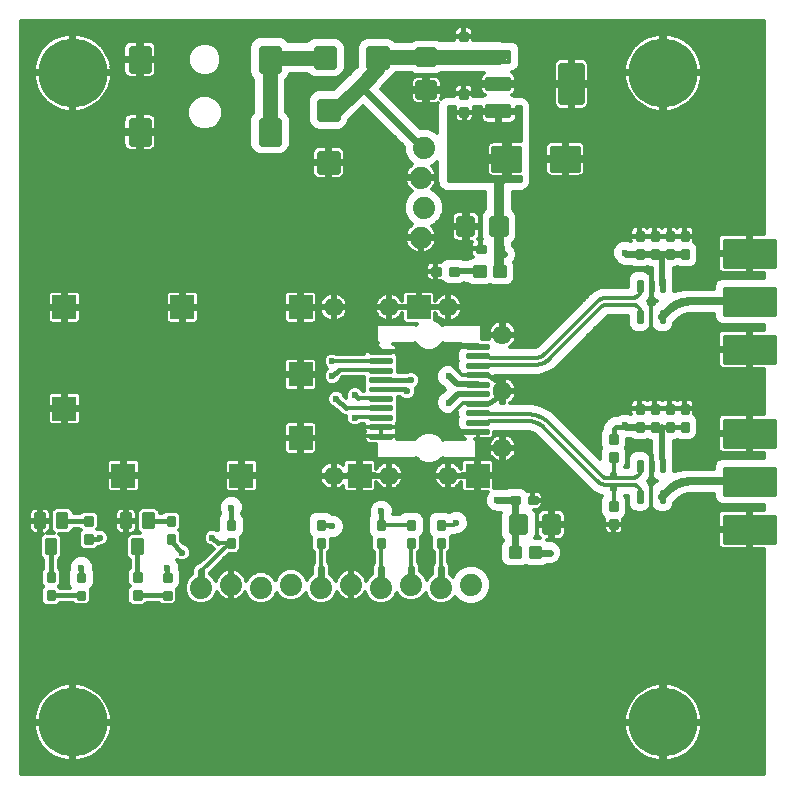
<source format=gbr>
G75*
%MOIN*%
%OFA0B0*%
%FSLAX25Y25*%
%IPPOS*%
%LPD*%
%AMOC8*
5,1,8,0,0,1.08239X$1,22.5*
%
%ADD10C,0.00984*%
%ADD11R,0.07874X0.07874*%
%ADD12C,0.06358*%
%ADD13C,0.23000*%
%ADD14C,0.01600*%
%ADD15C,0.01890*%
%ADD16C,0.00945*%
%ADD17C,0.01181*%
%ADD18C,0.01083*%
%ADD19C,0.01559*%
%ADD20C,0.02362*%
%ADD21C,0.07400*%
%ADD22C,0.01440*%
%ADD23C,0.02598*%
%ADD24C,0.00803*%
%ADD25C,0.01200*%
%ADD26C,0.01969*%
%ADD27C,0.02362*%
%ADD28C,0.01024*%
%ADD29C,0.01299*%
%ADD30C,0.02400*%
%ADD31C,0.03200*%
%ADD32C,0.02559*%
%ADD33C,0.05000*%
D10*
X0146624Y0116347D02*
X0153514Y0116347D01*
X0146624Y0116347D02*
X0146624Y0117331D01*
X0153514Y0117331D01*
X0153514Y0116347D01*
X0153514Y0117330D02*
X0146624Y0117330D01*
X0146624Y0119497D02*
X0153514Y0119497D01*
X0146624Y0119497D02*
X0146624Y0120481D01*
X0153514Y0120481D01*
X0153514Y0119497D01*
X0153514Y0120480D02*
X0146624Y0120480D01*
X0146624Y0122647D02*
X0153514Y0122647D01*
X0146624Y0122647D02*
X0146624Y0123631D01*
X0153514Y0123631D01*
X0153514Y0122647D01*
X0153514Y0123630D02*
X0146624Y0123630D01*
X0146624Y0125796D02*
X0153514Y0125796D01*
X0146624Y0125796D02*
X0146624Y0126780D01*
X0153514Y0126780D01*
X0153514Y0125796D01*
X0153514Y0126779D02*
X0146624Y0126779D01*
X0146624Y0128946D02*
X0153514Y0128946D01*
X0146624Y0128946D02*
X0146624Y0129930D01*
X0153514Y0129930D01*
X0153514Y0128946D01*
X0153514Y0129929D02*
X0146624Y0129929D01*
X0146624Y0132095D02*
X0153514Y0132095D01*
X0146624Y0132095D02*
X0146624Y0133079D01*
X0153514Y0133079D01*
X0153514Y0132095D01*
X0153514Y0133078D02*
X0146624Y0133078D01*
X0146624Y0135245D02*
X0153514Y0135245D01*
X0146624Y0135245D02*
X0146624Y0136229D01*
X0153514Y0136229D01*
X0153514Y0135245D01*
X0153514Y0136228D02*
X0146624Y0136228D01*
X0146624Y0138395D02*
X0153514Y0138395D01*
X0146624Y0138395D02*
X0146624Y0139379D01*
X0153514Y0139379D01*
X0153514Y0138395D01*
X0153514Y0139378D02*
X0146624Y0139378D01*
X0146624Y0141544D02*
X0153514Y0141544D01*
X0146624Y0141544D02*
X0146624Y0142528D01*
X0153514Y0142528D01*
X0153514Y0141544D01*
X0153514Y0142527D02*
X0146624Y0142527D01*
X0146624Y0144694D02*
X0153514Y0144694D01*
X0146624Y0144694D02*
X0146624Y0145678D01*
X0153514Y0145678D01*
X0153514Y0144694D01*
X0153514Y0145677D02*
X0146624Y0145677D01*
X0178907Y0146269D02*
X0185797Y0146269D01*
X0178907Y0146269D02*
X0178907Y0147253D01*
X0185797Y0147253D01*
X0185797Y0146269D01*
X0185797Y0147252D02*
X0178907Y0147252D01*
X0178907Y0143119D02*
X0185797Y0143119D01*
X0178907Y0143119D02*
X0178907Y0144103D01*
X0185797Y0144103D01*
X0185797Y0143119D01*
X0185797Y0144102D02*
X0178907Y0144102D01*
X0178907Y0139969D02*
X0185797Y0139969D01*
X0178907Y0139969D02*
X0178907Y0140953D01*
X0185797Y0140953D01*
X0185797Y0139969D01*
X0185797Y0140952D02*
X0178907Y0140952D01*
X0178907Y0136820D02*
X0185797Y0136820D01*
X0178907Y0136820D02*
X0178907Y0137804D01*
X0185797Y0137804D01*
X0185797Y0136820D01*
X0185797Y0137803D02*
X0178907Y0137803D01*
X0178907Y0133670D02*
X0185797Y0133670D01*
X0178907Y0133670D02*
X0178907Y0134654D01*
X0185797Y0134654D01*
X0185797Y0133670D01*
X0185797Y0134653D02*
X0178907Y0134653D01*
X0178907Y0130521D02*
X0185797Y0130521D01*
X0178907Y0130521D02*
X0178907Y0131505D01*
X0185797Y0131505D01*
X0185797Y0130521D01*
X0185797Y0131504D02*
X0178907Y0131504D01*
X0178907Y0127371D02*
X0185797Y0127371D01*
X0178907Y0127371D02*
X0178907Y0128355D01*
X0185797Y0128355D01*
X0185797Y0127371D01*
X0185797Y0128354D02*
X0178907Y0128354D01*
X0178907Y0124221D02*
X0185797Y0124221D01*
X0178907Y0124221D02*
X0178907Y0125205D01*
X0185797Y0125205D01*
X0185797Y0124221D01*
X0185797Y0125204D02*
X0178907Y0125204D01*
X0178907Y0121072D02*
X0185797Y0121072D01*
X0178907Y0121072D02*
X0178907Y0122056D01*
X0185797Y0122056D01*
X0185797Y0121072D01*
X0185797Y0122055D02*
X0178907Y0122055D01*
X0178907Y0117922D02*
X0185797Y0117922D01*
X0178907Y0117922D02*
X0178907Y0118906D01*
X0185797Y0118906D01*
X0185797Y0117922D01*
X0185797Y0118905D02*
X0178907Y0118905D01*
D11*
X0182352Y0103749D03*
X0142982Y0103749D03*
X0123297Y0116249D03*
X0103612Y0103749D03*
X0123297Y0137509D03*
X0123297Y0159851D03*
X0083927Y0159851D03*
X0044557Y0159851D03*
X0044557Y0126091D03*
X0064242Y0103749D03*
X0162667Y0159851D03*
D12*
X0152825Y0159851D03*
X0134321Y0159851D03*
X0172510Y0159851D03*
X0190620Y0150698D03*
X0190620Y0131800D03*
X0190620Y0112902D03*
X0172510Y0103749D03*
X0152825Y0103749D03*
X0134321Y0103749D03*
D13*
X0047352Y0021485D03*
X0244203Y0021485D03*
X0244203Y0238020D03*
X0047352Y0238020D03*
D14*
X0142667Y0146800D02*
X0148455Y0146800D01*
X0150069Y0145186D01*
X0156781Y0145186D01*
X0157667Y0144300D01*
X0150069Y0142036D02*
X0149833Y0141800D01*
X0150069Y0135737D02*
X0159980Y0135737D01*
X0160167Y0135550D01*
X0158130Y0132587D02*
X0158917Y0131800D01*
X0158130Y0132587D02*
X0150069Y0132587D01*
X0142530Y0129438D02*
X0141417Y0130550D01*
X0138406Y0126288D02*
X0135167Y0129300D01*
X0141417Y0123050D02*
X0141506Y0123139D01*
X0133917Y0136800D02*
X0136004Y0138887D01*
X0182352Y0137312D02*
X0185906Y0137312D01*
X0190167Y0134300D01*
X0190167Y0132253D01*
X0190620Y0131800D01*
X0190167Y0131347D01*
X0190167Y0130550D01*
X0186230Y0127863D01*
X0190620Y0129753D02*
X0190620Y0131800D01*
X0227667Y0119300D02*
X0227667Y0116050D01*
X0227667Y0119300D02*
X0228417Y0120050D01*
X0231917Y0120050D01*
X0236417Y0120050D02*
X0241417Y0120050D01*
X0243917Y0120050D01*
X0246417Y0120050D01*
X0251417Y0120050D01*
X0238917Y0114300D02*
X0238917Y0111800D01*
X0240167Y0110550D01*
X0240167Y0106918D01*
X0240167Y0101800D01*
X0243907Y0107115D02*
X0243907Y0109290D01*
X0264717Y0106000D02*
X0281117Y0106000D01*
X0281117Y0097600D01*
X0264717Y0097600D01*
X0264717Y0106000D01*
X0264717Y0099199D02*
X0281117Y0099199D01*
X0281117Y0100798D02*
X0264717Y0100798D01*
X0264717Y0102397D02*
X0281117Y0102397D01*
X0281117Y0103996D02*
X0264717Y0103996D01*
X0264717Y0105595D02*
X0281117Y0105595D01*
X0281117Y0122000D02*
X0264717Y0122000D01*
X0281117Y0122000D02*
X0281117Y0113600D01*
X0264717Y0113600D01*
X0264717Y0122000D01*
X0264717Y0115199D02*
X0281117Y0115199D01*
X0281117Y0116798D02*
X0264717Y0116798D01*
X0264717Y0118397D02*
X0281117Y0118397D01*
X0281117Y0119996D02*
X0264717Y0119996D01*
X0264717Y0121595D02*
X0281117Y0121595D01*
X0281117Y0150000D02*
X0264717Y0150000D01*
X0281117Y0150000D02*
X0281117Y0141600D01*
X0264717Y0141600D01*
X0264717Y0150000D01*
X0264717Y0143199D02*
X0281117Y0143199D01*
X0281117Y0144798D02*
X0264717Y0144798D01*
X0264717Y0146397D02*
X0281117Y0146397D01*
X0281117Y0147996D02*
X0264717Y0147996D01*
X0264717Y0149595D02*
X0281117Y0149595D01*
X0281117Y0166000D02*
X0264717Y0166000D01*
X0281117Y0166000D02*
X0281117Y0157600D01*
X0264717Y0157600D01*
X0264717Y0166000D01*
X0264717Y0159199D02*
X0281117Y0159199D01*
X0281117Y0160798D02*
X0264717Y0160798D01*
X0264717Y0162397D02*
X0281117Y0162397D01*
X0281117Y0163996D02*
X0264717Y0163996D01*
X0264717Y0165595D02*
X0281117Y0165595D01*
X0281117Y0182000D02*
X0264717Y0182000D01*
X0281117Y0182000D02*
X0281117Y0173600D01*
X0264717Y0173600D01*
X0264717Y0182000D01*
X0264717Y0175199D02*
X0281117Y0175199D01*
X0281117Y0176798D02*
X0264717Y0176798D01*
X0264717Y0178397D02*
X0281117Y0178397D01*
X0281117Y0179996D02*
X0264717Y0179996D01*
X0264717Y0181595D02*
X0281117Y0181595D01*
X0240167Y0173050D02*
X0240167Y0166918D01*
X0240167Y0166800D02*
X0240167Y0161800D01*
X0196417Y0202115D02*
X0172667Y0202115D01*
X0172667Y0226490D01*
X0174293Y0226490D01*
X0174293Y0225050D01*
X0174293Y0223452D01*
X0174447Y0222874D01*
X0174747Y0222355D01*
X0175170Y0221932D01*
X0175688Y0221633D01*
X0176266Y0221478D01*
X0177667Y0221478D01*
X0177667Y0225050D01*
X0177667Y0225050D01*
X0174293Y0225050D01*
X0177667Y0225050D01*
X0177667Y0225050D01*
X0177667Y0221478D01*
X0179069Y0221478D01*
X0179647Y0221633D01*
X0180165Y0221932D01*
X0180588Y0222355D01*
X0180887Y0222874D01*
X0181042Y0223452D01*
X0181042Y0225050D01*
X0181042Y0226490D01*
X0183017Y0226490D01*
X0183017Y0225600D01*
X0188817Y0225600D01*
X0188817Y0224800D01*
X0183017Y0224800D01*
X0183017Y0223272D01*
X0183114Y0222785D01*
X0183304Y0222326D01*
X0183580Y0221914D01*
X0183931Y0221563D01*
X0184344Y0221287D01*
X0184802Y0221097D01*
X0185289Y0221000D01*
X0188817Y0221000D01*
X0188817Y0224800D01*
X0189617Y0224800D01*
X0189617Y0221000D01*
X0193146Y0221000D01*
X0193632Y0221097D01*
X0194091Y0221287D01*
X0194504Y0221563D01*
X0194855Y0221914D01*
X0195131Y0222326D01*
X0195320Y0222785D01*
X0195417Y0223272D01*
X0195417Y0224800D01*
X0189617Y0224800D01*
X0189617Y0225600D01*
X0195417Y0225600D01*
X0195417Y0226490D01*
X0196417Y0226490D01*
X0196417Y0215431D01*
X0192690Y0215431D01*
X0192690Y0210100D01*
X0191090Y0210100D01*
X0191090Y0215431D01*
X0187297Y0215431D01*
X0186799Y0215332D01*
X0186329Y0215137D01*
X0185907Y0214855D01*
X0185548Y0214496D01*
X0185265Y0214073D01*
X0185071Y0213604D01*
X0184972Y0213105D01*
X0184972Y0210100D01*
X0191090Y0210100D01*
X0191090Y0208500D01*
X0192690Y0208500D01*
X0192690Y0203169D01*
X0196417Y0203169D01*
X0196417Y0202115D01*
X0192690Y0203212D02*
X0191090Y0203212D01*
X0191090Y0203169D02*
X0191090Y0208500D01*
X0184972Y0208500D01*
X0184972Y0205495D01*
X0185071Y0204996D01*
X0185265Y0204527D01*
X0185548Y0204104D01*
X0185907Y0203745D01*
X0186329Y0203463D01*
X0186799Y0203268D01*
X0187297Y0203169D01*
X0191090Y0203169D01*
X0191090Y0204811D02*
X0192690Y0204811D01*
X0192690Y0206409D02*
X0191090Y0206409D01*
X0191090Y0208008D02*
X0192690Y0208008D01*
X0191090Y0209606D02*
X0172667Y0209606D01*
X0172667Y0208008D02*
X0184972Y0208008D01*
X0184972Y0206409D02*
X0172667Y0206409D01*
X0172667Y0204811D02*
X0185148Y0204811D01*
X0187080Y0203212D02*
X0172667Y0203212D01*
X0172667Y0211205D02*
X0184972Y0211205D01*
X0184972Y0212803D02*
X0172667Y0212803D01*
X0172667Y0214402D02*
X0185485Y0214402D01*
X0191090Y0214402D02*
X0192690Y0214402D01*
X0192690Y0212803D02*
X0191090Y0212803D01*
X0191090Y0211205D02*
X0192690Y0211205D01*
X0196417Y0216001D02*
X0172667Y0216001D01*
X0172667Y0217599D02*
X0196417Y0217599D01*
X0196417Y0219198D02*
X0172667Y0219198D01*
X0172667Y0220796D02*
X0196417Y0220796D01*
X0196417Y0222395D02*
X0195159Y0222395D01*
X0195417Y0223993D02*
X0196417Y0223993D01*
X0196417Y0225592D02*
X0189617Y0225592D01*
X0188817Y0225592D02*
X0181042Y0225592D01*
X0181042Y0225050D02*
X0177667Y0225050D01*
X0177667Y0225050D01*
X0181042Y0225050D01*
X0181042Y0223993D02*
X0183017Y0223993D01*
X0183276Y0222395D02*
X0180611Y0222395D01*
X0177667Y0222395D02*
X0177667Y0222395D01*
X0177667Y0223993D02*
X0177667Y0223993D01*
X0174724Y0222395D02*
X0172667Y0222395D01*
X0172667Y0223993D02*
X0174293Y0223993D01*
X0174293Y0225592D02*
X0172667Y0225592D01*
X0188817Y0223993D02*
X0189617Y0223993D01*
X0189617Y0222395D02*
X0188817Y0222395D01*
X0100167Y0093050D02*
X0100167Y0087300D01*
X0095917Y0081300D02*
X0093917Y0083050D01*
X0083917Y0078050D02*
X0080167Y0081800D01*
X0080167Y0082550D01*
X0080167Y0088550D02*
X0080087Y0088631D01*
X0072657Y0088631D01*
X0068917Y0079969D02*
X0068917Y0069800D01*
X0068965Y0063847D02*
X0068917Y0063800D01*
X0068965Y0063847D02*
X0078917Y0063847D01*
X0078917Y0069753D02*
X0078917Y0073050D01*
X0056417Y0083050D02*
X0055917Y0082550D01*
X0052667Y0082550D01*
X0052667Y0088550D02*
X0052587Y0088631D01*
X0043907Y0088631D01*
X0040167Y0079969D02*
X0040167Y0069800D01*
X0040215Y0063847D02*
X0040167Y0063800D01*
X0040215Y0063847D02*
X0050167Y0063847D01*
X0050167Y0069753D02*
X0050167Y0073050D01*
X0130167Y0087300D02*
X0133417Y0087300D01*
X0133917Y0086800D01*
X0150167Y0087300D02*
X0150167Y0091800D01*
X0264717Y0090000D02*
X0281117Y0090000D01*
X0281117Y0081600D01*
X0264717Y0081600D01*
X0264717Y0090000D01*
X0264717Y0083199D02*
X0281117Y0083199D01*
X0281117Y0084798D02*
X0264717Y0084798D01*
X0264717Y0086397D02*
X0281117Y0086397D01*
X0281117Y0087996D02*
X0264717Y0087996D01*
X0264717Y0089595D02*
X0281117Y0089595D01*
D15*
X0209133Y0090023D02*
X0204725Y0090023D01*
X0209133Y0090023D02*
X0209133Y0084827D01*
X0204725Y0084827D01*
X0204725Y0090023D01*
X0204725Y0086716D02*
X0209133Y0086716D01*
X0209133Y0088605D02*
X0204725Y0088605D01*
X0198110Y0090023D02*
X0193702Y0090023D01*
X0198110Y0090023D02*
X0198110Y0084827D01*
X0193702Y0084827D01*
X0193702Y0090023D01*
X0193702Y0086716D02*
X0198110Y0086716D01*
X0198110Y0088605D02*
X0193702Y0088605D01*
X0191633Y0184202D02*
X0187225Y0184202D01*
X0187225Y0189398D01*
X0191633Y0189398D01*
X0191633Y0184202D01*
X0191633Y0186091D02*
X0187225Y0186091D01*
X0187225Y0187980D02*
X0191633Y0187980D01*
X0180610Y0184202D02*
X0176202Y0184202D01*
X0176202Y0189398D01*
X0180610Y0189398D01*
X0180610Y0184202D01*
X0180610Y0186091D02*
X0176202Y0186091D01*
X0176202Y0187980D02*
X0180610Y0187980D01*
X0167765Y0230019D02*
X0167765Y0234427D01*
X0167765Y0230019D02*
X0162569Y0230019D01*
X0162569Y0234427D01*
X0167765Y0234427D01*
X0167765Y0231908D02*
X0162569Y0231908D01*
X0162569Y0233797D02*
X0167765Y0233797D01*
X0167765Y0241043D02*
X0167765Y0245451D01*
X0167765Y0241043D02*
X0162569Y0241043D01*
X0162569Y0245451D01*
X0167765Y0245451D01*
X0167765Y0242932D02*
X0162569Y0242932D01*
X0162569Y0244821D02*
X0167765Y0244821D01*
D16*
X0178770Y0245414D02*
X0178770Y0242816D01*
X0176564Y0242816D01*
X0176564Y0245414D01*
X0178770Y0245414D01*
X0178770Y0243760D02*
X0176564Y0243760D01*
X0176564Y0244704D02*
X0178770Y0244704D01*
X0178770Y0248816D02*
X0178770Y0251414D01*
X0178770Y0248816D02*
X0176564Y0248816D01*
X0176564Y0251414D01*
X0178770Y0251414D01*
X0178770Y0249760D02*
X0176564Y0249760D01*
X0176564Y0250704D02*
X0178770Y0250704D01*
X0178770Y0232349D02*
X0178770Y0229751D01*
X0176564Y0229751D01*
X0176564Y0232349D01*
X0178770Y0232349D01*
X0178770Y0230695D02*
X0176564Y0230695D01*
X0176564Y0231639D02*
X0178770Y0231639D01*
X0178770Y0226349D02*
X0178770Y0223751D01*
X0176564Y0223751D01*
X0176564Y0226349D01*
X0178770Y0226349D01*
X0178770Y0224695D02*
X0176564Y0224695D01*
X0176564Y0225639D02*
X0178770Y0225639D01*
X0182118Y0180403D02*
X0184716Y0180403D01*
X0184716Y0178197D01*
X0182118Y0178197D01*
X0182118Y0180403D01*
X0182118Y0179141D02*
X0184716Y0179141D01*
X0184716Y0180085D02*
X0182118Y0180085D01*
X0188118Y0180403D02*
X0190716Y0180403D01*
X0190716Y0178197D01*
X0188118Y0178197D01*
X0188118Y0180403D01*
X0188118Y0179141D02*
X0190716Y0179141D01*
X0190716Y0180085D02*
X0188118Y0180085D01*
X0175716Y0172903D02*
X0173118Y0172903D01*
X0175716Y0172903D02*
X0175716Y0170697D01*
X0173118Y0170697D01*
X0173118Y0172903D01*
X0173118Y0171641D02*
X0175716Y0171641D01*
X0175716Y0172585D02*
X0173118Y0172585D01*
X0169716Y0172903D02*
X0167118Y0172903D01*
X0169716Y0172903D02*
X0169716Y0170697D01*
X0167118Y0170697D01*
X0167118Y0172903D01*
X0167118Y0171641D02*
X0169716Y0171641D01*
X0169716Y0172585D02*
X0167118Y0172585D01*
X0226564Y0117349D02*
X0226564Y0114751D01*
X0226564Y0117349D02*
X0228770Y0117349D01*
X0228770Y0114751D01*
X0226564Y0114751D01*
X0226564Y0115695D02*
X0228770Y0115695D01*
X0228770Y0116639D02*
X0226564Y0116639D01*
X0226564Y0111349D02*
X0226564Y0108751D01*
X0226564Y0111349D02*
X0228770Y0111349D01*
X0228770Y0108751D01*
X0226564Y0108751D01*
X0226564Y0109695D02*
X0228770Y0109695D01*
X0228770Y0110639D02*
X0226564Y0110639D01*
X0237520Y0118751D02*
X0237520Y0121349D01*
X0237520Y0118751D02*
X0235314Y0118751D01*
X0235314Y0121349D01*
X0237520Y0121349D01*
X0237520Y0119695D02*
X0235314Y0119695D01*
X0235314Y0120639D02*
X0237520Y0120639D01*
X0242520Y0121349D02*
X0242520Y0118751D01*
X0240314Y0118751D01*
X0240314Y0121349D01*
X0242520Y0121349D01*
X0242520Y0119695D02*
X0240314Y0119695D01*
X0240314Y0120639D02*
X0242520Y0120639D01*
X0247520Y0121349D02*
X0247520Y0118751D01*
X0245314Y0118751D01*
X0245314Y0121349D01*
X0247520Y0121349D01*
X0247520Y0119695D02*
X0245314Y0119695D01*
X0245314Y0120639D02*
X0247520Y0120639D01*
X0252520Y0121349D02*
X0252520Y0118751D01*
X0250314Y0118751D01*
X0250314Y0121349D01*
X0252520Y0121349D01*
X0252520Y0119695D02*
X0250314Y0119695D01*
X0250314Y0120639D02*
X0252520Y0120639D01*
X0252520Y0124751D02*
X0252520Y0127349D01*
X0252520Y0124751D02*
X0250314Y0124751D01*
X0250314Y0127349D01*
X0252520Y0127349D01*
X0252520Y0125695D02*
X0250314Y0125695D01*
X0250314Y0126639D02*
X0252520Y0126639D01*
X0247520Y0127349D02*
X0247520Y0124751D01*
X0245314Y0124751D01*
X0245314Y0127349D01*
X0247520Y0127349D01*
X0247520Y0125695D02*
X0245314Y0125695D01*
X0245314Y0126639D02*
X0247520Y0126639D01*
X0242520Y0127349D02*
X0242520Y0124751D01*
X0240314Y0124751D01*
X0240314Y0127349D01*
X0242520Y0127349D01*
X0242520Y0125695D02*
X0240314Y0125695D01*
X0240314Y0126639D02*
X0242520Y0126639D01*
X0237520Y0127349D02*
X0237520Y0124751D01*
X0235314Y0124751D01*
X0235314Y0127349D01*
X0237520Y0127349D01*
X0237520Y0125695D02*
X0235314Y0125695D01*
X0235314Y0126639D02*
X0237520Y0126639D01*
X0201966Y0094447D02*
X0199368Y0094447D01*
X0199368Y0096653D01*
X0201966Y0096653D01*
X0201966Y0094447D01*
X0201966Y0095391D02*
X0199368Y0095391D01*
X0199368Y0096335D02*
X0201966Y0096335D01*
X0195966Y0094447D02*
X0193368Y0094447D01*
X0193368Y0096653D01*
X0195966Y0096653D01*
X0195966Y0094447D01*
X0195966Y0095391D02*
X0193368Y0095391D01*
X0193368Y0096335D02*
X0195966Y0096335D01*
X0171270Y0088599D02*
X0171270Y0086001D01*
X0169064Y0086001D01*
X0169064Y0088599D01*
X0171270Y0088599D01*
X0171270Y0086945D02*
X0169064Y0086945D01*
X0169064Y0087889D02*
X0171270Y0087889D01*
X0171270Y0082599D02*
X0171270Y0080001D01*
X0169064Y0080001D01*
X0169064Y0082599D01*
X0171270Y0082599D01*
X0171270Y0080945D02*
X0169064Y0080945D01*
X0169064Y0081889D02*
X0171270Y0081889D01*
X0161270Y0082599D02*
X0161270Y0080001D01*
X0159064Y0080001D01*
X0159064Y0082599D01*
X0161270Y0082599D01*
X0161270Y0080945D02*
X0159064Y0080945D01*
X0159064Y0081889D02*
X0161270Y0081889D01*
X0161270Y0086001D02*
X0161270Y0088599D01*
X0161270Y0086001D02*
X0159064Y0086001D01*
X0159064Y0088599D01*
X0161270Y0088599D01*
X0161270Y0086945D02*
X0159064Y0086945D01*
X0159064Y0087889D02*
X0161270Y0087889D01*
X0151270Y0088599D02*
X0151270Y0086001D01*
X0149064Y0086001D01*
X0149064Y0088599D01*
X0151270Y0088599D01*
X0151270Y0086945D02*
X0149064Y0086945D01*
X0149064Y0087889D02*
X0151270Y0087889D01*
X0151270Y0082599D02*
X0151270Y0080001D01*
X0149064Y0080001D01*
X0149064Y0082599D01*
X0151270Y0082599D01*
X0151270Y0080945D02*
X0149064Y0080945D01*
X0149064Y0081889D02*
X0151270Y0081889D01*
X0131270Y0082599D02*
X0131270Y0080001D01*
X0129064Y0080001D01*
X0129064Y0082599D01*
X0131270Y0082599D01*
X0131270Y0080945D02*
X0129064Y0080945D01*
X0129064Y0081889D02*
X0131270Y0081889D01*
X0131270Y0086001D02*
X0131270Y0088599D01*
X0131270Y0086001D02*
X0129064Y0086001D01*
X0129064Y0088599D01*
X0131270Y0088599D01*
X0131270Y0086945D02*
X0129064Y0086945D01*
X0129064Y0087889D02*
X0131270Y0087889D01*
X0101270Y0088599D02*
X0101270Y0086001D01*
X0099064Y0086001D01*
X0099064Y0088599D01*
X0101270Y0088599D01*
X0101270Y0086945D02*
X0099064Y0086945D01*
X0099064Y0087889D02*
X0101270Y0087889D01*
X0101270Y0082599D02*
X0101270Y0080001D01*
X0099064Y0080001D01*
X0099064Y0082599D01*
X0101270Y0082599D01*
X0101270Y0080945D02*
X0099064Y0080945D01*
X0099064Y0081889D02*
X0101270Y0081889D01*
X0079064Y0081251D02*
X0079064Y0083849D01*
X0081270Y0083849D01*
X0081270Y0081251D01*
X0079064Y0081251D01*
X0079064Y0082195D02*
X0081270Y0082195D01*
X0081270Y0083139D02*
X0079064Y0083139D01*
X0079064Y0087251D02*
X0079064Y0089849D01*
X0081270Y0089849D01*
X0081270Y0087251D01*
X0079064Y0087251D01*
X0079064Y0088195D02*
X0081270Y0088195D01*
X0081270Y0089139D02*
X0079064Y0089139D01*
X0080020Y0070856D02*
X0077814Y0070856D01*
X0080020Y0070856D02*
X0080020Y0068650D01*
X0077814Y0068650D01*
X0077814Y0070856D01*
X0077814Y0069594D02*
X0080020Y0069594D01*
X0080020Y0070538D02*
X0077814Y0070538D01*
X0077814Y0064950D02*
X0080020Y0064950D01*
X0080020Y0062744D01*
X0077814Y0062744D01*
X0077814Y0064950D01*
X0077814Y0063688D02*
X0080020Y0063688D01*
X0080020Y0064632D02*
X0077814Y0064632D01*
X0067814Y0065099D02*
X0067814Y0062501D01*
X0067814Y0065099D02*
X0070020Y0065099D01*
X0070020Y0062501D01*
X0067814Y0062501D01*
X0067814Y0063445D02*
X0070020Y0063445D01*
X0070020Y0064389D02*
X0067814Y0064389D01*
X0067814Y0068501D02*
X0067814Y0071099D01*
X0070020Y0071099D01*
X0070020Y0068501D01*
X0067814Y0068501D01*
X0067814Y0069445D02*
X0070020Y0069445D01*
X0070020Y0070389D02*
X0067814Y0070389D01*
X0051564Y0081251D02*
X0051564Y0083849D01*
X0053770Y0083849D01*
X0053770Y0081251D01*
X0051564Y0081251D01*
X0051564Y0082195D02*
X0053770Y0082195D01*
X0053770Y0083139D02*
X0051564Y0083139D01*
X0051564Y0087251D02*
X0051564Y0089849D01*
X0053770Y0089849D01*
X0053770Y0087251D01*
X0051564Y0087251D01*
X0051564Y0088195D02*
X0053770Y0088195D01*
X0053770Y0089139D02*
X0051564Y0089139D01*
X0051270Y0070856D02*
X0049064Y0070856D01*
X0051270Y0070856D02*
X0051270Y0068650D01*
X0049064Y0068650D01*
X0049064Y0070856D01*
X0049064Y0069594D02*
X0051270Y0069594D01*
X0051270Y0070538D02*
X0049064Y0070538D01*
X0049064Y0064950D02*
X0051270Y0064950D01*
X0051270Y0062744D01*
X0049064Y0062744D01*
X0049064Y0064950D01*
X0049064Y0063688D02*
X0051270Y0063688D01*
X0051270Y0064632D02*
X0049064Y0064632D01*
X0039064Y0065099D02*
X0039064Y0062501D01*
X0039064Y0065099D02*
X0041270Y0065099D01*
X0041270Y0062501D01*
X0039064Y0062501D01*
X0039064Y0063445D02*
X0041270Y0063445D01*
X0041270Y0064389D02*
X0039064Y0064389D01*
X0039064Y0068501D02*
X0039064Y0071099D01*
X0041270Y0071099D01*
X0041270Y0068501D01*
X0039064Y0068501D01*
X0039064Y0069445D02*
X0041270Y0069445D01*
X0041270Y0070389D02*
X0039064Y0070389D01*
X0226564Y0086251D02*
X0226564Y0088849D01*
X0228770Y0088849D01*
X0228770Y0086251D01*
X0226564Y0086251D01*
X0226564Y0087195D02*
X0228770Y0087195D01*
X0228770Y0088139D02*
X0226564Y0088139D01*
X0226564Y0092251D02*
X0226564Y0094849D01*
X0228770Y0094849D01*
X0228770Y0092251D01*
X0226564Y0092251D01*
X0226564Y0093195D02*
X0228770Y0093195D01*
X0228770Y0094139D02*
X0226564Y0094139D01*
X0237520Y0176251D02*
X0237520Y0178849D01*
X0237520Y0176251D02*
X0235314Y0176251D01*
X0235314Y0178849D01*
X0237520Y0178849D01*
X0237520Y0177195D02*
X0235314Y0177195D01*
X0235314Y0178139D02*
X0237520Y0178139D01*
X0242520Y0178849D02*
X0242520Y0176251D01*
X0240314Y0176251D01*
X0240314Y0178849D01*
X0242520Y0178849D01*
X0242520Y0177195D02*
X0240314Y0177195D01*
X0240314Y0178139D02*
X0242520Y0178139D01*
X0247520Y0178849D02*
X0247520Y0176251D01*
X0245314Y0176251D01*
X0245314Y0178849D01*
X0247520Y0178849D01*
X0247520Y0177195D02*
X0245314Y0177195D01*
X0245314Y0178139D02*
X0247520Y0178139D01*
X0252520Y0178849D02*
X0252520Y0176251D01*
X0250314Y0176251D01*
X0250314Y0178849D01*
X0252520Y0178849D01*
X0252520Y0177195D02*
X0250314Y0177195D01*
X0250314Y0178139D02*
X0252520Y0178139D01*
X0252520Y0182251D02*
X0252520Y0184849D01*
X0252520Y0182251D02*
X0250314Y0182251D01*
X0250314Y0184849D01*
X0252520Y0184849D01*
X0252520Y0183195D02*
X0250314Y0183195D01*
X0250314Y0184139D02*
X0252520Y0184139D01*
X0247520Y0184849D02*
X0247520Y0182251D01*
X0245314Y0182251D01*
X0245314Y0184849D01*
X0247520Y0184849D01*
X0247520Y0183195D02*
X0245314Y0183195D01*
X0245314Y0184139D02*
X0247520Y0184139D01*
X0242520Y0184849D02*
X0242520Y0182251D01*
X0240314Y0182251D01*
X0240314Y0184849D01*
X0242520Y0184849D01*
X0242520Y0183195D02*
X0240314Y0183195D01*
X0240314Y0184139D02*
X0242520Y0184139D01*
X0237520Y0184849D02*
X0237520Y0182251D01*
X0235314Y0182251D01*
X0235314Y0184849D01*
X0237520Y0184849D01*
X0237520Y0183195D02*
X0235314Y0183195D01*
X0235314Y0184139D02*
X0237520Y0184139D01*
D17*
X0030030Y0255343D02*
X0030030Y0004162D01*
X0277667Y0004162D01*
X0277667Y0079209D01*
X0273508Y0079209D01*
X0273508Y0085209D01*
X0272327Y0085209D01*
X0272327Y0079209D01*
X0264482Y0079209D01*
X0264020Y0079301D01*
X0263585Y0079482D01*
X0263193Y0079743D01*
X0262860Y0080076D01*
X0262599Y0080468D01*
X0262419Y0080903D01*
X0262327Y0081365D01*
X0262327Y0085209D01*
X0272327Y0085209D01*
X0272327Y0086391D01*
X0272327Y0092391D01*
X0264482Y0092391D01*
X0264020Y0092299D01*
X0263585Y0092118D01*
X0263193Y0091857D01*
X0262860Y0091524D01*
X0262599Y0091132D01*
X0262419Y0090697D01*
X0262327Y0090235D01*
X0262327Y0086391D01*
X0272327Y0086391D01*
X0273508Y0086391D01*
X0273508Y0092391D01*
X0277667Y0092391D01*
X0277667Y0093847D01*
X0263971Y0093847D01*
X0262592Y0094419D01*
X0261536Y0095474D01*
X0260965Y0096854D01*
X0260965Y0097568D01*
X0253168Y0097568D01*
X0252415Y0097518D01*
X0250961Y0097129D01*
X0249657Y0096376D01*
X0249089Y0095878D01*
X0247943Y0094732D01*
X0247943Y0094166D01*
X0247411Y0092882D01*
X0246428Y0091899D01*
X0245144Y0091367D01*
X0242671Y0091367D01*
X0241387Y0091899D01*
X0240404Y0092882D01*
X0240167Y0093453D01*
X0239931Y0092882D01*
X0238948Y0091899D01*
X0237664Y0091367D01*
X0235191Y0091367D01*
X0233907Y0091899D01*
X0232924Y0092882D01*
X0232392Y0094166D01*
X0232392Y0097056D01*
X0231407Y0097056D01*
X0231673Y0096789D01*
X0232195Y0095531D01*
X0232195Y0091569D01*
X0231673Y0090311D01*
X0230759Y0089396D01*
X0230833Y0089121D01*
X0230833Y0087747D01*
X0227864Y0087747D01*
X0227864Y0087353D01*
X0227864Y0084188D01*
X0229041Y0084188D01*
X0229566Y0084328D01*
X0230036Y0084600D01*
X0230420Y0084984D01*
X0230692Y0085454D01*
X0230833Y0085979D01*
X0230833Y0087353D01*
X0227864Y0087353D01*
X0227470Y0087353D01*
X0224502Y0087353D01*
X0224502Y0085979D01*
X0224643Y0085454D01*
X0224914Y0084984D01*
X0225298Y0084600D01*
X0225769Y0084328D01*
X0226293Y0084188D01*
X0227470Y0084188D01*
X0227470Y0087353D01*
X0227470Y0087747D01*
X0224502Y0087747D01*
X0224502Y0089121D01*
X0224576Y0089396D01*
X0223661Y0090311D01*
X0223140Y0091569D01*
X0223140Y0095531D01*
X0223661Y0096789D01*
X0223928Y0097056D01*
X0223623Y0097056D01*
X0220771Y0098238D01*
X0219820Y0099188D01*
X0219234Y0099774D01*
X0219172Y0099836D01*
X0201813Y0117195D01*
X0201440Y0117522D01*
X0200583Y0118017D01*
X0199627Y0118273D01*
X0199132Y0118306D01*
X0187903Y0118306D01*
X0187880Y0118283D01*
X0187880Y0117648D01*
X0187738Y0117118D01*
X0187464Y0116643D01*
X0187076Y0116255D01*
X0186601Y0115981D01*
X0186071Y0115839D01*
X0182352Y0115839D01*
X0182352Y0117627D01*
X0182352Y0117627D01*
X0182352Y0115839D01*
X0181519Y0115839D01*
X0182064Y0115295D01*
X0182064Y0109959D01*
X0181423Y0109318D01*
X0171082Y0109318D01*
X0170682Y0109718D01*
X0169277Y0108313D01*
X0167287Y0107489D01*
X0165134Y0107489D01*
X0163144Y0108313D01*
X0161781Y0109676D01*
X0161423Y0109318D01*
X0149207Y0109318D01*
X0148566Y0109959D01*
X0148566Y0114265D01*
X0146350Y0114265D01*
X0145820Y0114406D01*
X0145345Y0114681D01*
X0144957Y0115068D01*
X0144683Y0115543D01*
X0144541Y0116073D01*
X0144541Y0116839D01*
X0150069Y0116839D01*
X0150069Y0116839D01*
X0155596Y0116839D01*
X0155596Y0116073D01*
X0155560Y0115936D01*
X0161423Y0115936D01*
X0161554Y0115805D01*
X0161621Y0115969D01*
X0163144Y0117492D01*
X0165134Y0118316D01*
X0167287Y0118316D01*
X0169277Y0117492D01*
X0170800Y0115969D01*
X0170892Y0115746D01*
X0171082Y0115936D01*
X0178273Y0115936D01*
X0178104Y0115981D01*
X0177629Y0116255D01*
X0177241Y0116643D01*
X0176967Y0117118D01*
X0176825Y0117648D01*
X0176825Y0118283D01*
X0175987Y0119120D01*
X0175463Y0120386D01*
X0175463Y0122741D01*
X0175627Y0123139D01*
X0175463Y0123536D01*
X0175463Y0124999D01*
X0175009Y0124545D01*
X0173490Y0123916D01*
X0171845Y0123916D01*
X0170326Y0124545D01*
X0169163Y0125708D01*
X0168533Y0127228D01*
X0168533Y0128872D01*
X0169163Y0130392D01*
X0170326Y0131555D01*
X0170801Y0131751D01*
X0171475Y0132425D01*
X0170801Y0133099D01*
X0170326Y0133295D01*
X0169163Y0134458D01*
X0168533Y0135978D01*
X0168533Y0137622D01*
X0169163Y0139142D01*
X0170326Y0140305D01*
X0171845Y0140934D01*
X0173490Y0140934D01*
X0175009Y0140305D01*
X0175463Y0139851D01*
X0175463Y0141639D01*
X0175627Y0142036D01*
X0175463Y0142434D01*
X0175463Y0144788D01*
X0175987Y0146055D01*
X0176825Y0146892D01*
X0176825Y0147527D01*
X0176862Y0147664D01*
X0171082Y0147664D01*
X0170892Y0147854D01*
X0170800Y0147631D01*
X0169277Y0146108D01*
X0167287Y0145284D01*
X0165134Y0145284D01*
X0163144Y0146108D01*
X0161621Y0147631D01*
X0161554Y0147795D01*
X0161423Y0147664D01*
X0154148Y0147664D01*
X0154318Y0147619D01*
X0154793Y0147345D01*
X0155180Y0146957D01*
X0155455Y0146482D01*
X0155596Y0145952D01*
X0155596Y0145186D01*
X0150069Y0145186D01*
X0150069Y0145186D01*
X0155596Y0145186D01*
X0155596Y0144420D01*
X0155455Y0143890D01*
X0155418Y0143826D01*
X0155778Y0143466D01*
X0155778Y0140606D01*
X0155633Y0140461D01*
X0155778Y0140316D01*
X0155778Y0138309D01*
X0159111Y0138309D01*
X0159580Y0138503D01*
X0160755Y0138503D01*
X0161840Y0138053D01*
X0162671Y0137223D01*
X0163120Y0136137D01*
X0163120Y0134963D01*
X0162671Y0133877D01*
X0161840Y0133047D01*
X0161632Y0132961D01*
X0161870Y0132387D01*
X0161870Y0131213D01*
X0161421Y0130127D01*
X0160590Y0129297D01*
X0159505Y0128847D01*
X0158330Y0128847D01*
X0157245Y0129297D01*
X0156526Y0130016D01*
X0155778Y0130016D01*
X0155778Y0128008D01*
X0155633Y0127863D01*
X0155778Y0127718D01*
X0155778Y0124858D01*
X0155633Y0124713D01*
X0155778Y0124568D01*
X0155778Y0121709D01*
X0155418Y0121349D01*
X0155455Y0121285D01*
X0155596Y0120755D01*
X0155596Y0119989D01*
X0150069Y0119989D01*
X0150069Y0119989D01*
X0155596Y0119989D01*
X0155596Y0119223D01*
X0155455Y0118693D01*
X0155294Y0118414D01*
X0155455Y0118135D01*
X0155596Y0117606D01*
X0155596Y0116839D01*
X0150069Y0116839D01*
X0150069Y0116839D01*
X0144541Y0116839D01*
X0144541Y0117606D01*
X0144683Y0118135D01*
X0144844Y0118414D01*
X0144683Y0118693D01*
X0144541Y0119223D01*
X0144541Y0119989D01*
X0150069Y0119989D01*
X0150069Y0116839D01*
X0150069Y0116839D01*
X0150069Y0119414D01*
X0150069Y0119989D01*
X0150069Y0119989D01*
X0150069Y0119989D01*
X0144541Y0119989D01*
X0144541Y0120755D01*
X0144544Y0120767D01*
X0143310Y0120767D01*
X0143090Y0120547D01*
X0142005Y0120097D01*
X0140830Y0120097D01*
X0139745Y0120547D01*
X0138914Y0121377D01*
X0138465Y0122463D01*
X0138465Y0123637D01*
X0138498Y0123718D01*
X0137987Y0123700D01*
X0137029Y0124057D01*
X0134555Y0126358D01*
X0133495Y0126797D01*
X0132664Y0127627D01*
X0132215Y0128713D01*
X0132215Y0129887D01*
X0132664Y0130973D01*
X0133495Y0131803D01*
X0134580Y0132253D01*
X0135755Y0132253D01*
X0136840Y0131803D01*
X0137671Y0130973D01*
X0138000Y0130177D01*
X0138611Y0129609D01*
X0138465Y0129963D01*
X0138465Y0131137D01*
X0138914Y0132223D01*
X0139745Y0133053D01*
X0140830Y0133503D01*
X0142005Y0133503D01*
X0143090Y0133053D01*
X0143921Y0132223D01*
X0144092Y0131809D01*
X0144360Y0131809D01*
X0144360Y0134017D01*
X0144505Y0134162D01*
X0144360Y0134307D01*
X0144360Y0136515D01*
X0137269Y0136515D01*
X0136802Y0136047D01*
X0136421Y0135127D01*
X0135590Y0134297D01*
X0134505Y0133847D01*
X0133330Y0133847D01*
X0132245Y0134297D01*
X0131414Y0135127D01*
X0130965Y0136213D01*
X0130965Y0137387D01*
X0131414Y0138473D01*
X0132241Y0139300D01*
X0131414Y0140127D01*
X0130965Y0141213D01*
X0130965Y0142387D01*
X0131414Y0143473D01*
X0132245Y0144303D01*
X0133330Y0144753D01*
X0134505Y0144753D01*
X0135590Y0144303D01*
X0135721Y0144172D01*
X0144608Y0144172D01*
X0144541Y0144420D01*
X0144541Y0145186D01*
X0150069Y0145186D01*
X0150069Y0145186D01*
X0144541Y0145186D01*
X0144541Y0145952D01*
X0144683Y0146482D01*
X0144957Y0146957D01*
X0145345Y0147345D01*
X0145820Y0147619D01*
X0146350Y0147761D01*
X0149111Y0147761D01*
X0148566Y0148305D01*
X0148566Y0153641D01*
X0149207Y0154282D01*
X0161423Y0154282D01*
X0161781Y0153924D01*
X0162181Y0154324D01*
X0158521Y0154324D01*
X0158116Y0154432D01*
X0157754Y0154641D01*
X0157458Y0154938D01*
X0157248Y0155300D01*
X0157140Y0155705D01*
X0157140Y0157814D01*
X0156904Y0157351D01*
X0156463Y0156744D01*
X0155932Y0156213D01*
X0155325Y0155772D01*
X0154656Y0155431D01*
X0153942Y0155199D01*
X0153200Y0155081D01*
X0153169Y0155081D01*
X0153169Y0159507D01*
X0153169Y0160196D01*
X0152480Y0160196D01*
X0152480Y0164621D01*
X0152449Y0164621D01*
X0151708Y0164503D01*
X0150994Y0164271D01*
X0150325Y0163931D01*
X0149718Y0163489D01*
X0149187Y0162958D01*
X0148745Y0162351D01*
X0148405Y0161682D01*
X0148173Y0160968D01*
X0148055Y0160227D01*
X0148055Y0160196D01*
X0152480Y0160196D01*
X0152480Y0159507D01*
X0148055Y0159507D01*
X0148055Y0159476D01*
X0148173Y0158734D01*
X0148405Y0158020D01*
X0148745Y0157351D01*
X0149187Y0156744D01*
X0149718Y0156213D01*
X0150325Y0155772D01*
X0150994Y0155431D01*
X0151708Y0155199D01*
X0152449Y0155081D01*
X0152480Y0155081D01*
X0152480Y0159507D01*
X0153169Y0159507D01*
X0162323Y0159507D01*
X0162323Y0160196D01*
X0162323Y0165379D01*
X0158521Y0165379D01*
X0158116Y0165270D01*
X0157754Y0165061D01*
X0157458Y0164765D01*
X0157248Y0164402D01*
X0157140Y0163998D01*
X0157140Y0161889D01*
X0156904Y0162351D01*
X0156463Y0162958D01*
X0155932Y0163489D01*
X0155325Y0163931D01*
X0154656Y0164271D01*
X0153942Y0164503D01*
X0153200Y0164621D01*
X0153169Y0164621D01*
X0153169Y0160196D01*
X0157140Y0160196D01*
X0162323Y0160196D01*
X0163012Y0160196D01*
X0163012Y0165379D01*
X0166814Y0165379D01*
X0167218Y0165270D01*
X0167581Y0165061D01*
X0167877Y0164765D01*
X0168086Y0164402D01*
X0168195Y0163998D01*
X0168195Y0161889D01*
X0168430Y0162351D01*
X0168872Y0162958D01*
X0169403Y0163489D01*
X0170010Y0163931D01*
X0170679Y0164271D01*
X0171393Y0164503D01*
X0172134Y0164621D01*
X0172165Y0164621D01*
X0172165Y0160196D01*
X0172165Y0159507D01*
X0168195Y0159507D01*
X0163012Y0159507D01*
X0163012Y0160196D01*
X0172165Y0160196D01*
X0172854Y0160196D01*
X0172854Y0164621D01*
X0172885Y0164621D01*
X0173627Y0164503D01*
X0174341Y0164271D01*
X0175010Y0163931D01*
X0175617Y0163489D01*
X0176148Y0162958D01*
X0176589Y0162351D01*
X0176930Y0161682D01*
X0177162Y0160968D01*
X0177280Y0160227D01*
X0177280Y0160196D01*
X0172854Y0160196D01*
X0172854Y0159507D01*
X0172854Y0155081D01*
X0172885Y0155081D01*
X0173627Y0155199D01*
X0174341Y0155431D01*
X0175010Y0155772D01*
X0175617Y0156213D01*
X0176148Y0156744D01*
X0176589Y0157351D01*
X0176930Y0158020D01*
X0177162Y0158734D01*
X0177280Y0159476D01*
X0177280Y0159507D01*
X0172854Y0159507D01*
X0172165Y0159507D01*
X0172165Y0155081D01*
X0172134Y0155081D01*
X0171393Y0155199D01*
X0170679Y0155431D01*
X0170010Y0155772D01*
X0169403Y0156213D01*
X0168872Y0156744D01*
X0168430Y0157351D01*
X0168195Y0157814D01*
X0168195Y0155735D01*
X0169277Y0155287D01*
X0170682Y0153882D01*
X0171082Y0154282D01*
X0183298Y0154282D01*
X0183939Y0153641D01*
X0183939Y0149335D01*
X0186048Y0149335D01*
X0185968Y0149581D01*
X0185850Y0150322D01*
X0185850Y0150353D01*
X0190276Y0150353D01*
X0190276Y0151042D01*
X0190276Y0155467D01*
X0190245Y0155467D01*
X0189503Y0155350D01*
X0188789Y0155118D01*
X0188120Y0154777D01*
X0187513Y0154336D01*
X0186982Y0153805D01*
X0186541Y0153197D01*
X0186200Y0152529D01*
X0185968Y0151815D01*
X0185850Y0151073D01*
X0185850Y0151042D01*
X0190276Y0151042D01*
X0190965Y0151042D01*
X0195390Y0151042D01*
X0195390Y0151073D01*
X0195272Y0151815D01*
X0195040Y0152529D01*
X0194699Y0153197D01*
X0194258Y0153805D01*
X0193727Y0154336D01*
X0193120Y0154777D01*
X0192451Y0155118D01*
X0191737Y0155350D01*
X0190995Y0155467D01*
X0190965Y0155467D01*
X0190965Y0151042D01*
X0190965Y0150353D01*
X0195390Y0150353D01*
X0195390Y0150322D01*
X0195272Y0149581D01*
X0195040Y0148867D01*
X0194699Y0148198D01*
X0194258Y0147590D01*
X0193727Y0147060D01*
X0193120Y0146618D01*
X0192974Y0146544D01*
X0201417Y0146544D01*
X0201669Y0146569D01*
X0202135Y0146762D01*
X0202330Y0146922D01*
X0220186Y0164777D01*
X0220771Y0165362D01*
X0223623Y0166544D01*
X0223623Y0166544D01*
X0232392Y0166544D01*
X0232392Y0169434D01*
X0232924Y0170718D01*
X0233907Y0171701D01*
X0235191Y0172233D01*
X0237664Y0172233D01*
X0238948Y0171701D01*
X0239778Y0170871D01*
X0239970Y0170871D01*
X0239970Y0172826D01*
X0239634Y0172826D01*
X0238917Y0173122D01*
X0238201Y0172826D01*
X0234634Y0172826D01*
X0233375Y0173347D01*
X0233325Y0173397D01*
X0231091Y0173397D01*
X0229565Y0174029D01*
X0227897Y0175698D01*
X0227265Y0177224D01*
X0227265Y0178876D01*
X0227897Y0180402D01*
X0229065Y0181571D01*
X0230591Y0182203D01*
X0232243Y0182203D01*
X0233311Y0181761D01*
X0233252Y0181979D01*
X0233252Y0183353D01*
X0236220Y0183353D01*
X0236220Y0183747D01*
X0233252Y0183747D01*
X0233252Y0185121D01*
X0233393Y0185645D01*
X0233664Y0186116D01*
X0234048Y0186500D01*
X0234519Y0186772D01*
X0235043Y0186912D01*
X0236220Y0186912D01*
X0236220Y0183747D01*
X0236614Y0183747D01*
X0236614Y0186912D01*
X0237791Y0186912D01*
X0238316Y0186772D01*
X0238786Y0186500D01*
X0238917Y0186369D01*
X0239048Y0186500D01*
X0239519Y0186772D01*
X0240043Y0186912D01*
X0241220Y0186912D01*
X0241220Y0183747D01*
X0241220Y0183353D01*
X0239583Y0183353D01*
X0236614Y0183353D01*
X0236614Y0183747D01*
X0241220Y0183747D01*
X0241614Y0183747D01*
X0241614Y0186912D01*
X0242791Y0186912D01*
X0243316Y0186772D01*
X0243786Y0186500D01*
X0243917Y0186369D01*
X0244048Y0186500D01*
X0244519Y0186772D01*
X0245043Y0186912D01*
X0246220Y0186912D01*
X0246220Y0183747D01*
X0246220Y0183353D01*
X0243252Y0183353D01*
X0241614Y0183353D01*
X0241614Y0183747D01*
X0246220Y0183747D01*
X0246614Y0183747D01*
X0246614Y0186912D01*
X0247791Y0186912D01*
X0248316Y0186772D01*
X0248786Y0186500D01*
X0248917Y0186369D01*
X0249048Y0186500D01*
X0249519Y0186772D01*
X0250043Y0186912D01*
X0251220Y0186912D01*
X0251220Y0183747D01*
X0251220Y0183353D01*
X0246614Y0183353D01*
X0246614Y0183747D01*
X0248252Y0183747D01*
X0251220Y0183747D01*
X0251614Y0183747D01*
X0251614Y0186912D01*
X0252791Y0186912D01*
X0253316Y0186772D01*
X0253786Y0186500D01*
X0254170Y0186116D01*
X0254442Y0185645D01*
X0254583Y0185121D01*
X0254583Y0183747D01*
X0251614Y0183747D01*
X0251614Y0183353D01*
X0254583Y0183353D01*
X0254583Y0181979D01*
X0254509Y0181704D01*
X0255423Y0180789D01*
X0255945Y0179531D01*
X0255945Y0175569D01*
X0255423Y0174311D01*
X0254460Y0173347D01*
X0253201Y0172826D01*
X0249634Y0172826D01*
X0248917Y0173122D01*
X0248201Y0172826D01*
X0247844Y0172826D01*
X0247844Y0170065D01*
X0247943Y0169828D01*
X0247943Y0165134D01*
X0251294Y0166032D01*
X0260965Y0166032D01*
X0260965Y0166746D01*
X0261536Y0168126D01*
X0262592Y0169181D01*
X0263971Y0169753D01*
X0277667Y0169753D01*
X0277667Y0171209D01*
X0273508Y0171209D01*
X0273508Y0177209D01*
X0272327Y0177209D01*
X0272327Y0171209D01*
X0264482Y0171209D01*
X0264020Y0171301D01*
X0263585Y0171482D01*
X0263193Y0171743D01*
X0262860Y0172076D01*
X0262599Y0172468D01*
X0262419Y0172903D01*
X0262327Y0173365D01*
X0262327Y0177209D01*
X0272327Y0177209D01*
X0272327Y0178391D01*
X0272327Y0184391D01*
X0264482Y0184391D01*
X0264020Y0184299D01*
X0263585Y0184118D01*
X0263193Y0183857D01*
X0262860Y0183524D01*
X0262599Y0183132D01*
X0262419Y0182697D01*
X0262327Y0182235D01*
X0262327Y0178391D01*
X0272327Y0178391D01*
X0273508Y0178391D01*
X0273508Y0184391D01*
X0277667Y0184391D01*
X0277667Y0255343D01*
X0030030Y0255343D01*
X0030030Y0254237D02*
X0277667Y0254237D01*
X0277667Y0253058D02*
X0180044Y0253058D01*
X0180036Y0253065D02*
X0179566Y0253337D01*
X0179041Y0253477D01*
X0177864Y0253477D01*
X0177864Y0250312D01*
X0177470Y0250312D01*
X0177470Y0249918D01*
X0174502Y0249918D01*
X0174502Y0248853D01*
X0169740Y0248853D01*
X0168541Y0249349D01*
X0161794Y0249349D01*
X0160361Y0248756D01*
X0160305Y0248700D01*
X0154626Y0248700D01*
X0154015Y0249310D01*
X0152495Y0249940D01*
X0145339Y0249940D01*
X0143820Y0249310D01*
X0142657Y0248148D01*
X0142028Y0246628D01*
X0142028Y0240122D01*
X0140204Y0238298D01*
X0134346Y0232440D01*
X0129089Y0232440D01*
X0127570Y0231810D01*
X0126407Y0230648D01*
X0125778Y0229128D01*
X0125778Y0221972D01*
X0126407Y0220452D01*
X0127570Y0219290D01*
X0129089Y0218660D01*
X0136245Y0218660D01*
X0137765Y0219290D01*
X0138928Y0220452D01*
X0139557Y0221972D01*
X0139557Y0222228D01*
X0139790Y0222461D01*
X0144225Y0226896D01*
X0157765Y0213357D01*
X0157765Y0211727D01*
X0158777Y0209282D01*
X0160552Y0207507D01*
X0159971Y0207085D01*
X0159382Y0206497D01*
X0158892Y0205823D01*
X0158514Y0205081D01*
X0158257Y0204289D01*
X0158127Y0203466D01*
X0158127Y0203459D01*
X0163008Y0203459D01*
X0163008Y0202641D01*
X0158127Y0202641D01*
X0158127Y0202634D01*
X0158257Y0201811D01*
X0158514Y0201019D01*
X0158892Y0200277D01*
X0159382Y0199603D01*
X0159971Y0199015D01*
X0160552Y0198593D01*
X0158777Y0196818D01*
X0157765Y0194373D01*
X0157765Y0191727D01*
X0158777Y0189282D01*
X0160552Y0187507D01*
X0159971Y0187085D01*
X0159382Y0186497D01*
X0158892Y0185823D01*
X0158514Y0185081D01*
X0158257Y0184289D01*
X0158127Y0183466D01*
X0158127Y0183459D01*
X0163008Y0183459D01*
X0163008Y0182641D01*
X0158127Y0182641D01*
X0158127Y0182634D01*
X0158257Y0181811D01*
X0158514Y0181019D01*
X0158892Y0180277D01*
X0159382Y0179603D01*
X0159971Y0179015D01*
X0160644Y0178525D01*
X0161386Y0178147D01*
X0162178Y0177890D01*
X0163001Y0177759D01*
X0163008Y0177759D01*
X0163008Y0182640D01*
X0163827Y0182640D01*
X0163827Y0177759D01*
X0163834Y0177759D01*
X0164656Y0177890D01*
X0165448Y0178147D01*
X0166190Y0178525D01*
X0166864Y0179015D01*
X0167453Y0179603D01*
X0167942Y0180277D01*
X0168320Y0181019D01*
X0168578Y0181811D01*
X0168708Y0182634D01*
X0168708Y0182641D01*
X0163827Y0182641D01*
X0163827Y0183459D01*
X0168708Y0183459D01*
X0168708Y0183466D01*
X0168578Y0184289D01*
X0168320Y0185081D01*
X0167942Y0185823D01*
X0167453Y0186497D01*
X0167021Y0186928D01*
X0168186Y0187410D01*
X0170057Y0189282D01*
X0171070Y0191727D01*
X0171070Y0194373D01*
X0170057Y0196818D01*
X0168186Y0198690D01*
X0167021Y0199172D01*
X0167453Y0199603D01*
X0167942Y0200277D01*
X0168320Y0201019D01*
X0168578Y0201811D01*
X0168708Y0202634D01*
X0168708Y0202641D01*
X0163827Y0202641D01*
X0163827Y0203459D01*
X0168708Y0203459D01*
X0168708Y0203466D01*
X0168578Y0204289D01*
X0168320Y0205081D01*
X0167942Y0205823D01*
X0167453Y0206497D01*
X0167021Y0206928D01*
X0168186Y0207410D01*
X0168915Y0208139D01*
X0168915Y0201368D01*
X0169486Y0199989D01*
X0170542Y0198934D01*
X0171921Y0198362D01*
X0184876Y0198362D01*
X0184876Y0192562D01*
X0183920Y0191606D01*
X0183327Y0190174D01*
X0183327Y0183426D01*
X0183725Y0182465D01*
X0183614Y0182465D01*
X0183614Y0179497D01*
X0183220Y0179497D01*
X0183220Y0179103D01*
X0180055Y0179103D01*
X0180055Y0177926D01*
X0180196Y0177401D01*
X0180467Y0176931D01*
X0180710Y0176688D01*
X0179489Y0176182D01*
X0179241Y0175934D01*
X0178095Y0175934D01*
X0177695Y0175768D01*
X0177657Y0175806D01*
X0176398Y0176328D01*
X0172437Y0176328D01*
X0171178Y0175806D01*
X0170263Y0174892D01*
X0169988Y0174965D01*
X0168614Y0174965D01*
X0168614Y0171997D01*
X0168220Y0171997D01*
X0168220Y0171603D01*
X0165055Y0171603D01*
X0165055Y0170426D01*
X0165196Y0169901D01*
X0165467Y0169431D01*
X0165851Y0169047D01*
X0166322Y0168775D01*
X0166847Y0168635D01*
X0168220Y0168635D01*
X0168220Y0171603D01*
X0168614Y0171603D01*
X0168614Y0168635D01*
X0169988Y0168635D01*
X0170263Y0168708D01*
X0171178Y0167794D01*
X0172437Y0167272D01*
X0176398Y0167272D01*
X0177657Y0167794D01*
X0177695Y0167832D01*
X0178095Y0167666D01*
X0179241Y0167666D01*
X0179489Y0167418D01*
X0180791Y0166879D01*
X0185350Y0166879D01*
X0186417Y0167321D01*
X0187484Y0166879D01*
X0192043Y0166879D01*
X0193346Y0167418D01*
X0194342Y0168415D01*
X0194882Y0169717D01*
X0194882Y0173883D01*
X0194432Y0174969D01*
X0194672Y0175208D01*
X0195301Y0176728D01*
X0195301Y0178372D01*
X0194672Y0179892D01*
X0194142Y0180422D01*
X0194142Y0181084D01*
X0194108Y0181164D01*
X0194938Y0181994D01*
X0195531Y0183426D01*
X0195531Y0190174D01*
X0194938Y0191606D01*
X0193982Y0192562D01*
X0193982Y0198362D01*
X0197164Y0198362D01*
X0198543Y0198934D01*
X0199599Y0199989D01*
X0200170Y0201368D01*
X0200170Y0227236D01*
X0199599Y0228616D01*
X0198543Y0229671D01*
X0197164Y0230243D01*
X0194376Y0230243D01*
X0193786Y0230487D01*
X0193992Y0230572D01*
X0194370Y0230825D01*
X0194692Y0231147D01*
X0194945Y0231526D01*
X0195119Y0231946D01*
X0195208Y0232392D01*
X0195208Y0233709D01*
X0189808Y0233709D01*
X0189808Y0234891D01*
X0195208Y0234891D01*
X0195208Y0236208D01*
X0195119Y0236654D01*
X0194945Y0237074D01*
X0194692Y0237453D01*
X0194370Y0237775D01*
X0193992Y0238028D01*
X0193786Y0238113D01*
X0194978Y0238606D01*
X0196011Y0239640D01*
X0196570Y0240989D01*
X0196570Y0245811D01*
X0196011Y0247160D01*
X0234829Y0247160D01*
X0234492Y0246822D02*
X0233676Y0245828D01*
X0232961Y0244758D01*
X0232355Y0243624D01*
X0231863Y0242436D01*
X0231489Y0241205D01*
X0231238Y0239944D01*
X0231112Y0238664D01*
X0231112Y0238611D01*
X0243612Y0238611D01*
X0243612Y0237430D01*
X0231112Y0237430D01*
X0231112Y0237377D01*
X0231238Y0236097D01*
X0231489Y0234836D01*
X0231863Y0233605D01*
X0232355Y0232417D01*
X0232961Y0231282D01*
X0233676Y0230213D01*
X0234492Y0229219D01*
X0235401Y0228309D01*
X0236395Y0227493D01*
X0237465Y0226779D01*
X0238599Y0226172D01*
X0239787Y0225680D01*
X0241018Y0225307D01*
X0242280Y0225056D01*
X0243560Y0224930D01*
X0243612Y0224930D01*
X0243612Y0237430D01*
X0244793Y0237430D01*
X0244793Y0224930D01*
X0244846Y0224930D01*
X0246126Y0225056D01*
X0247387Y0225307D01*
X0248618Y0225680D01*
X0249806Y0226172D01*
X0250941Y0226779D01*
X0252010Y0227493D01*
X0253004Y0228309D01*
X0253914Y0229219D01*
X0254730Y0230213D01*
X0255444Y0231282D01*
X0256051Y0232417D01*
X0256543Y0233605D01*
X0256916Y0234836D01*
X0257167Y0236097D01*
X0257293Y0237377D01*
X0257293Y0237430D01*
X0244793Y0237430D01*
X0244793Y0238611D01*
X0243612Y0238611D01*
X0243612Y0251111D01*
X0243560Y0251111D01*
X0242280Y0250985D01*
X0241018Y0250734D01*
X0239787Y0250361D01*
X0238599Y0249868D01*
X0237465Y0249262D01*
X0236395Y0248548D01*
X0235401Y0247732D01*
X0234492Y0246822D01*
X0233800Y0245980D02*
X0196500Y0245980D01*
X0196570Y0244800D02*
X0232989Y0244800D01*
X0232353Y0243621D02*
X0196570Y0243621D01*
X0196570Y0242441D02*
X0208908Y0242441D01*
X0208744Y0242332D02*
X0208342Y0241930D01*
X0208026Y0241456D01*
X0207808Y0240930D01*
X0207697Y0240372D01*
X0207697Y0234891D01*
X0213028Y0234891D01*
X0213028Y0242977D01*
X0210302Y0242977D01*
X0209744Y0242866D01*
X0209218Y0242648D01*
X0208744Y0242332D01*
X0207945Y0241262D02*
X0196570Y0241262D01*
X0196194Y0240082D02*
X0207697Y0240082D01*
X0207697Y0238902D02*
X0195274Y0238902D01*
X0194422Y0237723D02*
X0207697Y0237723D01*
X0207697Y0236543D02*
X0195141Y0236543D01*
X0195208Y0235364D02*
X0207697Y0235364D01*
X0207697Y0233709D02*
X0207697Y0228228D01*
X0207808Y0227670D01*
X0208026Y0227144D01*
X0208342Y0226670D01*
X0208744Y0226268D01*
X0209218Y0225952D01*
X0209744Y0225734D01*
X0210302Y0225623D01*
X0213028Y0225623D01*
X0213028Y0233709D01*
X0214209Y0233709D01*
X0214209Y0225623D01*
X0216934Y0225623D01*
X0217493Y0225734D01*
X0218018Y0225952D01*
X0218492Y0226268D01*
X0218894Y0226670D01*
X0219210Y0227144D01*
X0219428Y0227670D01*
X0219539Y0228228D01*
X0219539Y0233709D01*
X0214209Y0233709D01*
X0214209Y0234891D01*
X0213028Y0234891D01*
X0213028Y0233709D01*
X0207697Y0233709D01*
X0207697Y0233004D02*
X0195208Y0233004D01*
X0195069Y0231825D02*
X0207697Y0231825D01*
X0207697Y0230645D02*
X0194100Y0230645D01*
X0198749Y0229465D02*
X0207697Y0229465D01*
X0207697Y0228286D02*
X0199735Y0228286D01*
X0200170Y0227106D02*
X0208051Y0227106D01*
X0209278Y0225927D02*
X0200170Y0225927D01*
X0200170Y0224747D02*
X0277667Y0224747D01*
X0277667Y0225927D02*
X0249213Y0225927D01*
X0251431Y0227106D02*
X0277667Y0227106D01*
X0277667Y0228286D02*
X0252976Y0228286D01*
X0254116Y0229465D02*
X0277667Y0229465D01*
X0277667Y0230645D02*
X0255019Y0230645D01*
X0255734Y0231825D02*
X0277667Y0231825D01*
X0277667Y0233004D02*
X0256294Y0233004D01*
X0256719Y0234184D02*
X0277667Y0234184D01*
X0277667Y0235364D02*
X0257021Y0235364D01*
X0257211Y0236543D02*
X0277667Y0236543D01*
X0277667Y0237723D02*
X0244793Y0237723D01*
X0244793Y0238611D02*
X0257293Y0238611D01*
X0257293Y0238664D01*
X0257167Y0239944D01*
X0256916Y0241205D01*
X0256543Y0242436D01*
X0256051Y0243624D01*
X0255444Y0244758D01*
X0254730Y0245828D01*
X0253914Y0246822D01*
X0253004Y0247732D01*
X0252010Y0248548D01*
X0250941Y0249262D01*
X0249806Y0249868D01*
X0248618Y0250361D01*
X0247387Y0250734D01*
X0246126Y0250985D01*
X0244846Y0251111D01*
X0244793Y0251111D01*
X0244793Y0238611D01*
X0244793Y0238902D02*
X0243612Y0238902D01*
X0243612Y0237723D02*
X0219539Y0237723D01*
X0219539Y0238902D02*
X0231136Y0238902D01*
X0231266Y0240082D02*
X0219539Y0240082D01*
X0219539Y0240372D02*
X0219428Y0240930D01*
X0219210Y0241456D01*
X0218894Y0241930D01*
X0218492Y0242332D01*
X0218018Y0242648D01*
X0217493Y0242866D01*
X0216934Y0242977D01*
X0214209Y0242977D01*
X0214209Y0234891D01*
X0219539Y0234891D01*
X0219539Y0240372D01*
X0219291Y0241262D02*
X0231506Y0241262D01*
X0231865Y0242441D02*
X0218328Y0242441D01*
X0214209Y0242441D02*
X0213028Y0242441D01*
X0213028Y0241262D02*
X0214209Y0241262D01*
X0214209Y0240082D02*
X0213028Y0240082D01*
X0213028Y0238902D02*
X0214209Y0238902D01*
X0214209Y0237723D02*
X0213028Y0237723D01*
X0213028Y0236543D02*
X0214209Y0236543D01*
X0214209Y0235364D02*
X0213028Y0235364D01*
X0213028Y0234184D02*
X0189808Y0234184D01*
X0188627Y0234184D02*
X0179718Y0234184D01*
X0179566Y0234272D02*
X0179041Y0234412D01*
X0177864Y0234412D01*
X0177864Y0231247D01*
X0177470Y0231247D01*
X0177470Y0230853D01*
X0174502Y0230853D01*
X0174502Y0230243D01*
X0171921Y0230243D01*
X0170542Y0229671D01*
X0170217Y0229347D01*
X0170301Y0229769D01*
X0170301Y0231633D01*
X0165758Y0231633D01*
X0165758Y0232814D01*
X0164577Y0232814D01*
X0164577Y0236963D01*
X0162319Y0236963D01*
X0161829Y0236866D01*
X0161368Y0236675D01*
X0160953Y0236397D01*
X0160599Y0236044D01*
X0160322Y0235629D01*
X0160131Y0235168D01*
X0160033Y0234678D01*
X0160033Y0232814D01*
X0164577Y0232814D01*
X0164577Y0231633D01*
X0160033Y0231633D01*
X0160033Y0229769D01*
X0160131Y0229279D01*
X0160322Y0228818D01*
X0160599Y0228402D01*
X0160953Y0228049D01*
X0161368Y0227772D01*
X0161829Y0227581D01*
X0162319Y0227483D01*
X0164577Y0227483D01*
X0164577Y0231633D01*
X0165758Y0231633D01*
X0165758Y0227483D01*
X0168015Y0227483D01*
X0168505Y0227581D01*
X0168967Y0227772D01*
X0169201Y0227928D01*
X0168915Y0227236D01*
X0168915Y0217961D01*
X0168186Y0218690D01*
X0165741Y0219703D01*
X0163111Y0219703D01*
X0150071Y0232742D01*
X0153540Y0236211D01*
X0153731Y0236672D01*
X0154015Y0236790D01*
X0155019Y0237794D01*
X0160305Y0237794D01*
X0160361Y0237738D01*
X0161794Y0237144D01*
X0168541Y0237144D01*
X0169974Y0237738D01*
X0170183Y0237947D01*
X0184323Y0237947D01*
X0184064Y0237775D01*
X0183743Y0237453D01*
X0183490Y0237074D01*
X0183316Y0236654D01*
X0183227Y0236208D01*
X0183227Y0234891D01*
X0188627Y0234891D01*
X0188627Y0233709D01*
X0183227Y0233709D01*
X0183227Y0232392D01*
X0183316Y0231946D01*
X0183490Y0231526D01*
X0183743Y0231147D01*
X0184064Y0230825D01*
X0184443Y0230572D01*
X0184649Y0230487D01*
X0184058Y0230243D01*
X0180833Y0230243D01*
X0180833Y0230853D01*
X0177864Y0230853D01*
X0177864Y0231247D01*
X0180833Y0231247D01*
X0180833Y0232621D01*
X0180692Y0233145D01*
X0180420Y0233616D01*
X0180036Y0234000D01*
X0179566Y0234272D01*
X0177864Y0234184D02*
X0177470Y0234184D01*
X0177470Y0234412D02*
X0176293Y0234412D01*
X0175769Y0234272D01*
X0175298Y0234000D01*
X0174914Y0233616D01*
X0174643Y0233145D01*
X0174502Y0232621D01*
X0174502Y0231247D01*
X0177470Y0231247D01*
X0177470Y0234412D01*
X0177470Y0233004D02*
X0177864Y0233004D01*
X0177864Y0231825D02*
X0177470Y0231825D01*
X0174502Y0231825D02*
X0165758Y0231825D01*
X0165758Y0232814D02*
X0170301Y0232814D01*
X0170301Y0234678D01*
X0170204Y0235168D01*
X0170013Y0235629D01*
X0169735Y0236044D01*
X0169382Y0236397D01*
X0168967Y0236675D01*
X0168505Y0236866D01*
X0168015Y0236963D01*
X0165758Y0236963D01*
X0165758Y0232814D01*
X0165758Y0233004D02*
X0164577Y0233004D01*
X0164577Y0231825D02*
X0150989Y0231825D01*
X0150333Y0233004D02*
X0160033Y0233004D01*
X0160033Y0234184D02*
X0151513Y0234184D01*
X0152692Y0235364D02*
X0160212Y0235364D01*
X0161171Y0236543D02*
X0153677Y0236543D01*
X0154948Y0237723D02*
X0160398Y0237723D01*
X0164577Y0236543D02*
X0165758Y0236543D01*
X0165758Y0235364D02*
X0164577Y0235364D01*
X0164577Y0234184D02*
X0165758Y0234184D01*
X0169164Y0236543D02*
X0183294Y0236543D01*
X0183227Y0235364D02*
X0170123Y0235364D01*
X0170301Y0234184D02*
X0175617Y0234184D01*
X0174605Y0233004D02*
X0170301Y0233004D01*
X0170301Y0230645D02*
X0174502Y0230645D01*
X0170336Y0229465D02*
X0170241Y0229465D01*
X0168915Y0227106D02*
X0155707Y0227106D01*
X0154528Y0228286D02*
X0160716Y0228286D01*
X0160094Y0229465D02*
X0153348Y0229465D01*
X0152168Y0230645D02*
X0160033Y0230645D01*
X0156887Y0225927D02*
X0168915Y0225927D01*
X0168915Y0224747D02*
X0158066Y0224747D01*
X0159246Y0223567D02*
X0168915Y0223567D01*
X0168915Y0222388D02*
X0160426Y0222388D01*
X0161605Y0221208D02*
X0168915Y0221208D01*
X0168915Y0220029D02*
X0162785Y0220029D01*
X0167802Y0218849D02*
X0168915Y0218849D01*
X0158235Y0210592D02*
X0138195Y0210592D01*
X0138195Y0211079D02*
X0138088Y0211614D01*
X0137879Y0212119D01*
X0137576Y0212573D01*
X0137190Y0212959D01*
X0136736Y0213262D01*
X0136232Y0213471D01*
X0135696Y0213578D01*
X0133258Y0213578D01*
X0133258Y0208641D01*
X0132077Y0208641D01*
X0132077Y0213578D01*
X0129638Y0213578D01*
X0129103Y0213471D01*
X0128599Y0213262D01*
X0128145Y0212959D01*
X0127759Y0212573D01*
X0127455Y0212119D01*
X0127246Y0211614D01*
X0127140Y0211079D01*
X0127140Y0208641D01*
X0132077Y0208641D01*
X0132077Y0207459D01*
X0133258Y0207459D01*
X0133258Y0202522D01*
X0135696Y0202522D01*
X0136232Y0202629D01*
X0136736Y0202838D01*
X0137190Y0203141D01*
X0137576Y0203527D01*
X0137879Y0203981D01*
X0138088Y0204486D01*
X0138195Y0205021D01*
X0138195Y0207459D01*
X0133258Y0207459D01*
X0133258Y0208641D01*
X0138195Y0208641D01*
X0138195Y0211079D01*
X0138023Y0211771D02*
X0157765Y0211771D01*
X0157765Y0212951D02*
X0137198Y0212951D01*
X0138195Y0209412D02*
X0158723Y0209412D01*
X0159827Y0208232D02*
X0133258Y0208232D01*
X0133258Y0207053D02*
X0132077Y0207053D01*
X0132077Y0207459D02*
X0132077Y0202522D01*
X0129638Y0202522D01*
X0129103Y0202629D01*
X0128599Y0202838D01*
X0128145Y0203141D01*
X0127759Y0203527D01*
X0127455Y0203981D01*
X0127246Y0204486D01*
X0127140Y0205021D01*
X0127140Y0207459D01*
X0132077Y0207459D01*
X0132077Y0208232D02*
X0030030Y0208232D01*
X0030030Y0207053D02*
X0127140Y0207053D01*
X0127140Y0205873D02*
X0030030Y0205873D01*
X0030030Y0204694D02*
X0127205Y0204694D01*
X0127772Y0203514D02*
X0030030Y0203514D01*
X0030030Y0202334D02*
X0158174Y0202334D01*
X0158134Y0203514D02*
X0137563Y0203514D01*
X0138130Y0204694D02*
X0158389Y0204694D01*
X0158929Y0205873D02*
X0138195Y0205873D01*
X0138195Y0207053D02*
X0159938Y0207053D01*
X0158470Y0201155D02*
X0030030Y0201155D01*
X0030030Y0199975D02*
X0159112Y0199975D01*
X0160272Y0198795D02*
X0030030Y0198795D01*
X0030030Y0197616D02*
X0159575Y0197616D01*
X0158619Y0196436D02*
X0030030Y0196436D01*
X0030030Y0195257D02*
X0158130Y0195257D01*
X0157765Y0194077D02*
X0030030Y0194077D01*
X0030030Y0192897D02*
X0157765Y0192897D01*
X0157768Y0191718D02*
X0030030Y0191718D01*
X0030030Y0190538D02*
X0158257Y0190538D01*
X0158745Y0189359D02*
X0030030Y0189359D01*
X0030030Y0188179D02*
X0159880Y0188179D01*
X0159885Y0186999D02*
X0030030Y0186999D01*
X0030030Y0185820D02*
X0158891Y0185820D01*
X0158371Y0184640D02*
X0030030Y0184640D01*
X0030030Y0183461D02*
X0158127Y0183461D01*
X0158183Y0182281D02*
X0030030Y0182281D01*
X0030030Y0181101D02*
X0158488Y0181101D01*
X0159151Y0179922D02*
X0030030Y0179922D01*
X0030030Y0178742D02*
X0160346Y0178742D01*
X0163008Y0178742D02*
X0163827Y0178742D01*
X0163827Y0179922D02*
X0163008Y0179922D01*
X0163008Y0181101D02*
X0163827Y0181101D01*
X0163827Y0182281D02*
X0163008Y0182281D01*
X0167194Y0186999D02*
X0177815Y0186999D01*
X0177815Y0187391D02*
X0177815Y0186209D01*
X0178996Y0186209D01*
X0178996Y0181666D01*
X0180466Y0181666D01*
X0180196Y0181199D01*
X0180055Y0180674D01*
X0180055Y0179497D01*
X0183220Y0179497D01*
X0183220Y0182465D01*
X0182460Y0182465D01*
X0182580Y0182585D01*
X0182857Y0183001D01*
X0183048Y0183462D01*
X0183146Y0183952D01*
X0183146Y0186209D01*
X0178996Y0186209D01*
X0178996Y0187391D01*
X0177815Y0187391D01*
X0177815Y0191934D01*
X0175951Y0191934D01*
X0175461Y0191836D01*
X0175000Y0191645D01*
X0174585Y0191368D01*
X0174231Y0191015D01*
X0173954Y0190599D01*
X0173763Y0190138D01*
X0173665Y0189648D01*
X0173665Y0187391D01*
X0177815Y0187391D01*
X0177815Y0188179D02*
X0178996Y0188179D01*
X0178996Y0187391D02*
X0178996Y0191934D01*
X0180860Y0191934D01*
X0181350Y0191836D01*
X0181811Y0191645D01*
X0182226Y0191368D01*
X0182580Y0191015D01*
X0182857Y0190599D01*
X0183048Y0190138D01*
X0183146Y0189648D01*
X0183146Y0187391D01*
X0178996Y0187391D01*
X0178996Y0186999D02*
X0183327Y0186999D01*
X0183327Y0185820D02*
X0183146Y0185820D01*
X0183146Y0184640D02*
X0183327Y0184640D01*
X0183327Y0183461D02*
X0183048Y0183461D01*
X0183220Y0182281D02*
X0183614Y0182281D01*
X0183614Y0181101D02*
X0183220Y0181101D01*
X0183220Y0179922D02*
X0183614Y0179922D01*
X0180055Y0179922D02*
X0167684Y0179922D01*
X0168347Y0181101D02*
X0180170Y0181101D01*
X0178996Y0182281D02*
X0177815Y0182281D01*
X0177815Y0181666D02*
X0175951Y0181666D01*
X0175461Y0181764D01*
X0175000Y0181955D01*
X0174585Y0182232D01*
X0174231Y0182585D01*
X0173954Y0183001D01*
X0173763Y0183462D01*
X0173665Y0183952D01*
X0173665Y0186209D01*
X0177815Y0186209D01*
X0177815Y0181666D01*
X0177815Y0183461D02*
X0178996Y0183461D01*
X0178996Y0184640D02*
X0177815Y0184640D01*
X0177815Y0185820D02*
X0178996Y0185820D01*
X0178996Y0189359D02*
X0177815Y0189359D01*
X0177815Y0190538D02*
X0178996Y0190538D01*
X0178996Y0191718D02*
X0177815Y0191718D01*
X0175175Y0191718D02*
X0171066Y0191718D01*
X0171070Y0192897D02*
X0184876Y0192897D01*
X0184876Y0194077D02*
X0171070Y0194077D01*
X0170704Y0195257D02*
X0184876Y0195257D01*
X0184876Y0196436D02*
X0170216Y0196436D01*
X0169260Y0197616D02*
X0184876Y0197616D01*
X0184032Y0191718D02*
X0181636Y0191718D01*
X0182882Y0190538D02*
X0183478Y0190538D01*
X0183327Y0189359D02*
X0183146Y0189359D01*
X0183146Y0188179D02*
X0183327Y0188179D01*
X0174536Y0182281D02*
X0168652Y0182281D01*
X0168708Y0183461D02*
X0173763Y0183461D01*
X0173665Y0184640D02*
X0168463Y0184640D01*
X0167944Y0185820D02*
X0173665Y0185820D01*
X0173665Y0188179D02*
X0168955Y0188179D01*
X0170089Y0189359D02*
X0173665Y0189359D01*
X0173929Y0190538D02*
X0170578Y0190538D01*
X0170875Y0198795D02*
X0167931Y0198795D01*
X0167723Y0199975D02*
X0169500Y0199975D01*
X0169003Y0201155D02*
X0168364Y0201155D01*
X0168660Y0202334D02*
X0168915Y0202334D01*
X0168915Y0203514D02*
X0168700Y0203514D01*
X0168915Y0204694D02*
X0168446Y0204694D01*
X0168915Y0205873D02*
X0167906Y0205873D01*
X0167323Y0207053D02*
X0168915Y0207053D01*
X0156991Y0214130D02*
X0119961Y0214130D01*
X0119961Y0213852D02*
X0119961Y0222583D01*
X0119331Y0224102D01*
X0118524Y0224910D01*
X0118524Y0235737D01*
X0119331Y0236545D01*
X0119767Y0237597D01*
X0125512Y0237597D01*
X0126320Y0236790D01*
X0127839Y0236160D01*
X0134995Y0236160D01*
X0136515Y0236790D01*
X0137678Y0237952D01*
X0138307Y0239472D01*
X0138307Y0246628D01*
X0137678Y0248148D01*
X0136515Y0249310D01*
X0134995Y0249940D01*
X0127839Y0249940D01*
X0126320Y0249310D01*
X0125512Y0248503D01*
X0119143Y0248503D01*
X0118168Y0249478D01*
X0116649Y0250107D01*
X0109493Y0250107D01*
X0107973Y0249478D01*
X0106810Y0248315D01*
X0106181Y0246795D01*
X0106181Y0238064D01*
X0106810Y0236545D01*
X0107618Y0235737D01*
X0107618Y0224910D01*
X0106810Y0224102D01*
X0106181Y0222583D01*
X0106181Y0213852D01*
X0106810Y0212332D01*
X0107973Y0211170D01*
X0109493Y0210540D01*
X0116649Y0210540D01*
X0118168Y0211170D01*
X0119331Y0212332D01*
X0119961Y0213852D01*
X0119587Y0212951D02*
X0128137Y0212951D01*
X0127311Y0211771D02*
X0118770Y0211771D01*
X0116773Y0210592D02*
X0127140Y0210592D01*
X0127140Y0209412D02*
X0030030Y0209412D01*
X0030030Y0210592D02*
X0109368Y0210592D01*
X0107372Y0211771D02*
X0030030Y0211771D01*
X0030030Y0212951D02*
X0064826Y0212951D01*
X0064855Y0212907D02*
X0065241Y0212521D01*
X0065695Y0212218D01*
X0066199Y0212009D01*
X0066735Y0211902D01*
X0069173Y0211902D01*
X0069173Y0217627D01*
X0064236Y0217627D01*
X0064236Y0214401D01*
X0064343Y0213866D01*
X0064552Y0213361D01*
X0064855Y0212907D01*
X0064290Y0214130D02*
X0030030Y0214130D01*
X0030030Y0215310D02*
X0064236Y0215310D01*
X0064236Y0216490D02*
X0030030Y0216490D01*
X0030030Y0217669D02*
X0069173Y0217669D01*
X0069173Y0217627D02*
X0069173Y0218808D01*
X0064236Y0218808D01*
X0064236Y0222034D01*
X0064343Y0222569D01*
X0064552Y0223073D01*
X0064855Y0223527D01*
X0065241Y0223914D01*
X0065695Y0224217D01*
X0066199Y0224426D01*
X0066735Y0224532D01*
X0069173Y0224532D01*
X0069173Y0218808D01*
X0070354Y0218808D01*
X0070354Y0224532D01*
X0072793Y0224532D01*
X0073328Y0224426D01*
X0073833Y0224217D01*
X0074287Y0223914D01*
X0074673Y0223527D01*
X0074976Y0223073D01*
X0075185Y0222569D01*
X0075291Y0222034D01*
X0075291Y0218808D01*
X0070354Y0218808D01*
X0070354Y0217627D01*
X0070354Y0211902D01*
X0072793Y0211902D01*
X0073328Y0212009D01*
X0073833Y0212218D01*
X0074287Y0212521D01*
X0074673Y0212907D01*
X0074976Y0213361D01*
X0075185Y0213866D01*
X0075291Y0214401D01*
X0075291Y0217627D01*
X0070354Y0217627D01*
X0069173Y0217627D01*
X0069173Y0216490D02*
X0070354Y0216490D01*
X0070354Y0217669D02*
X0106181Y0217669D01*
X0106181Y0216490D02*
X0075291Y0216490D01*
X0075291Y0215310D02*
X0106181Y0215310D01*
X0106181Y0214130D02*
X0075238Y0214130D01*
X0074702Y0212951D02*
X0106554Y0212951D01*
X0106181Y0218849D02*
X0092691Y0218849D01*
X0092592Y0218808D02*
X0094763Y0219707D01*
X0096424Y0221368D01*
X0097323Y0223539D01*
X0097323Y0225888D01*
X0096424Y0228059D01*
X0094763Y0229720D01*
X0092592Y0230619D01*
X0090243Y0230619D01*
X0088072Y0229720D01*
X0086411Y0228059D01*
X0085512Y0225888D01*
X0085512Y0223539D01*
X0086411Y0221368D01*
X0088072Y0219707D01*
X0090243Y0218808D01*
X0092592Y0218808D01*
X0090144Y0218849D02*
X0075291Y0218849D01*
X0075291Y0220029D02*
X0087751Y0220029D01*
X0086571Y0221208D02*
X0075291Y0221208D01*
X0075221Y0222388D02*
X0085989Y0222388D01*
X0085512Y0223567D02*
X0074633Y0223567D01*
X0070354Y0223567D02*
X0069173Y0223567D01*
X0069173Y0222388D02*
X0070354Y0222388D01*
X0070354Y0221208D02*
X0069173Y0221208D01*
X0069173Y0220029D02*
X0070354Y0220029D01*
X0070354Y0218849D02*
X0069173Y0218849D01*
X0069173Y0215310D02*
X0070354Y0215310D01*
X0070354Y0214130D02*
X0069173Y0214130D01*
X0069173Y0212951D02*
X0070354Y0212951D01*
X0064236Y0218849D02*
X0030030Y0218849D01*
X0030030Y0220029D02*
X0064236Y0220029D01*
X0064236Y0221208D02*
X0030030Y0221208D01*
X0030030Y0222388D02*
X0064307Y0222388D01*
X0064895Y0223567D02*
X0030030Y0223567D01*
X0030030Y0224747D02*
X0085512Y0224747D01*
X0085528Y0225927D02*
X0052362Y0225927D01*
X0052956Y0226172D02*
X0054090Y0226779D01*
X0055160Y0227493D01*
X0056154Y0228309D01*
X0057064Y0229219D01*
X0057879Y0230213D01*
X0058594Y0231282D01*
X0059200Y0232417D01*
X0059693Y0233605D01*
X0060066Y0234836D01*
X0060317Y0236097D01*
X0060443Y0237377D01*
X0060443Y0237430D01*
X0047943Y0237430D01*
X0047943Y0238611D01*
X0060443Y0238611D01*
X0060443Y0238664D01*
X0060317Y0239944D01*
X0060066Y0241205D01*
X0059693Y0242436D01*
X0059200Y0243624D01*
X0058594Y0244758D01*
X0057879Y0245828D01*
X0057064Y0246822D01*
X0056154Y0247732D01*
X0055160Y0248548D01*
X0054090Y0249262D01*
X0052956Y0249868D01*
X0051768Y0250361D01*
X0050537Y0250734D01*
X0049275Y0250985D01*
X0047995Y0251111D01*
X0047943Y0251111D01*
X0047943Y0238611D01*
X0046762Y0238611D01*
X0046762Y0251111D01*
X0046709Y0251111D01*
X0045429Y0250985D01*
X0044168Y0250734D01*
X0042937Y0250361D01*
X0041749Y0249868D01*
X0040614Y0249262D01*
X0039545Y0248548D01*
X0038551Y0247732D01*
X0037641Y0246822D01*
X0036825Y0245828D01*
X0036111Y0244758D01*
X0035504Y0243624D01*
X0035012Y0242436D01*
X0034639Y0241205D01*
X0034388Y0239944D01*
X0034262Y0238664D01*
X0034262Y0238611D01*
X0046762Y0238611D01*
X0046762Y0237430D01*
X0047943Y0237430D01*
X0047943Y0224930D01*
X0047995Y0224930D01*
X0049275Y0225056D01*
X0050537Y0225307D01*
X0051768Y0225680D01*
X0052956Y0226172D01*
X0054580Y0227106D02*
X0086016Y0227106D01*
X0086638Y0228286D02*
X0056125Y0228286D01*
X0057266Y0229465D02*
X0087818Y0229465D01*
X0095017Y0229465D02*
X0107618Y0229465D01*
X0107618Y0228286D02*
X0096197Y0228286D01*
X0096818Y0227106D02*
X0107618Y0227106D01*
X0107618Y0225927D02*
X0097307Y0225927D01*
X0097323Y0224747D02*
X0107455Y0224747D01*
X0106589Y0223567D02*
X0097323Y0223567D01*
X0096846Y0222388D02*
X0106181Y0222388D01*
X0106181Y0221208D02*
X0096264Y0221208D01*
X0095084Y0220029D02*
X0106181Y0220029D01*
X0107618Y0230645D02*
X0058168Y0230645D01*
X0058884Y0231825D02*
X0107618Y0231825D01*
X0107618Y0233004D02*
X0059444Y0233004D01*
X0059868Y0234184D02*
X0107618Y0234184D01*
X0107618Y0235364D02*
X0060171Y0235364D01*
X0060361Y0236543D02*
X0065526Y0236543D01*
X0065695Y0236430D02*
X0066199Y0236221D01*
X0066735Y0236115D01*
X0069173Y0236115D01*
X0069173Y0241839D01*
X0070354Y0241839D01*
X0070354Y0236115D01*
X0072793Y0236115D01*
X0073328Y0236221D01*
X0073833Y0236430D01*
X0074287Y0236734D01*
X0074673Y0237120D01*
X0074976Y0237574D01*
X0075185Y0238078D01*
X0075291Y0238614D01*
X0075291Y0241839D01*
X0070354Y0241839D01*
X0070354Y0243020D01*
X0075291Y0243020D01*
X0075291Y0246246D01*
X0075185Y0246782D01*
X0074976Y0247286D01*
X0074673Y0247740D01*
X0074287Y0248126D01*
X0073833Y0248429D01*
X0073328Y0248638D01*
X0072793Y0248745D01*
X0070354Y0248745D01*
X0070354Y0243021D01*
X0069173Y0243021D01*
X0069173Y0248745D01*
X0066735Y0248745D01*
X0066199Y0248638D01*
X0065695Y0248429D01*
X0065241Y0248126D01*
X0064855Y0247740D01*
X0064552Y0247286D01*
X0064343Y0246782D01*
X0064236Y0246246D01*
X0064236Y0243020D01*
X0069173Y0243020D01*
X0069173Y0241839D01*
X0064236Y0241839D01*
X0064236Y0238614D01*
X0064343Y0238078D01*
X0064552Y0237574D01*
X0064855Y0237120D01*
X0065241Y0236734D01*
X0065695Y0236430D01*
X0064490Y0237723D02*
X0047943Y0237723D01*
X0047943Y0238902D02*
X0046762Y0238902D01*
X0046762Y0237723D02*
X0030030Y0237723D01*
X0030030Y0238902D02*
X0034285Y0238902D01*
X0034415Y0240082D02*
X0030030Y0240082D01*
X0030030Y0241262D02*
X0034656Y0241262D01*
X0035014Y0242441D02*
X0030030Y0242441D01*
X0030030Y0243621D02*
X0035503Y0243621D01*
X0036139Y0244800D02*
X0030030Y0244800D01*
X0030030Y0245980D02*
X0036950Y0245980D01*
X0037979Y0247160D02*
X0030030Y0247160D01*
X0030030Y0248339D02*
X0039291Y0248339D01*
X0041095Y0249519D02*
X0030030Y0249519D01*
X0030030Y0250698D02*
X0044051Y0250698D01*
X0046762Y0250698D02*
X0047943Y0250698D01*
X0047943Y0249519D02*
X0046762Y0249519D01*
X0046762Y0248339D02*
X0047943Y0248339D01*
X0047943Y0247160D02*
X0046762Y0247160D01*
X0046762Y0245980D02*
X0047943Y0245980D01*
X0047943Y0244800D02*
X0046762Y0244800D01*
X0046762Y0243621D02*
X0047943Y0243621D01*
X0047943Y0242441D02*
X0046762Y0242441D01*
X0046762Y0241262D02*
X0047943Y0241262D01*
X0047943Y0240082D02*
X0046762Y0240082D01*
X0046762Y0237430D02*
X0034262Y0237430D01*
X0034262Y0237377D01*
X0034388Y0236097D01*
X0034639Y0234836D01*
X0035012Y0233605D01*
X0035504Y0232417D01*
X0036111Y0231282D01*
X0036825Y0230213D01*
X0037641Y0229219D01*
X0038551Y0228309D01*
X0039545Y0227493D01*
X0040614Y0226779D01*
X0041749Y0226172D01*
X0042937Y0225680D01*
X0044168Y0225307D01*
X0045429Y0225056D01*
X0046709Y0224930D01*
X0046762Y0224930D01*
X0046762Y0237430D01*
X0046762Y0236543D02*
X0047943Y0236543D01*
X0047943Y0235364D02*
X0046762Y0235364D01*
X0046762Y0234184D02*
X0047943Y0234184D01*
X0047943Y0233004D02*
X0046762Y0233004D01*
X0046762Y0231825D02*
X0047943Y0231825D01*
X0047943Y0230645D02*
X0046762Y0230645D01*
X0046762Y0229465D02*
X0047943Y0229465D01*
X0047943Y0228286D02*
X0046762Y0228286D01*
X0046762Y0227106D02*
X0047943Y0227106D01*
X0047943Y0225927D02*
X0046762Y0225927D01*
X0042342Y0225927D02*
X0030030Y0225927D01*
X0030030Y0227106D02*
X0040124Y0227106D01*
X0038579Y0228286D02*
X0030030Y0228286D01*
X0030030Y0229465D02*
X0037439Y0229465D01*
X0036537Y0230645D02*
X0030030Y0230645D01*
X0030030Y0231825D02*
X0035821Y0231825D01*
X0035261Y0233004D02*
X0030030Y0233004D01*
X0030030Y0234184D02*
X0034837Y0234184D01*
X0034534Y0235364D02*
X0030030Y0235364D01*
X0030030Y0236543D02*
X0034344Y0236543D01*
X0030030Y0251878D02*
X0174554Y0251878D01*
X0174502Y0251686D02*
X0174502Y0250312D01*
X0177470Y0250312D01*
X0177470Y0253477D01*
X0176293Y0253477D01*
X0175769Y0253337D01*
X0175298Y0253065D01*
X0174914Y0252681D01*
X0174643Y0252210D01*
X0174502Y0251686D01*
X0174502Y0250698D02*
X0050654Y0250698D01*
X0053610Y0249519D02*
X0108073Y0249519D01*
X0106835Y0248339D02*
X0073968Y0248339D01*
X0075028Y0247160D02*
X0088433Y0247160D01*
X0088295Y0247103D02*
X0086745Y0245552D01*
X0085906Y0243526D01*
X0085906Y0241334D01*
X0086745Y0239308D01*
X0088295Y0237757D01*
X0090321Y0236918D01*
X0092514Y0236918D01*
X0094540Y0237757D01*
X0096090Y0239308D01*
X0096929Y0241334D01*
X0096929Y0243526D01*
X0096090Y0245552D01*
X0094540Y0247103D01*
X0092514Y0247942D01*
X0090321Y0247942D01*
X0088295Y0247103D01*
X0087173Y0245980D02*
X0075291Y0245980D01*
X0075291Y0244800D02*
X0086433Y0244800D01*
X0085945Y0243621D02*
X0075291Y0243621D01*
X0075291Y0241262D02*
X0085935Y0241262D01*
X0085906Y0242441D02*
X0070354Y0242441D01*
X0070354Y0241262D02*
X0069173Y0241262D01*
X0069173Y0242441D02*
X0059690Y0242441D01*
X0060049Y0241262D02*
X0064236Y0241262D01*
X0064236Y0240082D02*
X0060289Y0240082D01*
X0060419Y0238902D02*
X0064236Y0238902D01*
X0064236Y0243621D02*
X0059202Y0243621D01*
X0058566Y0244800D02*
X0064236Y0244800D01*
X0064236Y0245980D02*
X0057755Y0245980D01*
X0056726Y0247160D02*
X0064499Y0247160D01*
X0065560Y0248339D02*
X0055414Y0248339D01*
X0069173Y0248339D02*
X0070354Y0248339D01*
X0070354Y0247160D02*
X0069173Y0247160D01*
X0069173Y0245980D02*
X0070354Y0245980D01*
X0070354Y0244800D02*
X0069173Y0244800D01*
X0069173Y0243621D02*
X0070354Y0243621D01*
X0070354Y0240082D02*
X0069173Y0240082D01*
X0069173Y0238902D02*
X0070354Y0238902D01*
X0070354Y0237723D02*
X0069173Y0237723D01*
X0069173Y0236543D02*
X0070354Y0236543D01*
X0074001Y0236543D02*
X0106812Y0236543D01*
X0106323Y0237723D02*
X0094456Y0237723D01*
X0095685Y0238902D02*
X0106181Y0238902D01*
X0106181Y0240082D02*
X0096411Y0240082D01*
X0096899Y0241262D02*
X0106181Y0241262D01*
X0106181Y0242441D02*
X0096929Y0242441D01*
X0096890Y0243621D02*
X0106181Y0243621D01*
X0106181Y0244800D02*
X0096401Y0244800D01*
X0095662Y0245980D02*
X0106181Y0245980D01*
X0106332Y0247160D02*
X0094402Y0247160D01*
X0086424Y0240082D02*
X0075291Y0240082D01*
X0075291Y0238902D02*
X0087150Y0238902D01*
X0088378Y0237723D02*
X0075038Y0237723D01*
X0118524Y0235364D02*
X0137269Y0235364D01*
X0136090Y0234184D02*
X0118524Y0234184D01*
X0118524Y0233004D02*
X0134910Y0233004D01*
X0135920Y0236543D02*
X0138449Y0236543D01*
X0137448Y0237723D02*
X0139629Y0237723D01*
X0140808Y0238902D02*
X0138071Y0238902D01*
X0138307Y0240082D02*
X0141988Y0240082D01*
X0142028Y0241262D02*
X0138307Y0241262D01*
X0138307Y0242441D02*
X0142028Y0242441D01*
X0142028Y0243621D02*
X0138307Y0243621D01*
X0138307Y0244800D02*
X0142028Y0244800D01*
X0142028Y0245980D02*
X0138307Y0245980D01*
X0138087Y0247160D02*
X0142248Y0247160D01*
X0142849Y0248339D02*
X0137486Y0248339D01*
X0136012Y0249519D02*
X0144323Y0249519D01*
X0153512Y0249519D02*
X0174502Y0249519D01*
X0177470Y0250698D02*
X0177864Y0250698D01*
X0177864Y0250312D02*
X0180833Y0250312D01*
X0180833Y0251686D01*
X0180692Y0252210D01*
X0180420Y0252681D01*
X0180036Y0253065D01*
X0180781Y0251878D02*
X0277667Y0251878D01*
X0277667Y0250698D02*
X0247504Y0250698D01*
X0244793Y0250698D02*
X0243612Y0250698D01*
X0243612Y0249519D02*
X0244793Y0249519D01*
X0244793Y0248339D02*
X0243612Y0248339D01*
X0243612Y0247160D02*
X0244793Y0247160D01*
X0244793Y0245980D02*
X0243612Y0245980D01*
X0243612Y0244800D02*
X0244793Y0244800D01*
X0244793Y0243621D02*
X0243612Y0243621D01*
X0243612Y0242441D02*
X0244793Y0242441D01*
X0244793Y0241262D02*
X0243612Y0241262D01*
X0243612Y0240082D02*
X0244793Y0240082D01*
X0244793Y0236543D02*
X0243612Y0236543D01*
X0243612Y0235364D02*
X0244793Y0235364D01*
X0244793Y0234184D02*
X0243612Y0234184D01*
X0243612Y0233004D02*
X0244793Y0233004D01*
X0244793Y0231825D02*
X0243612Y0231825D01*
X0243612Y0230645D02*
X0244793Y0230645D01*
X0244793Y0229465D02*
X0243612Y0229465D01*
X0243612Y0228286D02*
X0244793Y0228286D01*
X0244793Y0227106D02*
X0243612Y0227106D01*
X0243612Y0225927D02*
X0244793Y0225927D01*
X0239193Y0225927D02*
X0217958Y0225927D01*
X0219185Y0227106D02*
X0236975Y0227106D01*
X0235430Y0228286D02*
X0219539Y0228286D01*
X0219539Y0229465D02*
X0234289Y0229465D01*
X0233387Y0230645D02*
X0219539Y0230645D01*
X0219539Y0231825D02*
X0232671Y0231825D01*
X0232111Y0233004D02*
X0219539Y0233004D01*
X0219539Y0235364D02*
X0231384Y0235364D01*
X0231194Y0236543D02*
X0219539Y0236543D01*
X0214209Y0234184D02*
X0231687Y0234184D01*
X0236141Y0248339D02*
X0194626Y0248339D01*
X0194978Y0248194D02*
X0193628Y0248753D01*
X0190543Y0248753D01*
X0190302Y0248853D01*
X0180833Y0248853D01*
X0180833Y0249918D01*
X0177864Y0249918D01*
X0177864Y0250312D01*
X0177864Y0251878D02*
X0177470Y0251878D01*
X0177470Y0253058D02*
X0177864Y0253058D01*
X0175291Y0253058D02*
X0030030Y0253058D01*
X0118069Y0249519D02*
X0126823Y0249519D01*
X0126915Y0236543D02*
X0119329Y0236543D01*
X0118524Y0231825D02*
X0127604Y0231825D01*
X0126406Y0230645D02*
X0118524Y0230645D01*
X0118524Y0229465D02*
X0125917Y0229465D01*
X0125778Y0228286D02*
X0118524Y0228286D01*
X0118524Y0227106D02*
X0125778Y0227106D01*
X0125778Y0225927D02*
X0118524Y0225927D01*
X0118687Y0224747D02*
X0125778Y0224747D01*
X0125778Y0223567D02*
X0119553Y0223567D01*
X0119961Y0222388D02*
X0125778Y0222388D01*
X0126094Y0221208D02*
X0119961Y0221208D01*
X0119961Y0220029D02*
X0126831Y0220029D01*
X0128634Y0218849D02*
X0119961Y0218849D01*
X0119961Y0217669D02*
X0153452Y0217669D01*
X0154631Y0216490D02*
X0119961Y0216490D01*
X0119961Y0215310D02*
X0155811Y0215310D01*
X0152272Y0218849D02*
X0136701Y0218849D01*
X0138504Y0220029D02*
X0151093Y0220029D01*
X0149913Y0221208D02*
X0139241Y0221208D01*
X0139716Y0222388D02*
X0148733Y0222388D01*
X0147554Y0223567D02*
X0140896Y0223567D01*
X0142076Y0224747D02*
X0146374Y0224747D01*
X0145195Y0225927D02*
X0143255Y0225927D01*
X0133258Y0212951D02*
X0132077Y0212951D01*
X0132077Y0211771D02*
X0133258Y0211771D01*
X0133258Y0210592D02*
X0132077Y0210592D01*
X0132077Y0209412D02*
X0133258Y0209412D01*
X0133258Y0205873D02*
X0132077Y0205873D01*
X0132077Y0204694D02*
X0133258Y0204694D01*
X0133258Y0203514D02*
X0132077Y0203514D01*
X0164577Y0228286D02*
X0165758Y0228286D01*
X0165758Y0229465D02*
X0164577Y0229465D01*
X0164577Y0230645D02*
X0165758Y0230645D01*
X0169937Y0237723D02*
X0184012Y0237723D01*
X0183227Y0233004D02*
X0180730Y0233004D01*
X0180833Y0231825D02*
X0183366Y0231825D01*
X0184334Y0230645D02*
X0180833Y0230645D01*
X0200170Y0223567D02*
X0277667Y0223567D01*
X0277667Y0222388D02*
X0200170Y0222388D01*
X0200170Y0221208D02*
X0277667Y0221208D01*
X0277667Y0220029D02*
X0200170Y0220029D01*
X0200170Y0218849D02*
X0277667Y0218849D01*
X0277667Y0217669D02*
X0200170Y0217669D01*
X0200170Y0216490D02*
X0277667Y0216490D01*
X0277667Y0215310D02*
X0200170Y0215310D01*
X0200170Y0214130D02*
X0205241Y0214130D01*
X0205136Y0213974D02*
X0204957Y0213543D01*
X0204866Y0213085D01*
X0204866Y0209891D01*
X0210984Y0209891D01*
X0210984Y0215221D01*
X0207003Y0215221D01*
X0206545Y0215130D01*
X0206114Y0214952D01*
X0205725Y0214692D01*
X0205395Y0214362D01*
X0205136Y0213974D01*
X0204866Y0212951D02*
X0200170Y0212951D01*
X0200170Y0211771D02*
X0204866Y0211771D01*
X0204866Y0210592D02*
X0200170Y0210592D01*
X0200170Y0209412D02*
X0210984Y0209412D01*
X0210984Y0209891D02*
X0210984Y0208709D01*
X0212165Y0208709D01*
X0212165Y0203379D01*
X0216147Y0203379D01*
X0216605Y0203470D01*
X0217036Y0203648D01*
X0217424Y0203908D01*
X0217754Y0204238D01*
X0218014Y0204626D01*
X0218192Y0205057D01*
X0218283Y0205515D01*
X0218283Y0208709D01*
X0212165Y0208709D01*
X0212165Y0209891D01*
X0210984Y0209891D01*
X0210984Y0210592D02*
X0212165Y0210592D01*
X0212165Y0209891D02*
X0212165Y0215221D01*
X0216147Y0215221D01*
X0216605Y0215130D01*
X0217036Y0214952D01*
X0217424Y0214692D01*
X0217754Y0214362D01*
X0218014Y0213974D01*
X0218192Y0213543D01*
X0218283Y0213085D01*
X0218283Y0209891D01*
X0212165Y0209891D01*
X0212165Y0209412D02*
X0277667Y0209412D01*
X0277667Y0208232D02*
X0218283Y0208232D01*
X0218283Y0207053D02*
X0277667Y0207053D01*
X0277667Y0205873D02*
X0218283Y0205873D01*
X0218042Y0204694D02*
X0277667Y0204694D01*
X0277667Y0203514D02*
X0216711Y0203514D01*
X0212165Y0203514D02*
X0210984Y0203514D01*
X0210984Y0203379D02*
X0210984Y0208709D01*
X0204866Y0208709D01*
X0204866Y0205515D01*
X0204957Y0205057D01*
X0205136Y0204626D01*
X0205395Y0204238D01*
X0205725Y0203908D01*
X0206114Y0203648D01*
X0206545Y0203470D01*
X0207003Y0203379D01*
X0210984Y0203379D01*
X0210984Y0204694D02*
X0212165Y0204694D01*
X0212165Y0205873D02*
X0210984Y0205873D01*
X0210984Y0207053D02*
X0212165Y0207053D01*
X0212165Y0208232D02*
X0210984Y0208232D01*
X0210984Y0211771D02*
X0212165Y0211771D01*
X0212165Y0212951D02*
X0210984Y0212951D01*
X0210984Y0214130D02*
X0212165Y0214130D01*
X0217909Y0214130D02*
X0277667Y0214130D01*
X0277667Y0212951D02*
X0218283Y0212951D01*
X0218283Y0211771D02*
X0277667Y0211771D01*
X0277667Y0210592D02*
X0218283Y0210592D01*
X0206438Y0203514D02*
X0200170Y0203514D01*
X0200170Y0204694D02*
X0205108Y0204694D01*
X0204866Y0205873D02*
X0200170Y0205873D01*
X0200170Y0207053D02*
X0204866Y0207053D01*
X0204866Y0208232D02*
X0200170Y0208232D01*
X0200170Y0202334D02*
X0277667Y0202334D01*
X0277667Y0201155D02*
X0200082Y0201155D01*
X0199585Y0199975D02*
X0277667Y0199975D01*
X0277667Y0198795D02*
X0198210Y0198795D01*
X0193982Y0197616D02*
X0277667Y0197616D01*
X0277667Y0196436D02*
X0193982Y0196436D01*
X0193982Y0195257D02*
X0277667Y0195257D01*
X0277667Y0194077D02*
X0193982Y0194077D01*
X0193982Y0192897D02*
X0277667Y0192897D01*
X0277667Y0191718D02*
X0194827Y0191718D01*
X0195381Y0190538D02*
X0277667Y0190538D01*
X0277667Y0189359D02*
X0195531Y0189359D01*
X0195531Y0188179D02*
X0277667Y0188179D01*
X0277667Y0186999D02*
X0195531Y0186999D01*
X0195531Y0185820D02*
X0233493Y0185820D01*
X0233252Y0184640D02*
X0195531Y0184640D01*
X0195531Y0183461D02*
X0236220Y0183461D01*
X0236614Y0183461D02*
X0241220Y0183461D01*
X0241614Y0183461D02*
X0246220Y0183461D01*
X0246614Y0183461D02*
X0251220Y0183461D01*
X0251614Y0183461D02*
X0262818Y0183461D01*
X0262336Y0182281D02*
X0254583Y0182281D01*
X0255112Y0181101D02*
X0262327Y0181101D01*
X0262327Y0179922D02*
X0255783Y0179922D01*
X0255945Y0178742D02*
X0262327Y0178742D01*
X0262327Y0176383D02*
X0255945Y0176383D01*
X0255945Y0177562D02*
X0272327Y0177562D01*
X0272327Y0176383D02*
X0273508Y0176383D01*
X0273508Y0175203D02*
X0272327Y0175203D01*
X0272327Y0174024D02*
X0273508Y0174024D01*
X0273508Y0172844D02*
X0272327Y0172844D01*
X0272327Y0171664D02*
X0273508Y0171664D01*
X0277667Y0170485D02*
X0247844Y0170485D01*
X0247844Y0171664D02*
X0263311Y0171664D01*
X0262443Y0172844D02*
X0253245Y0172844D01*
X0255136Y0174024D02*
X0262327Y0174024D01*
X0262327Y0175203D02*
X0255793Y0175203D01*
X0249589Y0172844D02*
X0248245Y0172844D01*
X0247943Y0169305D02*
X0262890Y0169305D01*
X0261536Y0168126D02*
X0247943Y0168126D01*
X0247943Y0166946D02*
X0261047Y0166946D01*
X0260965Y0157568D02*
X0253168Y0157568D01*
X0252415Y0157518D01*
X0250961Y0157129D01*
X0249657Y0156376D01*
X0249089Y0155878D01*
X0247943Y0154732D01*
X0247943Y0154166D01*
X0247411Y0152882D01*
X0246428Y0151899D01*
X0245144Y0151367D01*
X0242671Y0151367D01*
X0241387Y0151899D01*
X0240404Y0152882D01*
X0240167Y0153453D01*
X0239931Y0152882D01*
X0238948Y0151899D01*
X0237664Y0151367D01*
X0235191Y0151367D01*
X0233907Y0151899D01*
X0232924Y0152882D01*
X0232392Y0154166D01*
X0232392Y0157056D01*
X0225882Y0157056D01*
X0225881Y0157055D01*
X0225881Y0157055D01*
X0209546Y0140720D01*
X0209546Y0140720D01*
X0209063Y0140237D01*
X0208533Y0139707D01*
X0208533Y0139707D01*
X0208036Y0139210D01*
X0208036Y0139210D01*
X0205578Y0137791D01*
X0205578Y0137791D01*
X0202836Y0137056D01*
X0188267Y0137056D01*
X0188718Y0136606D01*
X0188867Y0136245D01*
X0189503Y0136452D01*
X0190245Y0136570D01*
X0190276Y0136570D01*
X0190276Y0132145D01*
X0190965Y0132145D01*
X0190965Y0136570D01*
X0190995Y0136570D01*
X0191737Y0136452D01*
X0192451Y0136220D01*
X0193120Y0135879D01*
X0193727Y0135438D01*
X0194258Y0134907D01*
X0194699Y0134300D01*
X0195040Y0133631D01*
X0195272Y0132917D01*
X0195390Y0132175D01*
X0195390Y0132144D01*
X0190965Y0132144D01*
X0190965Y0131455D01*
X0195390Y0131455D01*
X0195390Y0131425D01*
X0195272Y0130683D01*
X0195040Y0129969D01*
X0194699Y0129300D01*
X0194258Y0128693D01*
X0193727Y0128162D01*
X0193221Y0127794D01*
X0200880Y0127794D01*
X0204258Y0126889D01*
X0207286Y0125141D01*
X0207286Y0125141D01*
X0208522Y0123905D01*
X0209029Y0123398D01*
X0209029Y0123398D01*
X0223140Y0109287D01*
X0223140Y0112031D01*
X0223562Y0113050D01*
X0223140Y0114069D01*
X0223140Y0118031D01*
X0223661Y0119289D01*
X0223915Y0119543D01*
X0223915Y0120046D01*
X0224486Y0121426D01*
X0225542Y0122481D01*
X0226292Y0123231D01*
X0227671Y0123803D01*
X0228824Y0123803D01*
X0229076Y0124055D01*
X0230595Y0124684D01*
X0232240Y0124684D01*
X0233317Y0124238D01*
X0233252Y0124479D01*
X0233252Y0125853D01*
X0236220Y0125853D01*
X0236220Y0126247D01*
X0233252Y0126247D01*
X0233252Y0127621D01*
X0233393Y0128145D01*
X0233664Y0128616D01*
X0234048Y0129000D01*
X0234519Y0129272D01*
X0235043Y0129412D01*
X0236220Y0129412D01*
X0236220Y0126247D01*
X0236614Y0126247D01*
X0236614Y0129412D01*
X0237791Y0129412D01*
X0238316Y0129272D01*
X0238786Y0129000D01*
X0238917Y0128869D01*
X0239048Y0129000D01*
X0239519Y0129272D01*
X0240043Y0129412D01*
X0241220Y0129412D01*
X0241220Y0126247D01*
X0241220Y0125853D01*
X0238252Y0125853D01*
X0236614Y0125853D01*
X0236614Y0126247D01*
X0241220Y0126247D01*
X0241614Y0126247D01*
X0241614Y0129412D01*
X0242791Y0129412D01*
X0243316Y0129272D01*
X0243786Y0129000D01*
X0243917Y0128869D01*
X0244048Y0129000D01*
X0244519Y0129272D01*
X0245043Y0129412D01*
X0246220Y0129412D01*
X0246220Y0126247D01*
X0246220Y0125853D01*
X0244583Y0125853D01*
X0241614Y0125853D01*
X0241614Y0126247D01*
X0246220Y0126247D01*
X0246614Y0126247D01*
X0246614Y0129412D01*
X0247791Y0129412D01*
X0248316Y0129272D01*
X0248786Y0129000D01*
X0248917Y0128869D01*
X0249048Y0129000D01*
X0249519Y0129272D01*
X0250043Y0129412D01*
X0251220Y0129412D01*
X0251220Y0126247D01*
X0251220Y0125853D01*
X0246614Y0125853D01*
X0246614Y0126247D01*
X0248252Y0126247D01*
X0251220Y0126247D01*
X0251614Y0126247D01*
X0251614Y0129412D01*
X0252791Y0129412D01*
X0253316Y0129272D01*
X0253786Y0129000D01*
X0254170Y0128616D01*
X0254442Y0128145D01*
X0254583Y0127621D01*
X0254583Y0126247D01*
X0251614Y0126247D01*
X0251614Y0125853D01*
X0254583Y0125853D01*
X0254583Y0124479D01*
X0254509Y0124204D01*
X0255423Y0123289D01*
X0255945Y0122031D01*
X0255945Y0118069D01*
X0255423Y0116811D01*
X0254460Y0115847D01*
X0253201Y0115326D01*
X0249634Y0115326D01*
X0248917Y0115622D01*
X0248201Y0115326D01*
X0247854Y0115326D01*
X0247854Y0115079D01*
X0247856Y0115075D01*
X0247854Y0114299D01*
X0247854Y0113517D01*
X0247853Y0113513D01*
X0247846Y0110062D01*
X0247943Y0109828D01*
X0247943Y0105134D01*
X0251294Y0106032D01*
X0260965Y0106032D01*
X0260965Y0106746D01*
X0261536Y0108126D01*
X0262592Y0109181D01*
X0263971Y0109753D01*
X0277667Y0109753D01*
X0277667Y0111209D01*
X0273508Y0111209D01*
X0273508Y0117209D01*
X0272327Y0117209D01*
X0272327Y0111209D01*
X0264482Y0111209D01*
X0264020Y0111301D01*
X0263585Y0111482D01*
X0263193Y0111743D01*
X0262860Y0112076D01*
X0262599Y0112468D01*
X0262419Y0112903D01*
X0262327Y0113365D01*
X0262327Y0117209D01*
X0272327Y0117209D01*
X0272327Y0118391D01*
X0272327Y0124391D01*
X0264482Y0124391D01*
X0264020Y0124299D01*
X0263585Y0124118D01*
X0263193Y0123857D01*
X0262860Y0123524D01*
X0262599Y0123132D01*
X0262419Y0122697D01*
X0262327Y0122235D01*
X0262327Y0118391D01*
X0272327Y0118391D01*
X0273508Y0118391D01*
X0273508Y0124391D01*
X0277667Y0124391D01*
X0277667Y0139209D01*
X0273508Y0139209D01*
X0273508Y0145209D01*
X0272327Y0145209D01*
X0272327Y0139209D01*
X0264482Y0139209D01*
X0264020Y0139301D01*
X0263585Y0139482D01*
X0263193Y0139743D01*
X0262860Y0140076D01*
X0262599Y0140468D01*
X0262419Y0140903D01*
X0262327Y0141365D01*
X0262327Y0145209D01*
X0272327Y0145209D01*
X0272327Y0146391D01*
X0272327Y0152391D01*
X0264482Y0152391D01*
X0264020Y0152299D01*
X0263585Y0152118D01*
X0263193Y0151857D01*
X0262860Y0151524D01*
X0262599Y0151132D01*
X0262419Y0150697D01*
X0262327Y0150235D01*
X0262327Y0146391D01*
X0272327Y0146391D01*
X0273508Y0146391D01*
X0273508Y0152391D01*
X0277667Y0152391D01*
X0277667Y0153847D01*
X0263971Y0153847D01*
X0262592Y0154419D01*
X0261536Y0155474D01*
X0260965Y0156854D01*
X0260965Y0157568D01*
X0260965Y0157509D02*
X0252380Y0157509D01*
X0249604Y0156329D02*
X0261182Y0156329D01*
X0261860Y0155150D02*
X0248361Y0155150D01*
X0247862Y0153970D02*
X0263674Y0153970D01*
X0262948Y0151611D02*
X0245733Y0151611D01*
X0247320Y0152791D02*
X0277667Y0152791D01*
X0273508Y0151611D02*
X0272327Y0151611D01*
X0272327Y0150431D02*
X0273508Y0150431D01*
X0273508Y0149252D02*
X0272327Y0149252D01*
X0272327Y0148072D02*
X0273508Y0148072D01*
X0273508Y0146892D02*
X0272327Y0146892D01*
X0272327Y0145713D02*
X0214539Y0145713D01*
X0213360Y0144533D02*
X0262327Y0144533D01*
X0262327Y0143354D02*
X0212180Y0143354D01*
X0211001Y0142174D02*
X0262327Y0142174D01*
X0262400Y0140994D02*
X0209821Y0140994D01*
X0208641Y0139815D02*
X0263122Y0139815D01*
X0262327Y0146892D02*
X0215719Y0146892D01*
X0216899Y0148072D02*
X0262327Y0148072D01*
X0262327Y0149252D02*
X0218078Y0149252D01*
X0219258Y0150431D02*
X0262366Y0150431D01*
X0272327Y0144533D02*
X0273508Y0144533D01*
X0273508Y0143354D02*
X0272327Y0143354D01*
X0272327Y0142174D02*
X0273508Y0142174D01*
X0273508Y0140994D02*
X0272327Y0140994D01*
X0272327Y0139815D02*
X0273508Y0139815D01*
X0277667Y0138635D02*
X0207041Y0138635D01*
X0204328Y0137456D02*
X0277667Y0137456D01*
X0277667Y0136276D02*
X0192279Y0136276D01*
X0190965Y0136276D02*
X0190276Y0136276D01*
X0190276Y0135096D02*
X0190965Y0135096D01*
X0190965Y0133917D02*
X0190276Y0133917D01*
X0190276Y0132737D02*
X0190965Y0132737D01*
X0190965Y0131558D02*
X0277667Y0131558D01*
X0277667Y0132737D02*
X0195301Y0132737D01*
X0194895Y0133917D02*
X0277667Y0133917D01*
X0277667Y0135096D02*
X0194069Y0135096D01*
X0190965Y0131455D02*
X0190965Y0127794D01*
X0190276Y0127794D01*
X0190276Y0131455D01*
X0190965Y0131455D01*
X0190965Y0130378D02*
X0190276Y0130378D01*
X0190276Y0129198D02*
X0190965Y0129198D01*
X0190965Y0128019D02*
X0190276Y0128019D01*
X0193530Y0128019D02*
X0233359Y0128019D01*
X0233252Y0126839D02*
X0204344Y0126839D01*
X0206387Y0125659D02*
X0233252Y0125659D01*
X0233252Y0124480D02*
X0232732Y0124480D01*
X0230102Y0124480D02*
X0207947Y0124480D01*
X0209126Y0123300D02*
X0226458Y0123300D01*
X0225181Y0122121D02*
X0210306Y0122121D01*
X0211485Y0120941D02*
X0224285Y0120941D01*
X0223915Y0119761D02*
X0212665Y0119761D01*
X0213845Y0118582D02*
X0223368Y0118582D01*
X0223140Y0117402D02*
X0215024Y0117402D01*
X0216204Y0116223D02*
X0223140Y0116223D01*
X0223140Y0115043D02*
X0217384Y0115043D01*
X0218563Y0113863D02*
X0223225Y0113863D01*
X0223410Y0112684D02*
X0219743Y0112684D01*
X0220922Y0111504D02*
X0223140Y0111504D01*
X0223140Y0110324D02*
X0222102Y0110324D01*
X0215761Y0103247D02*
X0187880Y0103247D01*
X0187880Y0103306D02*
X0182795Y0103306D01*
X0182795Y0098221D01*
X0185716Y0098221D01*
X0185397Y0097902D01*
X0184765Y0096376D01*
X0184765Y0094724D01*
X0185397Y0093198D01*
X0186565Y0092029D01*
X0188091Y0091397D01*
X0190051Y0091397D01*
X0189803Y0090799D01*
X0189803Y0084051D01*
X0190397Y0082619D01*
X0190793Y0082222D01*
X0190793Y0081861D01*
X0190367Y0081435D01*
X0189828Y0080133D01*
X0189828Y0075967D01*
X0190367Y0074665D01*
X0191364Y0073668D01*
X0192666Y0073129D01*
X0197225Y0073129D01*
X0198292Y0073571D01*
X0199359Y0073129D01*
X0203918Y0073129D01*
X0205221Y0073668D01*
X0205450Y0073897D01*
X0207243Y0073897D01*
X0208770Y0074529D01*
X0209938Y0075698D01*
X0210570Y0077224D01*
X0210570Y0078876D01*
X0209938Y0080402D01*
X0208770Y0081571D01*
X0207243Y0082203D01*
X0205450Y0082203D01*
X0205361Y0082291D01*
X0206339Y0082291D01*
X0206339Y0086834D01*
X0207520Y0086834D01*
X0207520Y0082291D01*
X0209384Y0082291D01*
X0209873Y0082389D01*
X0210335Y0082580D01*
X0210750Y0082857D01*
X0211103Y0083210D01*
X0211381Y0083626D01*
X0211572Y0084087D01*
X0211669Y0084577D01*
X0211669Y0086834D01*
X0207520Y0086834D01*
X0207520Y0088016D01*
X0206339Y0088016D01*
X0206339Y0092559D01*
X0204475Y0092559D01*
X0203985Y0092461D01*
X0203523Y0092270D01*
X0203108Y0091993D01*
X0202755Y0091640D01*
X0202478Y0091224D01*
X0202286Y0090763D01*
X0202189Y0090273D01*
X0202189Y0088016D01*
X0206339Y0088016D01*
X0206339Y0086834D01*
X0202189Y0086834D01*
X0202189Y0084577D01*
X0202286Y0084087D01*
X0202478Y0083626D01*
X0202755Y0083210D01*
X0202994Y0082971D01*
X0201560Y0082971D01*
X0202008Y0084051D01*
X0202008Y0090799D01*
X0201414Y0092231D01*
X0201261Y0092385D01*
X0202238Y0092385D01*
X0202763Y0092525D01*
X0203233Y0092797D01*
X0203617Y0093181D01*
X0203889Y0093651D01*
X0204030Y0094176D01*
X0204030Y0095353D01*
X0200864Y0095353D01*
X0200864Y0095747D01*
X0200470Y0095747D01*
X0200470Y0098715D01*
X0199097Y0098715D01*
X0198821Y0098642D01*
X0197907Y0099556D01*
X0196648Y0100078D01*
X0192687Y0100078D01*
X0191782Y0099703D01*
X0188091Y0099703D01*
X0187880Y0099615D01*
X0187880Y0103306D01*
X0187880Y0104192D02*
X0187880Y0107895D01*
X0187772Y0108300D01*
X0187562Y0108662D01*
X0187266Y0108959D01*
X0186903Y0109168D01*
X0186499Y0109276D01*
X0182795Y0109276D01*
X0182795Y0104192D01*
X0181909Y0104192D01*
X0181909Y0103306D01*
X0177269Y0103306D01*
X0177280Y0103373D01*
X0177280Y0103404D01*
X0172854Y0103404D01*
X0172854Y0098979D01*
X0172885Y0098979D01*
X0173627Y0099097D01*
X0174341Y0099329D01*
X0175010Y0099669D01*
X0175617Y0100111D01*
X0176148Y0100642D01*
X0176589Y0101249D01*
X0176825Y0101711D01*
X0176825Y0099602D01*
X0176933Y0099198D01*
X0177143Y0098835D01*
X0177439Y0098539D01*
X0177801Y0098330D01*
X0178206Y0098221D01*
X0181909Y0098221D01*
X0181909Y0103306D01*
X0182795Y0103306D01*
X0182795Y0104192D01*
X0187880Y0104192D01*
X0187880Y0104426D02*
X0214582Y0104426D01*
X0213402Y0105606D02*
X0187880Y0105606D01*
X0187880Y0106786D02*
X0212223Y0106786D01*
X0211043Y0107965D02*
X0187861Y0107965D01*
X0188120Y0108823D02*
X0188789Y0108482D01*
X0189503Y0108250D01*
X0190245Y0108133D01*
X0190276Y0108133D01*
X0190276Y0112558D01*
X0190965Y0112558D01*
X0190965Y0113247D01*
X0195390Y0113247D01*
X0195390Y0113278D01*
X0195272Y0114019D01*
X0195040Y0114733D01*
X0194699Y0115402D01*
X0194258Y0116010D01*
X0193727Y0116540D01*
X0193120Y0116982D01*
X0192451Y0117323D01*
X0191737Y0117555D01*
X0190995Y0117672D01*
X0190965Y0117672D01*
X0190965Y0113247D01*
X0190276Y0113247D01*
X0190276Y0117672D01*
X0190245Y0117672D01*
X0189503Y0117555D01*
X0188789Y0117323D01*
X0188120Y0116982D01*
X0187513Y0116540D01*
X0186982Y0116010D01*
X0186541Y0115402D01*
X0186200Y0114733D01*
X0185968Y0114019D01*
X0185850Y0113278D01*
X0185850Y0113247D01*
X0190276Y0113247D01*
X0190276Y0112558D01*
X0185850Y0112558D01*
X0185850Y0112527D01*
X0185968Y0111785D01*
X0186200Y0111071D01*
X0186541Y0110402D01*
X0186982Y0109795D01*
X0187513Y0109264D01*
X0188120Y0108823D01*
X0187677Y0109145D02*
X0186943Y0109145D01*
X0186597Y0110324D02*
X0182064Y0110324D01*
X0181909Y0109276D02*
X0178206Y0109276D01*
X0177801Y0109168D01*
X0177439Y0108959D01*
X0177143Y0108662D01*
X0176933Y0108300D01*
X0176825Y0107895D01*
X0176825Y0105786D01*
X0176589Y0106249D01*
X0176148Y0106856D01*
X0175617Y0107387D01*
X0175010Y0107828D01*
X0174341Y0108169D01*
X0173627Y0108401D01*
X0172885Y0108518D01*
X0172854Y0108518D01*
X0172854Y0104093D01*
X0172165Y0104093D01*
X0172165Y0103404D01*
X0172854Y0103404D01*
X0172854Y0104093D01*
X0177280Y0104093D01*
X0177280Y0104124D01*
X0177269Y0104192D01*
X0181909Y0104192D01*
X0181909Y0109276D01*
X0181909Y0109145D02*
X0182795Y0109145D01*
X0182795Y0107965D02*
X0181909Y0107965D01*
X0181909Y0106786D02*
X0182795Y0106786D01*
X0182795Y0105606D02*
X0181909Y0105606D01*
X0181909Y0104426D02*
X0182795Y0104426D01*
X0182795Y0103247D02*
X0181909Y0103247D01*
X0181909Y0102067D02*
X0182795Y0102067D01*
X0182795Y0100888D02*
X0181909Y0100888D01*
X0181909Y0099708D02*
X0182795Y0099708D01*
X0182795Y0098528D02*
X0181909Y0098528D01*
X0185167Y0097349D02*
X0030030Y0097349D01*
X0030030Y0098528D02*
X0059347Y0098528D01*
X0059328Y0098539D02*
X0059691Y0098330D01*
X0060096Y0098221D01*
X0063799Y0098221D01*
X0063799Y0103306D01*
X0058715Y0103306D01*
X0058715Y0099602D01*
X0058823Y0099198D01*
X0059032Y0098835D01*
X0059328Y0098539D01*
X0058715Y0099708D02*
X0030030Y0099708D01*
X0030030Y0100888D02*
X0058715Y0100888D01*
X0058715Y0102067D02*
X0030030Y0102067D01*
X0030030Y0103247D02*
X0058715Y0103247D01*
X0058715Y0104192D02*
X0063799Y0104192D01*
X0063799Y0109276D01*
X0060096Y0109276D01*
X0059691Y0109168D01*
X0059328Y0108959D01*
X0059032Y0108662D01*
X0058823Y0108300D01*
X0058715Y0107895D01*
X0058715Y0104192D01*
X0058715Y0104426D02*
X0030030Y0104426D01*
X0030030Y0105606D02*
X0058715Y0105606D01*
X0058715Y0106786D02*
X0030030Y0106786D01*
X0030030Y0107965D02*
X0058733Y0107965D01*
X0059651Y0109145D02*
X0030030Y0109145D01*
X0030030Y0110324D02*
X0148566Y0110324D01*
X0148566Y0111504D02*
X0128605Y0111504D01*
X0128507Y0111335D02*
X0128716Y0111698D01*
X0128825Y0112102D01*
X0128825Y0115806D01*
X0123740Y0115806D01*
X0123740Y0110721D01*
X0127444Y0110721D01*
X0127848Y0110830D01*
X0128211Y0111039D01*
X0128507Y0111335D01*
X0128825Y0112684D02*
X0148566Y0112684D01*
X0148566Y0113863D02*
X0128825Y0113863D01*
X0128825Y0115043D02*
X0144983Y0115043D01*
X0144541Y0116223D02*
X0123740Y0116223D01*
X0123740Y0115806D02*
X0123740Y0116692D01*
X0122854Y0116692D01*
X0122854Y0115806D01*
X0117770Y0115806D01*
X0117770Y0112102D01*
X0117878Y0111698D01*
X0118087Y0111335D01*
X0118384Y0111039D01*
X0118746Y0110830D01*
X0119151Y0110721D01*
X0122854Y0110721D01*
X0122854Y0115806D01*
X0123740Y0115806D01*
X0123740Y0115043D02*
X0122854Y0115043D01*
X0122854Y0116223D02*
X0030030Y0116223D01*
X0030030Y0117402D02*
X0117770Y0117402D01*
X0117770Y0116692D02*
X0122854Y0116692D01*
X0122854Y0121776D01*
X0119151Y0121776D01*
X0118746Y0121668D01*
X0118384Y0121459D01*
X0118087Y0121162D01*
X0117878Y0120800D01*
X0117770Y0120395D01*
X0117770Y0116692D01*
X0117770Y0115043D02*
X0030030Y0115043D01*
X0030030Y0113863D02*
X0117770Y0113863D01*
X0117770Y0112684D02*
X0030030Y0112684D01*
X0030030Y0111504D02*
X0117990Y0111504D01*
X0122854Y0111504D02*
X0123740Y0111504D01*
X0123740Y0112684D02*
X0122854Y0112684D01*
X0122854Y0113863D02*
X0123740Y0113863D01*
X0123740Y0116692D02*
X0128825Y0116692D01*
X0128825Y0120395D01*
X0128716Y0120800D01*
X0128507Y0121162D01*
X0128211Y0121459D01*
X0127848Y0121668D01*
X0127444Y0121776D01*
X0123740Y0121776D01*
X0123740Y0116692D01*
X0123740Y0117402D02*
X0122854Y0117402D01*
X0122854Y0118582D02*
X0123740Y0118582D01*
X0123740Y0119761D02*
X0122854Y0119761D01*
X0122854Y0120941D02*
X0123740Y0120941D01*
X0128635Y0120941D02*
X0139351Y0120941D01*
X0138606Y0122121D02*
X0050085Y0122121D01*
X0050085Y0121945D02*
X0050085Y0125648D01*
X0045000Y0125648D01*
X0045000Y0120564D01*
X0048703Y0120564D01*
X0049108Y0120672D01*
X0049471Y0120882D01*
X0049767Y0121178D01*
X0049976Y0121540D01*
X0050085Y0121945D01*
X0049530Y0120941D02*
X0117960Y0120941D01*
X0117770Y0119761D02*
X0030030Y0119761D01*
X0030030Y0118582D02*
X0117770Y0118582D01*
X0128825Y0118582D02*
X0144747Y0118582D01*
X0144541Y0119761D02*
X0128825Y0119761D01*
X0128825Y0117402D02*
X0144541Y0117402D01*
X0150069Y0117402D02*
X0150069Y0117402D01*
X0150069Y0118582D02*
X0150069Y0118582D01*
X0150069Y0119761D02*
X0150069Y0119761D01*
X0155390Y0118582D02*
X0176526Y0118582D01*
X0176891Y0117402D02*
X0169367Y0117402D01*
X0170546Y0116223D02*
X0177686Y0116223D01*
X0182064Y0115043D02*
X0186358Y0115043D01*
X0185943Y0113863D02*
X0182064Y0113863D01*
X0182064Y0112684D02*
X0190276Y0112684D01*
X0190965Y0112684D02*
X0206324Y0112684D01*
X0205145Y0113863D02*
X0195297Y0113863D01*
X0194883Y0115043D02*
X0203965Y0115043D01*
X0202786Y0116223D02*
X0194045Y0116223D01*
X0192206Y0117402D02*
X0201577Y0117402D01*
X0195390Y0112558D02*
X0190965Y0112558D01*
X0190965Y0108133D01*
X0190995Y0108133D01*
X0191737Y0108250D01*
X0192451Y0108482D01*
X0193120Y0108823D01*
X0193727Y0109264D01*
X0194258Y0109795D01*
X0194699Y0110402D01*
X0195040Y0111071D01*
X0195272Y0111785D01*
X0195390Y0112527D01*
X0195390Y0112558D01*
X0195181Y0111504D02*
X0207504Y0111504D01*
X0208684Y0110324D02*
X0194643Y0110324D01*
X0193563Y0109145D02*
X0209863Y0109145D01*
X0216941Y0102067D02*
X0187880Y0102067D01*
X0187880Y0100888D02*
X0218121Y0100888D01*
X0219300Y0099708D02*
X0197540Y0099708D01*
X0200470Y0098528D02*
X0200864Y0098528D01*
X0200864Y0098715D02*
X0202238Y0098715D01*
X0202763Y0098575D01*
X0203233Y0098303D01*
X0203617Y0097919D01*
X0203889Y0097449D01*
X0204030Y0096924D01*
X0204030Y0095747D01*
X0200864Y0095747D01*
X0200864Y0098715D01*
X0200864Y0097349D02*
X0200470Y0097349D01*
X0200470Y0096169D02*
X0200864Y0096169D01*
X0202843Y0098528D02*
X0220480Y0098528D01*
X0222916Y0097349D02*
X0203916Y0097349D01*
X0204030Y0096169D02*
X0223404Y0096169D01*
X0223140Y0094989D02*
X0204030Y0094989D01*
X0203931Y0093810D02*
X0223140Y0093810D01*
X0223140Y0092630D02*
X0202945Y0092630D01*
X0202629Y0091451D02*
X0201738Y0091451D01*
X0202008Y0090271D02*
X0202189Y0090271D01*
X0202189Y0089091D02*
X0202008Y0089091D01*
X0202008Y0087912D02*
X0206339Y0087912D01*
X0206339Y0089091D02*
X0207520Y0089091D01*
X0207520Y0088016D02*
X0207520Y0092559D01*
X0209384Y0092559D01*
X0209873Y0092461D01*
X0210335Y0092270D01*
X0210750Y0091993D01*
X0211103Y0091640D01*
X0211381Y0091224D01*
X0211572Y0090763D01*
X0211669Y0090273D01*
X0211669Y0088016D01*
X0207520Y0088016D01*
X0207520Y0087912D02*
X0224502Y0087912D01*
X0224502Y0089091D02*
X0211669Y0089091D01*
X0211669Y0090271D02*
X0223701Y0090271D01*
X0223189Y0091451D02*
X0211230Y0091451D01*
X0207520Y0091451D02*
X0206339Y0091451D01*
X0206339Y0090271D02*
X0207520Y0090271D01*
X0207520Y0086732D02*
X0206339Y0086732D01*
X0206339Y0085553D02*
X0207520Y0085553D01*
X0207520Y0084373D02*
X0206339Y0084373D01*
X0206339Y0083193D02*
X0207520Y0083193D01*
X0207700Y0082014D02*
X0262327Y0082014D01*
X0262327Y0083193D02*
X0211086Y0083193D01*
X0211629Y0084373D02*
X0225691Y0084373D01*
X0224616Y0085553D02*
X0211669Y0085553D01*
X0211669Y0086732D02*
X0224502Y0086732D01*
X0227470Y0086732D02*
X0227864Y0086732D01*
X0227864Y0085553D02*
X0227470Y0085553D01*
X0227470Y0084373D02*
X0227864Y0084373D01*
X0229643Y0084373D02*
X0262327Y0084373D01*
X0262327Y0086732D02*
X0230833Y0086732D01*
X0230833Y0087912D02*
X0262327Y0087912D01*
X0262327Y0089091D02*
X0230833Y0089091D01*
X0231634Y0090271D02*
X0262334Y0090271D01*
X0262812Y0091451D02*
X0245346Y0091451D01*
X0247159Y0092630D02*
X0277667Y0092630D01*
X0277667Y0093810D02*
X0247795Y0093810D01*
X0248200Y0094989D02*
X0262021Y0094989D01*
X0261248Y0096169D02*
X0249421Y0096169D01*
X0251782Y0097349D02*
X0260965Y0097349D01*
X0249703Y0105606D02*
X0247943Y0105606D01*
X0247943Y0106786D02*
X0260981Y0106786D01*
X0261469Y0107965D02*
X0247943Y0107965D01*
X0247943Y0109145D02*
X0262555Y0109145D01*
X0263551Y0111504D02*
X0247849Y0111504D01*
X0247846Y0110324D02*
X0277667Y0110324D01*
X0273508Y0111504D02*
X0272327Y0111504D01*
X0272327Y0112684D02*
X0273508Y0112684D01*
X0273508Y0113863D02*
X0272327Y0113863D01*
X0272327Y0115043D02*
X0273508Y0115043D01*
X0273508Y0116223D02*
X0272327Y0116223D01*
X0272327Y0117402D02*
X0255668Y0117402D01*
X0255945Y0118582D02*
X0262327Y0118582D01*
X0262327Y0119761D02*
X0255945Y0119761D01*
X0255945Y0120941D02*
X0262327Y0120941D01*
X0262327Y0122121D02*
X0255908Y0122121D01*
X0255413Y0123300D02*
X0262711Y0123300D01*
X0262327Y0116223D02*
X0254835Y0116223D01*
X0247856Y0115043D02*
X0262327Y0115043D01*
X0262327Y0113863D02*
X0247854Y0113863D01*
X0247851Y0112684D02*
X0262509Y0112684D01*
X0272327Y0118582D02*
X0273508Y0118582D01*
X0273508Y0119761D02*
X0272327Y0119761D01*
X0272327Y0120941D02*
X0273508Y0120941D01*
X0273508Y0122121D02*
X0272327Y0122121D01*
X0272327Y0123300D02*
X0273508Y0123300D01*
X0277667Y0124480D02*
X0254583Y0124480D01*
X0254583Y0125659D02*
X0277667Y0125659D01*
X0277667Y0126839D02*
X0254583Y0126839D01*
X0254476Y0128019D02*
X0277667Y0128019D01*
X0277667Y0129198D02*
X0253443Y0129198D01*
X0251614Y0129198D02*
X0251220Y0129198D01*
X0251220Y0128019D02*
X0251614Y0128019D01*
X0251614Y0126839D02*
X0251220Y0126839D01*
X0249392Y0129198D02*
X0248443Y0129198D01*
X0246614Y0129198D02*
X0246220Y0129198D01*
X0246220Y0128019D02*
X0246614Y0128019D01*
X0246614Y0126839D02*
X0246220Y0126839D01*
X0244392Y0129198D02*
X0243443Y0129198D01*
X0241614Y0129198D02*
X0241220Y0129198D01*
X0241220Y0128019D02*
X0241614Y0128019D01*
X0241614Y0126839D02*
X0241220Y0126839D01*
X0239392Y0129198D02*
X0238443Y0129198D01*
X0236614Y0129198D02*
X0236220Y0129198D01*
X0236220Y0128019D02*
X0236614Y0128019D01*
X0236614Y0126839D02*
X0236220Y0126839D01*
X0234392Y0129198D02*
X0194625Y0129198D01*
X0195173Y0130378D02*
X0277667Y0130378D01*
X0242082Y0151611D02*
X0238253Y0151611D01*
X0239839Y0152791D02*
X0240495Y0152791D01*
X0234602Y0151611D02*
X0220437Y0151611D01*
X0221617Y0152791D02*
X0233015Y0152791D01*
X0232473Y0153970D02*
X0222797Y0153970D01*
X0223976Y0155150D02*
X0232392Y0155150D01*
X0232392Y0156329D02*
X0225156Y0156329D01*
X0217636Y0162227D02*
X0176652Y0162227D01*
X0177136Y0161048D02*
X0216456Y0161048D01*
X0215276Y0159868D02*
X0172854Y0159868D01*
X0172165Y0159868D02*
X0163012Y0159868D01*
X0162323Y0159868D02*
X0153169Y0159868D01*
X0152480Y0159868D02*
X0134665Y0159868D01*
X0134665Y0160196D02*
X0134665Y0159507D01*
X0134665Y0155081D01*
X0134696Y0155081D01*
X0135438Y0155199D01*
X0136152Y0155431D01*
X0136821Y0155772D01*
X0137428Y0156213D01*
X0137959Y0156744D01*
X0138400Y0157351D01*
X0138741Y0158020D01*
X0138973Y0158734D01*
X0139091Y0159476D01*
X0139091Y0159507D01*
X0134665Y0159507D01*
X0133976Y0159507D01*
X0129551Y0159507D01*
X0129551Y0159476D01*
X0129669Y0158734D01*
X0129901Y0158020D01*
X0130241Y0157351D01*
X0130683Y0156744D01*
X0131214Y0156213D01*
X0131821Y0155772D01*
X0132490Y0155431D01*
X0133204Y0155199D01*
X0133945Y0155081D01*
X0133976Y0155081D01*
X0133976Y0159507D01*
X0133976Y0160196D01*
X0133976Y0164621D01*
X0133945Y0164621D01*
X0133204Y0164503D01*
X0132490Y0164271D01*
X0131821Y0163931D01*
X0131214Y0163489D01*
X0130683Y0162958D01*
X0130241Y0162351D01*
X0129901Y0161682D01*
X0129669Y0160968D01*
X0129551Y0160227D01*
X0129551Y0160196D01*
X0133976Y0160196D01*
X0134665Y0160196D01*
X0134665Y0164621D01*
X0134696Y0164621D01*
X0135438Y0164503D01*
X0136152Y0164271D01*
X0136821Y0163931D01*
X0137428Y0163489D01*
X0137959Y0162958D01*
X0138400Y0162351D01*
X0138741Y0161682D01*
X0138973Y0160968D01*
X0139091Y0160227D01*
X0139091Y0160196D01*
X0134665Y0160196D01*
X0133976Y0159868D02*
X0123740Y0159868D01*
X0123740Y0160294D02*
X0123740Y0159408D01*
X0123740Y0154324D01*
X0127444Y0154324D01*
X0127848Y0154432D01*
X0128211Y0154641D01*
X0128507Y0154938D01*
X0128716Y0155300D01*
X0128825Y0155705D01*
X0128825Y0159408D01*
X0123740Y0159408D01*
X0122854Y0159408D01*
X0117770Y0159408D01*
X0117770Y0155705D01*
X0117878Y0155300D01*
X0118087Y0154938D01*
X0118384Y0154641D01*
X0118746Y0154432D01*
X0119151Y0154324D01*
X0122854Y0154324D01*
X0122854Y0159408D01*
X0122854Y0160294D01*
X0117770Y0160294D01*
X0117770Y0163998D01*
X0117878Y0164402D01*
X0118087Y0164765D01*
X0118384Y0165061D01*
X0118746Y0165270D01*
X0119151Y0165379D01*
X0122854Y0165379D01*
X0122854Y0160294D01*
X0123740Y0160294D01*
X0123740Y0165379D01*
X0127444Y0165379D01*
X0127848Y0165270D01*
X0128211Y0165061D01*
X0128507Y0164765D01*
X0128716Y0164402D01*
X0128825Y0163998D01*
X0128825Y0160294D01*
X0123740Y0160294D01*
X0123740Y0161048D02*
X0122854Y0161048D01*
X0122854Y0162227D02*
X0123740Y0162227D01*
X0123740Y0163407D02*
X0122854Y0163407D01*
X0122854Y0164587D02*
X0123740Y0164587D01*
X0128610Y0164587D02*
X0133730Y0164587D01*
X0133976Y0164587D02*
X0134665Y0164587D01*
X0134912Y0164587D02*
X0152234Y0164587D01*
X0152480Y0164587D02*
X0153169Y0164587D01*
X0153416Y0164587D02*
X0157355Y0164587D01*
X0157140Y0163407D02*
X0156014Y0163407D01*
X0156967Y0162227D02*
X0157140Y0162227D01*
X0153169Y0162227D02*
X0152480Y0162227D01*
X0152480Y0161048D02*
X0153169Y0161048D01*
X0153169Y0163407D02*
X0152480Y0163407D01*
X0149635Y0163407D02*
X0137510Y0163407D01*
X0138463Y0162227D02*
X0148682Y0162227D01*
X0148198Y0161048D02*
X0138947Y0161048D01*
X0138958Y0158689D02*
X0148187Y0158689D01*
X0148665Y0157509D02*
X0138481Y0157509D01*
X0137544Y0156329D02*
X0149601Y0156329D01*
X0148895Y0153970D02*
X0030030Y0153970D01*
X0030030Y0152791D02*
X0148566Y0152791D01*
X0148566Y0151611D02*
X0030030Y0151611D01*
X0030030Y0150431D02*
X0148566Y0150431D01*
X0148566Y0149252D02*
X0030030Y0149252D01*
X0030030Y0148072D02*
X0148799Y0148072D01*
X0144920Y0146892D02*
X0030030Y0146892D01*
X0030030Y0145713D02*
X0144541Y0145713D01*
X0144541Y0144533D02*
X0135035Y0144533D01*
X0132800Y0144533D02*
X0030030Y0144533D01*
X0030030Y0143354D02*
X0131365Y0143354D01*
X0130965Y0142174D02*
X0128650Y0142174D01*
X0128716Y0142060D02*
X0128507Y0142422D01*
X0128211Y0142718D01*
X0127848Y0142928D01*
X0127444Y0143036D01*
X0123740Y0143036D01*
X0123740Y0137952D01*
X0122854Y0137952D01*
X0122854Y0143036D01*
X0119151Y0143036D01*
X0118746Y0142928D01*
X0118384Y0142718D01*
X0118087Y0142422D01*
X0117878Y0142060D01*
X0117770Y0141655D01*
X0117770Y0137952D01*
X0122854Y0137952D01*
X0122854Y0137066D01*
X0117770Y0137066D01*
X0117770Y0133362D01*
X0117878Y0132958D01*
X0118087Y0132595D01*
X0118384Y0132299D01*
X0118746Y0132089D01*
X0119151Y0131981D01*
X0122854Y0131981D01*
X0122854Y0137066D01*
X0123740Y0137066D01*
X0123740Y0137952D01*
X0128825Y0137952D01*
X0128825Y0141655D01*
X0128716Y0142060D01*
X0128825Y0140994D02*
X0131055Y0140994D01*
X0131727Y0139815D02*
X0128825Y0139815D01*
X0128825Y0138635D02*
X0131577Y0138635D01*
X0130993Y0137456D02*
X0123740Y0137456D01*
X0123740Y0137066D02*
X0128825Y0137066D01*
X0128825Y0133362D01*
X0128716Y0132958D01*
X0128507Y0132595D01*
X0128211Y0132299D01*
X0127848Y0132089D01*
X0127444Y0131981D01*
X0123740Y0131981D01*
X0123740Y0137066D01*
X0123740Y0136276D02*
X0122854Y0136276D01*
X0122854Y0137456D02*
X0030030Y0137456D01*
X0030030Y0138635D02*
X0117770Y0138635D01*
X0117770Y0139815D02*
X0030030Y0139815D01*
X0030030Y0140994D02*
X0117770Y0140994D01*
X0117944Y0142174D02*
X0030030Y0142174D01*
X0030030Y0136276D02*
X0117770Y0136276D01*
X0117770Y0135096D02*
X0030030Y0135096D01*
X0030030Y0133917D02*
X0117770Y0133917D01*
X0118005Y0132737D02*
X0030030Y0132737D01*
X0030030Y0131558D02*
X0040182Y0131558D01*
X0040006Y0131510D02*
X0039643Y0131301D01*
X0039347Y0131005D01*
X0039138Y0130642D01*
X0039030Y0130238D01*
X0039030Y0126534D01*
X0044114Y0126534D01*
X0044114Y0125648D01*
X0045000Y0125648D01*
X0045000Y0126534D01*
X0050085Y0126534D01*
X0050085Y0130238D01*
X0049976Y0130642D01*
X0049767Y0131005D01*
X0049471Y0131301D01*
X0049108Y0131510D01*
X0048703Y0131619D01*
X0045000Y0131619D01*
X0045000Y0126534D01*
X0044114Y0126534D01*
X0044114Y0131619D01*
X0040411Y0131619D01*
X0040006Y0131510D01*
X0039067Y0130378D02*
X0030030Y0130378D01*
X0030030Y0129198D02*
X0039030Y0129198D01*
X0039030Y0128019D02*
X0030030Y0128019D01*
X0030030Y0126839D02*
X0039030Y0126839D01*
X0039030Y0125648D02*
X0039030Y0121945D01*
X0039138Y0121540D01*
X0039347Y0121178D01*
X0039643Y0120882D01*
X0040006Y0120672D01*
X0040411Y0120564D01*
X0044114Y0120564D01*
X0044114Y0125648D01*
X0039030Y0125648D01*
X0039030Y0124480D02*
X0030030Y0124480D01*
X0030030Y0125659D02*
X0044114Y0125659D01*
X0045000Y0125659D02*
X0135305Y0125659D01*
X0136574Y0124480D02*
X0050085Y0124480D01*
X0050085Y0123300D02*
X0138465Y0123300D01*
X0133452Y0126839D02*
X0050085Y0126839D01*
X0050085Y0128019D02*
X0132502Y0128019D01*
X0132215Y0129198D02*
X0050085Y0129198D01*
X0050047Y0130378D02*
X0132418Y0130378D01*
X0133249Y0131558D02*
X0048933Y0131558D01*
X0045000Y0131558D02*
X0044114Y0131558D01*
X0044114Y0130378D02*
X0045000Y0130378D01*
X0045000Y0129198D02*
X0044114Y0129198D01*
X0044114Y0128019D02*
X0045000Y0128019D01*
X0045000Y0126839D02*
X0044114Y0126839D01*
X0044114Y0124480D02*
X0045000Y0124480D01*
X0045000Y0123300D02*
X0044114Y0123300D01*
X0044114Y0122121D02*
X0045000Y0122121D01*
X0045000Y0120941D02*
X0044114Y0120941D01*
X0039584Y0120941D02*
X0030030Y0120941D01*
X0030030Y0122121D02*
X0039030Y0122121D01*
X0039030Y0123300D02*
X0030030Y0123300D01*
X0030030Y0096169D02*
X0097440Y0096169D01*
X0097826Y0096555D02*
X0096663Y0095392D01*
X0096033Y0093872D01*
X0096033Y0092228D01*
X0096415Y0091308D01*
X0096415Y0090793D01*
X0096161Y0090539D01*
X0095640Y0089281D01*
X0095640Y0085503D01*
X0095590Y0085553D01*
X0094505Y0086003D01*
X0093330Y0086003D01*
X0092245Y0085553D01*
X0091414Y0084723D01*
X0090965Y0083637D01*
X0090965Y0082463D01*
X0091414Y0081377D01*
X0092245Y0080547D01*
X0093330Y0080097D01*
X0093387Y0080097D01*
X0094306Y0079293D01*
X0089785Y0074772D01*
X0089576Y0074772D01*
X0088484Y0074319D01*
X0087648Y0073483D01*
X0087196Y0072391D01*
X0087196Y0070992D01*
X0087068Y0070939D01*
X0085529Y0069399D01*
X0084696Y0067388D01*
X0084696Y0065212D01*
X0085529Y0063201D01*
X0087068Y0061661D01*
X0089079Y0060828D01*
X0091256Y0060828D01*
X0093267Y0061661D01*
X0094806Y0063201D01*
X0095484Y0064838D01*
X0095642Y0064527D01*
X0096132Y0063853D01*
X0096721Y0063265D01*
X0097394Y0062775D01*
X0098136Y0062397D01*
X0098928Y0062140D01*
X0099751Y0062009D01*
X0099758Y0062009D01*
X0099758Y0066890D01*
X0100577Y0066890D01*
X0100577Y0062009D01*
X0100584Y0062009D01*
X0101406Y0062140D01*
X0102198Y0062397D01*
X0102940Y0062775D01*
X0103614Y0063265D01*
X0104203Y0063853D01*
X0104692Y0064527D01*
X0104851Y0064838D01*
X0105529Y0063201D01*
X0107068Y0061661D01*
X0109079Y0060828D01*
X0111256Y0060828D01*
X0113267Y0061661D01*
X0114806Y0063201D01*
X0115374Y0064573D01*
X0115529Y0064201D01*
X0117068Y0062661D01*
X0119079Y0061828D01*
X0121256Y0061828D01*
X0123267Y0062661D01*
X0124806Y0064201D01*
X0124960Y0064573D01*
X0125529Y0063201D01*
X0127068Y0061661D01*
X0129079Y0060828D01*
X0131256Y0060828D01*
X0133267Y0061661D01*
X0134806Y0063201D01*
X0135484Y0064838D01*
X0135642Y0064527D01*
X0136132Y0063853D01*
X0136721Y0063265D01*
X0137394Y0062775D01*
X0138136Y0062397D01*
X0138928Y0062140D01*
X0139751Y0062009D01*
X0139758Y0062009D01*
X0139758Y0066890D01*
X0140577Y0066890D01*
X0140577Y0062009D01*
X0140584Y0062009D01*
X0141406Y0062140D01*
X0142198Y0062397D01*
X0142940Y0062775D01*
X0143614Y0063265D01*
X0144203Y0063853D01*
X0144692Y0064527D01*
X0144851Y0064838D01*
X0145529Y0063201D01*
X0147068Y0061661D01*
X0149079Y0060828D01*
X0151256Y0060828D01*
X0153267Y0061661D01*
X0154806Y0063201D01*
X0155374Y0064573D01*
X0155529Y0064201D01*
X0157068Y0062661D01*
X0159079Y0061828D01*
X0161256Y0061828D01*
X0163267Y0062661D01*
X0164806Y0064201D01*
X0164960Y0064573D01*
X0165529Y0063201D01*
X0167068Y0061661D01*
X0169079Y0060828D01*
X0171256Y0060828D01*
X0173267Y0061661D01*
X0174806Y0063201D01*
X0174821Y0063238D01*
X0176399Y0061660D01*
X0178844Y0060647D01*
X0181491Y0060647D01*
X0183936Y0061660D01*
X0185807Y0063532D01*
X0186820Y0065977D01*
X0186820Y0068623D01*
X0185807Y0071068D01*
X0183936Y0072940D01*
X0181491Y0073953D01*
X0178844Y0073953D01*
X0176399Y0072940D01*
X0174527Y0071068D01*
X0174120Y0070085D01*
X0173267Y0070939D01*
X0173139Y0070992D01*
X0173139Y0073641D01*
X0172687Y0074733D01*
X0172539Y0074881D01*
X0172539Y0078096D01*
X0173514Y0079071D01*
X0173514Y0083401D01*
X0173860Y0083747D01*
X0175124Y0083747D01*
X0175532Y0083916D01*
X0175990Y0083916D01*
X0177509Y0084545D01*
X0178672Y0085708D01*
X0179301Y0087228D01*
X0179301Y0088872D01*
X0178672Y0090392D01*
X0177509Y0091555D01*
X0175990Y0092184D01*
X0174345Y0092184D01*
X0172956Y0091608D01*
X0171951Y0092024D01*
X0168384Y0092024D01*
X0167125Y0091503D01*
X0166161Y0090539D01*
X0165640Y0089281D01*
X0165640Y0085319D01*
X0166161Y0084061D01*
X0166821Y0083401D01*
X0166821Y0079071D01*
X0167796Y0078096D01*
X0167796Y0074881D01*
X0167648Y0074733D01*
X0167196Y0073641D01*
X0167196Y0070992D01*
X0167068Y0070939D01*
X0165529Y0069399D01*
X0165374Y0069027D01*
X0164806Y0070399D01*
X0163267Y0071939D01*
X0163139Y0071992D01*
X0163139Y0073641D01*
X0162687Y0074733D01*
X0162539Y0074881D01*
X0162539Y0078096D01*
X0163514Y0079071D01*
X0163514Y0083401D01*
X0164173Y0084061D01*
X0164695Y0085319D01*
X0164695Y0089281D01*
X0164173Y0090539D01*
X0163210Y0091503D01*
X0161951Y0092024D01*
X0158384Y0092024D01*
X0157125Y0091503D01*
X0156524Y0090902D01*
X0154270Y0090902D01*
X0154301Y0090978D01*
X0154301Y0092622D01*
X0153672Y0094142D01*
X0152509Y0095305D01*
X0150990Y0095934D01*
X0149345Y0095934D01*
X0147826Y0095305D01*
X0146663Y0094142D01*
X0146033Y0092622D01*
X0146033Y0090978D01*
X0146199Y0090577D01*
X0146161Y0090539D01*
X0145640Y0089281D01*
X0145640Y0085319D01*
X0146161Y0084061D01*
X0146821Y0083401D01*
X0146821Y0079071D01*
X0147796Y0078096D01*
X0147796Y0074881D01*
X0147648Y0074733D01*
X0147196Y0073641D01*
X0147196Y0070992D01*
X0147068Y0070939D01*
X0145529Y0069399D01*
X0145259Y0068749D01*
X0145070Y0069331D01*
X0144692Y0070073D01*
X0144203Y0070747D01*
X0143614Y0071335D01*
X0142940Y0071825D01*
X0142198Y0072203D01*
X0141406Y0072460D01*
X0140584Y0072591D01*
X0140577Y0072591D01*
X0140577Y0067710D01*
X0139758Y0067710D01*
X0139758Y0072591D01*
X0139751Y0072591D01*
X0138928Y0072460D01*
X0138136Y0072203D01*
X0137394Y0071825D01*
X0136721Y0071335D01*
X0136132Y0070747D01*
X0135642Y0070073D01*
X0135264Y0069331D01*
X0135075Y0068749D01*
X0134806Y0069399D01*
X0133267Y0070939D01*
X0133139Y0070992D01*
X0133139Y0073641D01*
X0132687Y0074733D01*
X0132539Y0074881D01*
X0132539Y0078096D01*
X0133514Y0079071D01*
X0133514Y0082666D01*
X0134740Y0082666D01*
X0136259Y0083295D01*
X0137422Y0084458D01*
X0138051Y0085978D01*
X0138051Y0087622D01*
X0137422Y0089142D01*
X0136259Y0090305D01*
X0134740Y0090934D01*
X0134451Y0090934D01*
X0134164Y0091053D01*
X0133660Y0091053D01*
X0133210Y0091503D01*
X0131951Y0092024D01*
X0128384Y0092024D01*
X0127125Y0091503D01*
X0126161Y0090539D01*
X0125640Y0089281D01*
X0125640Y0085319D01*
X0126161Y0084061D01*
X0126821Y0083401D01*
X0126821Y0079071D01*
X0127796Y0078096D01*
X0127796Y0074881D01*
X0127648Y0074733D01*
X0127196Y0073641D01*
X0127196Y0070992D01*
X0127068Y0070939D01*
X0125529Y0069399D01*
X0125374Y0069027D01*
X0124806Y0070399D01*
X0123267Y0071939D01*
X0121256Y0072772D01*
X0119079Y0072772D01*
X0117068Y0071939D01*
X0115529Y0070399D01*
X0114960Y0069027D01*
X0114806Y0069399D01*
X0113267Y0070939D01*
X0111256Y0071772D01*
X0109079Y0071772D01*
X0107068Y0070939D01*
X0105529Y0069399D01*
X0105259Y0068749D01*
X0105070Y0069331D01*
X0104692Y0070073D01*
X0104203Y0070747D01*
X0103614Y0071335D01*
X0102940Y0071825D01*
X0102198Y0072203D01*
X0101406Y0072460D01*
X0100584Y0072591D01*
X0100577Y0072591D01*
X0100577Y0067710D01*
X0099758Y0067710D01*
X0099758Y0072591D01*
X0099751Y0072591D01*
X0098928Y0072460D01*
X0098136Y0072203D01*
X0097394Y0071825D01*
X0096721Y0071335D01*
X0096132Y0070747D01*
X0095642Y0070073D01*
X0095264Y0069331D01*
X0095075Y0068749D01*
X0094806Y0069399D01*
X0093267Y0070939D01*
X0093139Y0070992D01*
X0093139Y0071418D01*
X0099478Y0077757D01*
X0102199Y0077757D01*
X0103514Y0079071D01*
X0103514Y0083401D01*
X0104173Y0084061D01*
X0104695Y0085319D01*
X0104695Y0089281D01*
X0104173Y0090539D01*
X0103920Y0090793D01*
X0103920Y0091308D01*
X0104301Y0092228D01*
X0104301Y0093872D01*
X0103672Y0095392D01*
X0102509Y0096555D01*
X0100990Y0097184D01*
X0099345Y0097184D01*
X0097826Y0096555D01*
X0096496Y0094989D02*
X0030030Y0094989D01*
X0030030Y0093810D02*
X0096033Y0093810D01*
X0096033Y0092630D02*
X0075542Y0092630D01*
X0075014Y0093158D02*
X0070301Y0093158D01*
X0068917Y0091775D01*
X0068917Y0085487D01*
X0069907Y0084497D01*
X0067508Y0084497D01*
X0067894Y0084720D01*
X0068300Y0085126D01*
X0068588Y0085623D01*
X0068736Y0086178D01*
X0068736Y0088237D01*
X0065571Y0088237D01*
X0065571Y0089024D01*
X0068736Y0089024D01*
X0068736Y0091083D01*
X0068588Y0091638D01*
X0068300Y0092135D01*
X0067894Y0092541D01*
X0067397Y0092829D01*
X0066842Y0092977D01*
X0065571Y0092977D01*
X0065571Y0089024D01*
X0064783Y0089024D01*
X0064783Y0088237D01*
X0061618Y0088237D01*
X0061618Y0086178D01*
X0061767Y0085623D01*
X0062054Y0085126D01*
X0062460Y0084720D01*
X0062957Y0084433D01*
X0063512Y0084284D01*
X0064783Y0084284D01*
X0064783Y0088237D01*
X0065571Y0088237D01*
X0065571Y0084284D01*
X0066348Y0084284D01*
X0065177Y0083113D01*
X0065177Y0076825D01*
X0066346Y0075657D01*
X0066346Y0072804D01*
X0065571Y0072029D01*
X0065571Y0067571D01*
X0066342Y0066800D01*
X0065571Y0066029D01*
X0065571Y0061571D01*
X0066885Y0060257D01*
X0070949Y0060257D01*
X0071968Y0061276D01*
X0076111Y0061276D01*
X0076885Y0060501D01*
X0080949Y0060501D01*
X0082264Y0061815D01*
X0082264Y0065879D01*
X0082178Y0065965D01*
X0082923Y0066710D01*
X0083445Y0067969D01*
X0083445Y0071536D01*
X0083051Y0072487D01*
X0083051Y0073872D01*
X0082422Y0075392D01*
X0082282Y0075531D01*
X0083330Y0075097D01*
X0084505Y0075097D01*
X0085590Y0075547D01*
X0086421Y0076377D01*
X0086870Y0077463D01*
X0086870Y0078637D01*
X0086421Y0079723D01*
X0085590Y0080553D01*
X0084670Y0080934D01*
X0083514Y0082090D01*
X0083514Y0084779D01*
X0082743Y0085550D01*
X0083514Y0086321D01*
X0083514Y0090779D01*
X0082199Y0092093D01*
X0078135Y0092093D01*
X0077244Y0091202D01*
X0076398Y0091202D01*
X0076398Y0091775D01*
X0075014Y0093158D01*
X0076398Y0091451D02*
X0077493Y0091451D01*
X0082842Y0091451D02*
X0096355Y0091451D01*
X0096050Y0090271D02*
X0083514Y0090271D01*
X0083514Y0089091D02*
X0095640Y0089091D01*
X0095640Y0087912D02*
X0083514Y0087912D01*
X0083514Y0086732D02*
X0095640Y0086732D01*
X0095640Y0085553D02*
X0095591Y0085553D01*
X0092244Y0085553D02*
X0082745Y0085553D01*
X0083514Y0084373D02*
X0091269Y0084373D01*
X0090965Y0083193D02*
X0083514Y0083193D01*
X0083590Y0082014D02*
X0091151Y0082014D01*
X0091957Y0080834D02*
X0084912Y0080834D01*
X0086449Y0079655D02*
X0093893Y0079655D01*
X0093488Y0078475D02*
X0086870Y0078475D01*
X0086801Y0077295D02*
X0092309Y0077295D01*
X0091129Y0076116D02*
X0086159Y0076116D01*
X0087921Y0073756D02*
X0083051Y0073756D01*
X0083051Y0072577D02*
X0087273Y0072577D01*
X0087196Y0071397D02*
X0083445Y0071397D01*
X0083445Y0070218D02*
X0086347Y0070218D01*
X0085379Y0069038D02*
X0083445Y0069038D01*
X0083399Y0067858D02*
X0084890Y0067858D01*
X0084696Y0066679D02*
X0082892Y0066679D01*
X0082264Y0065499D02*
X0084696Y0065499D01*
X0085065Y0064320D02*
X0082264Y0064320D01*
X0082264Y0063140D02*
X0085589Y0063140D01*
X0086769Y0061960D02*
X0082264Y0061960D01*
X0081229Y0060781D02*
X0178522Y0060781D01*
X0176099Y0061960D02*
X0173566Y0061960D01*
X0174745Y0063140D02*
X0174919Y0063140D01*
X0174175Y0070218D02*
X0173988Y0070218D01*
X0173139Y0071397D02*
X0174856Y0071397D01*
X0176036Y0072577D02*
X0173139Y0072577D01*
X0173091Y0073756D02*
X0178370Y0073756D01*
X0181965Y0073756D02*
X0191276Y0073756D01*
X0190255Y0074936D02*
X0172539Y0074936D01*
X0172539Y0076116D02*
X0189828Y0076116D01*
X0189828Y0077295D02*
X0172539Y0077295D01*
X0172917Y0078475D02*
X0189828Y0078475D01*
X0189828Y0079655D02*
X0173514Y0079655D01*
X0173514Y0080834D02*
X0190118Y0080834D01*
X0190793Y0082014D02*
X0173514Y0082014D01*
X0173514Y0083193D02*
X0190159Y0083193D01*
X0189803Y0084373D02*
X0177092Y0084373D01*
X0178516Y0085553D02*
X0189803Y0085553D01*
X0189803Y0086732D02*
X0179096Y0086732D01*
X0179301Y0087912D02*
X0189803Y0087912D01*
X0189803Y0089091D02*
X0179210Y0089091D01*
X0178722Y0090271D02*
X0189803Y0090271D01*
X0187962Y0091451D02*
X0177613Y0091451D01*
X0185143Y0093810D02*
X0153809Y0093810D01*
X0154298Y0092630D02*
X0185964Y0092630D01*
X0184765Y0094989D02*
X0152824Y0094989D01*
X0152480Y0098979D02*
X0152480Y0103404D01*
X0153169Y0103404D01*
X0153169Y0098979D01*
X0153200Y0098979D01*
X0153942Y0099097D01*
X0154656Y0099329D01*
X0155325Y0099669D01*
X0155932Y0100111D01*
X0156463Y0100642D01*
X0156904Y0101249D01*
X0157245Y0101918D01*
X0157477Y0102632D01*
X0157594Y0103373D01*
X0157594Y0103404D01*
X0153169Y0103404D01*
X0153169Y0104093D01*
X0152480Y0104093D01*
X0152480Y0103404D01*
X0148055Y0103404D01*
X0148055Y0103373D01*
X0148066Y0103306D01*
X0143425Y0103306D01*
X0143425Y0098221D01*
X0147129Y0098221D01*
X0147533Y0098330D01*
X0147896Y0098539D01*
X0148192Y0098835D01*
X0148401Y0099198D01*
X0148510Y0099602D01*
X0148510Y0101711D01*
X0148745Y0101249D01*
X0149187Y0100642D01*
X0149718Y0100111D01*
X0150325Y0099669D01*
X0150994Y0099329D01*
X0151708Y0099097D01*
X0152449Y0098979D01*
X0152480Y0098979D01*
X0152480Y0099708D02*
X0153169Y0099708D01*
X0153169Y0100888D02*
X0152480Y0100888D01*
X0152480Y0102067D02*
X0153169Y0102067D01*
X0153169Y0103247D02*
X0152480Y0103247D01*
X0152480Y0104093D02*
X0148055Y0104093D01*
X0148055Y0104124D01*
X0148066Y0104192D01*
X0143425Y0104192D01*
X0142539Y0104192D01*
X0142539Y0103306D01*
X0139080Y0103306D01*
X0139091Y0103373D01*
X0139091Y0103404D01*
X0134665Y0103404D01*
X0134665Y0098979D01*
X0134696Y0098979D01*
X0135438Y0099097D01*
X0136152Y0099329D01*
X0136821Y0099669D01*
X0137428Y0100111D01*
X0137455Y0100137D01*
X0137455Y0099602D01*
X0137563Y0099198D01*
X0137773Y0098835D01*
X0138069Y0098539D01*
X0138431Y0098330D01*
X0138836Y0098221D01*
X0142539Y0098221D01*
X0142539Y0103306D01*
X0143425Y0103306D01*
X0143425Y0104192D01*
X0143425Y0109276D01*
X0147129Y0109276D01*
X0147533Y0109168D01*
X0147896Y0108959D01*
X0148192Y0108662D01*
X0148401Y0108300D01*
X0148510Y0107895D01*
X0148510Y0105786D01*
X0148745Y0106249D01*
X0149187Y0106856D01*
X0149718Y0107387D01*
X0150325Y0107828D01*
X0150994Y0108169D01*
X0151708Y0108401D01*
X0152449Y0108518D01*
X0152480Y0108518D01*
X0152480Y0104093D01*
X0152480Y0104426D02*
X0153169Y0104426D01*
X0153169Y0104093D02*
X0153169Y0108518D01*
X0153200Y0108518D01*
X0153942Y0108401D01*
X0154656Y0108169D01*
X0155325Y0107828D01*
X0155932Y0107387D01*
X0156463Y0106856D01*
X0156904Y0106249D01*
X0157245Y0105580D01*
X0157477Y0104866D01*
X0157594Y0104124D01*
X0157594Y0104093D01*
X0153169Y0104093D01*
X0153169Y0105606D02*
X0152480Y0105606D01*
X0152480Y0106786D02*
X0153169Y0106786D01*
X0153169Y0107965D02*
X0152480Y0107965D01*
X0150594Y0107965D02*
X0148491Y0107965D01*
X0148510Y0106786D02*
X0149136Y0106786D01*
X0147573Y0109145D02*
X0162312Y0109145D01*
X0163984Y0107965D02*
X0155056Y0107965D01*
X0156514Y0106786D02*
X0168821Y0106786D01*
X0168872Y0106856D02*
X0168430Y0106249D01*
X0168090Y0105580D01*
X0167858Y0104866D01*
X0167740Y0104124D01*
X0167740Y0104093D01*
X0172165Y0104093D01*
X0172165Y0108518D01*
X0172134Y0108518D01*
X0171393Y0108401D01*
X0170679Y0108169D01*
X0170010Y0107828D01*
X0169403Y0107387D01*
X0168872Y0106856D01*
X0168437Y0107965D02*
X0170279Y0107965D01*
X0170109Y0109145D02*
X0177761Y0109145D01*
X0176844Y0107965D02*
X0174741Y0107965D01*
X0176199Y0106786D02*
X0176825Y0106786D01*
X0172854Y0106786D02*
X0172165Y0106786D01*
X0172165Y0107965D02*
X0172854Y0107965D01*
X0172854Y0105606D02*
X0172165Y0105606D01*
X0172165Y0104426D02*
X0172854Y0104426D01*
X0172854Y0103247D02*
X0172165Y0103247D01*
X0172165Y0103404D02*
X0172165Y0098979D01*
X0172134Y0098979D01*
X0171393Y0099097D01*
X0170679Y0099329D01*
X0170010Y0099669D01*
X0169403Y0100111D01*
X0168872Y0100642D01*
X0168430Y0101249D01*
X0168090Y0101918D01*
X0167858Y0102632D01*
X0167740Y0103373D01*
X0167740Y0103404D01*
X0172165Y0103404D01*
X0172165Y0102067D02*
X0172854Y0102067D01*
X0172854Y0100888D02*
X0172165Y0100888D01*
X0172165Y0099708D02*
X0172854Y0099708D01*
X0175063Y0099708D02*
X0176825Y0099708D01*
X0176825Y0100888D02*
X0176327Y0100888D01*
X0177457Y0098528D02*
X0147877Y0098528D01*
X0148510Y0099708D02*
X0150272Y0099708D01*
X0149008Y0100888D02*
X0148510Y0100888D01*
X0143425Y0100888D02*
X0142539Y0100888D01*
X0142539Y0102067D02*
X0143425Y0102067D01*
X0143425Y0103247D02*
X0142539Y0103247D01*
X0142539Y0104192D02*
X0139080Y0104192D01*
X0139091Y0104124D01*
X0139091Y0104093D01*
X0134665Y0104093D01*
X0133976Y0104093D01*
X0133976Y0103404D01*
X0129551Y0103404D01*
X0129551Y0103373D01*
X0129669Y0102632D01*
X0129901Y0101918D01*
X0130241Y0101249D01*
X0130683Y0100642D01*
X0131214Y0100111D01*
X0131821Y0099669D01*
X0132490Y0099329D01*
X0133204Y0099097D01*
X0133945Y0098979D01*
X0133976Y0098979D01*
X0133976Y0103404D01*
X0134665Y0103404D01*
X0134665Y0104093D01*
X0134665Y0108518D01*
X0134696Y0108518D01*
X0135438Y0108401D01*
X0136152Y0108169D01*
X0136821Y0107828D01*
X0137428Y0107387D01*
X0137455Y0107360D01*
X0137455Y0107895D01*
X0137563Y0108300D01*
X0137773Y0108662D01*
X0138069Y0108959D01*
X0138431Y0109168D01*
X0138836Y0109276D01*
X0142539Y0109276D01*
X0142539Y0104192D01*
X0142539Y0104426D02*
X0143425Y0104426D01*
X0143425Y0105606D02*
X0142539Y0105606D01*
X0142539Y0106786D02*
X0143425Y0106786D01*
X0143425Y0107965D02*
X0142539Y0107965D01*
X0142539Y0109145D02*
X0143425Y0109145D01*
X0138391Y0109145D02*
X0108203Y0109145D01*
X0108163Y0109168D02*
X0107759Y0109276D01*
X0104055Y0109276D01*
X0104055Y0104192D01*
X0103169Y0104192D01*
X0103169Y0103306D01*
X0098085Y0103306D01*
X0098085Y0099602D01*
X0098193Y0099198D01*
X0098402Y0098835D01*
X0098699Y0098539D01*
X0099061Y0098330D01*
X0099466Y0098221D01*
X0103169Y0098221D01*
X0103169Y0103306D01*
X0104055Y0103306D01*
X0104055Y0104192D01*
X0109140Y0104192D01*
X0109140Y0107895D01*
X0109031Y0108300D01*
X0108822Y0108662D01*
X0108526Y0108959D01*
X0108163Y0109168D01*
X0109121Y0107965D02*
X0132090Y0107965D01*
X0131821Y0107828D02*
X0131214Y0107387D01*
X0130683Y0106856D01*
X0130241Y0106249D01*
X0129901Y0105580D01*
X0129669Y0104866D01*
X0129551Y0104124D01*
X0129551Y0104093D01*
X0133976Y0104093D01*
X0133976Y0108518D01*
X0133945Y0108518D01*
X0133204Y0108401D01*
X0132490Y0108169D01*
X0131821Y0107828D01*
X0130632Y0106786D02*
X0109140Y0106786D01*
X0109140Y0105606D02*
X0129914Y0105606D01*
X0129599Y0104426D02*
X0109140Y0104426D01*
X0109140Y0103306D02*
X0104055Y0103306D01*
X0104055Y0098221D01*
X0107759Y0098221D01*
X0108163Y0098330D01*
X0108526Y0098539D01*
X0108822Y0098835D01*
X0109031Y0099198D01*
X0109140Y0099602D01*
X0109140Y0103306D01*
X0109140Y0103247D02*
X0129571Y0103247D01*
X0129852Y0102067D02*
X0109140Y0102067D01*
X0109140Y0100888D02*
X0130504Y0100888D01*
X0131768Y0099708D02*
X0109140Y0099708D01*
X0108507Y0098528D02*
X0138087Y0098528D01*
X0137455Y0099708D02*
X0136874Y0099708D01*
X0134665Y0099708D02*
X0133976Y0099708D01*
X0133976Y0100888D02*
X0134665Y0100888D01*
X0134665Y0102067D02*
X0133976Y0102067D01*
X0133976Y0103247D02*
X0134665Y0103247D01*
X0134665Y0104426D02*
X0133976Y0104426D01*
X0133976Y0105606D02*
X0134665Y0105606D01*
X0134665Y0106786D02*
X0133976Y0106786D01*
X0133976Y0107965D02*
X0134665Y0107965D01*
X0136552Y0107965D02*
X0137473Y0107965D01*
X0142539Y0099708D02*
X0143425Y0099708D01*
X0143425Y0098528D02*
X0142539Y0098528D01*
X0147511Y0094989D02*
X0103838Y0094989D01*
X0104301Y0093810D02*
X0146525Y0093810D01*
X0146037Y0092630D02*
X0104301Y0092630D01*
X0103979Y0091451D02*
X0127072Y0091451D01*
X0126050Y0090271D02*
X0104285Y0090271D01*
X0104695Y0089091D02*
X0125640Y0089091D01*
X0125640Y0087912D02*
X0104695Y0087912D01*
X0104695Y0086732D02*
X0125640Y0086732D01*
X0125640Y0085553D02*
X0104695Y0085553D01*
X0104303Y0084373D02*
X0126032Y0084373D01*
X0126821Y0083193D02*
X0103514Y0083193D01*
X0103514Y0082014D02*
X0126821Y0082014D01*
X0126821Y0080834D02*
X0103514Y0080834D01*
X0103514Y0079655D02*
X0126821Y0079655D01*
X0127417Y0078475D02*
X0102917Y0078475D01*
X0099017Y0077295D02*
X0127796Y0077295D01*
X0127796Y0076116D02*
X0097837Y0076116D01*
X0096657Y0074936D02*
X0127796Y0074936D01*
X0127243Y0073756D02*
X0095478Y0073756D01*
X0094298Y0072577D02*
X0099664Y0072577D01*
X0099758Y0072577D02*
X0100577Y0072577D01*
X0100670Y0072577D02*
X0118609Y0072577D01*
X0116526Y0071397D02*
X0112160Y0071397D01*
X0113988Y0070218D02*
X0115453Y0070218D01*
X0114965Y0069038D02*
X0114956Y0069038D01*
X0115269Y0064320D02*
X0115479Y0064320D01*
X0114745Y0063140D02*
X0116589Y0063140D01*
X0118760Y0061960D02*
X0113566Y0061960D01*
X0106769Y0061960D02*
X0093566Y0061960D01*
X0094745Y0063140D02*
X0096892Y0063140D01*
X0095793Y0064320D02*
X0095269Y0064320D01*
X0099758Y0064320D02*
X0100577Y0064320D01*
X0100577Y0065499D02*
X0099758Y0065499D01*
X0099758Y0066679D02*
X0100577Y0066679D01*
X0100577Y0067858D02*
X0099758Y0067858D01*
X0099758Y0069038D02*
X0100577Y0069038D01*
X0100577Y0070218D02*
X0099758Y0070218D01*
X0099758Y0071397D02*
X0100577Y0071397D01*
X0103529Y0071397D02*
X0108175Y0071397D01*
X0106347Y0070218D02*
X0104587Y0070218D01*
X0105165Y0069038D02*
X0105379Y0069038D01*
X0105065Y0064320D02*
X0104541Y0064320D01*
X0105589Y0063140D02*
X0103442Y0063140D01*
X0100577Y0063140D02*
X0099758Y0063140D01*
X0095169Y0069038D02*
X0094956Y0069038D01*
X0095748Y0070218D02*
X0093988Y0070218D01*
X0093139Y0071397D02*
X0096806Y0071397D01*
X0089949Y0074936D02*
X0082611Y0074936D01*
X0070295Y0082135D02*
X0067539Y0082135D01*
X0070295Y0082135D02*
X0070295Y0077803D01*
X0067539Y0077803D01*
X0067539Y0082135D01*
X0067539Y0078983D02*
X0070295Y0078983D01*
X0070295Y0080163D02*
X0067539Y0080163D01*
X0067539Y0081343D02*
X0070295Y0081343D01*
X0065177Y0080834D02*
X0058377Y0080834D01*
X0058090Y0080547D02*
X0058921Y0081377D01*
X0059370Y0082463D01*
X0059370Y0083637D01*
X0058921Y0084723D01*
X0058090Y0085553D01*
X0057005Y0086003D01*
X0055830Y0086003D01*
X0055600Y0085907D01*
X0056014Y0086321D01*
X0056014Y0090779D01*
X0054699Y0092093D01*
X0050635Y0092093D01*
X0049744Y0091202D01*
X0047648Y0091202D01*
X0047648Y0091775D01*
X0046264Y0093158D01*
X0041551Y0093158D01*
X0040167Y0091775D01*
X0040167Y0085487D01*
X0041157Y0084497D01*
X0038758Y0084497D01*
X0039144Y0084720D01*
X0039550Y0085126D01*
X0039838Y0085623D01*
X0039986Y0086178D01*
X0039986Y0088237D01*
X0036821Y0088237D01*
X0036821Y0089024D01*
X0039986Y0089024D01*
X0039986Y0091083D01*
X0039838Y0091638D01*
X0039550Y0092135D01*
X0039144Y0092541D01*
X0038647Y0092829D01*
X0038092Y0092977D01*
X0036821Y0092977D01*
X0036821Y0089024D01*
X0036033Y0089024D01*
X0036033Y0088237D01*
X0032868Y0088237D01*
X0032868Y0086178D01*
X0033017Y0085623D01*
X0033304Y0085126D01*
X0033710Y0084720D01*
X0034207Y0084433D01*
X0034762Y0084284D01*
X0036033Y0084284D01*
X0036033Y0088237D01*
X0036821Y0088237D01*
X0036821Y0084284D01*
X0037598Y0084284D01*
X0036427Y0083113D01*
X0036427Y0076825D01*
X0037596Y0075657D01*
X0037596Y0072804D01*
X0036821Y0072029D01*
X0036821Y0067571D01*
X0037592Y0066800D01*
X0036821Y0066029D01*
X0036821Y0061571D01*
X0038135Y0060257D01*
X0042199Y0060257D01*
X0043218Y0061276D01*
X0047361Y0061276D01*
X0048135Y0060501D01*
X0052199Y0060501D01*
X0053514Y0061815D01*
X0053514Y0065879D01*
X0053428Y0065965D01*
X0054173Y0066710D01*
X0054695Y0067969D01*
X0054695Y0071536D01*
X0054301Y0072487D01*
X0054301Y0073872D01*
X0053672Y0075392D01*
X0052509Y0076555D01*
X0050990Y0077184D01*
X0049345Y0077184D01*
X0047826Y0076555D01*
X0046663Y0075392D01*
X0046033Y0073872D01*
X0046033Y0072487D01*
X0045640Y0071536D01*
X0045640Y0067969D01*
X0046161Y0066710D01*
X0046453Y0066419D01*
X0043124Y0066419D01*
X0042743Y0066800D01*
X0043514Y0067571D01*
X0043514Y0072029D01*
X0042739Y0072804D01*
X0042739Y0075657D01*
X0043907Y0076825D01*
X0043907Y0083113D01*
X0042917Y0084103D01*
X0046264Y0084103D01*
X0047648Y0085487D01*
X0047648Y0086059D01*
X0049583Y0086059D01*
X0050092Y0085550D01*
X0049321Y0084779D01*
X0049321Y0080321D01*
X0050635Y0079007D01*
X0054699Y0079007D01*
X0055671Y0079978D01*
X0056429Y0079978D01*
X0056716Y0080097D01*
X0057005Y0080097D01*
X0058090Y0080547D01*
X0059184Y0082014D02*
X0065177Y0082014D01*
X0065257Y0083193D02*
X0059370Y0083193D01*
X0059065Y0084373D02*
X0063181Y0084373D01*
X0064783Y0084373D02*
X0065571Y0084373D01*
X0065571Y0085553D02*
X0064783Y0085553D01*
X0064783Y0086732D02*
X0065571Y0086732D01*
X0065571Y0087912D02*
X0064783Y0087912D01*
X0063799Y0090797D02*
X0066555Y0090797D01*
X0066555Y0086465D01*
X0063799Y0086465D01*
X0063799Y0090797D01*
X0063799Y0087645D02*
X0066555Y0087645D01*
X0066555Y0088825D02*
X0063799Y0088825D01*
X0063799Y0090005D02*
X0066555Y0090005D01*
X0065571Y0090271D02*
X0064783Y0090271D01*
X0064783Y0089091D02*
X0065571Y0089091D01*
X0064783Y0089024D02*
X0064783Y0092977D01*
X0063512Y0092977D01*
X0062957Y0092829D01*
X0062460Y0092541D01*
X0062054Y0092135D01*
X0061767Y0091638D01*
X0061618Y0091083D01*
X0061618Y0089024D01*
X0064783Y0089024D01*
X0064783Y0091451D02*
X0065571Y0091451D01*
X0065571Y0092630D02*
X0064783Y0092630D01*
X0062614Y0092630D02*
X0046792Y0092630D01*
X0047648Y0091451D02*
X0049993Y0091451D01*
X0055342Y0091451D02*
X0061717Y0091451D01*
X0061618Y0090271D02*
X0056014Y0090271D01*
X0056014Y0089091D02*
X0061618Y0089091D01*
X0061618Y0087912D02*
X0056014Y0087912D01*
X0056014Y0086732D02*
X0061618Y0086732D01*
X0061808Y0085553D02*
X0058091Y0085553D01*
X0055347Y0079655D02*
X0065177Y0079655D01*
X0065177Y0078475D02*
X0043907Y0078475D01*
X0043907Y0079655D02*
X0049988Y0079655D01*
X0049321Y0080834D02*
X0043907Y0080834D01*
X0043907Y0082014D02*
X0049321Y0082014D01*
X0049321Y0083193D02*
X0043827Y0083193D01*
X0046534Y0084373D02*
X0049321Y0084373D01*
X0050090Y0085553D02*
X0047648Y0085553D01*
X0045285Y0090797D02*
X0042529Y0090797D01*
X0045285Y0090797D02*
X0045285Y0086465D01*
X0042529Y0086465D01*
X0042529Y0090797D01*
X0042529Y0087645D02*
X0045285Y0087645D01*
X0045285Y0088825D02*
X0042529Y0088825D01*
X0042529Y0090005D02*
X0045285Y0090005D01*
X0041023Y0092630D02*
X0038990Y0092630D01*
X0039888Y0091451D02*
X0040167Y0091451D01*
X0040167Y0090271D02*
X0039986Y0090271D01*
X0039986Y0089091D02*
X0040167Y0089091D01*
X0040167Y0087912D02*
X0039986Y0087912D01*
X0039986Y0086732D02*
X0040167Y0086732D01*
X0040167Y0085553D02*
X0039797Y0085553D01*
X0036821Y0085553D02*
X0036033Y0085553D01*
X0036033Y0086732D02*
X0036821Y0086732D01*
X0036821Y0087912D02*
X0036033Y0087912D01*
X0035049Y0090797D02*
X0037805Y0090797D01*
X0037805Y0086465D01*
X0035049Y0086465D01*
X0035049Y0090797D01*
X0035049Y0087645D02*
X0037805Y0087645D01*
X0037805Y0088825D02*
X0035049Y0088825D01*
X0035049Y0090005D02*
X0037805Y0090005D01*
X0036821Y0090271D02*
X0036033Y0090271D01*
X0036033Y0089091D02*
X0036821Y0089091D01*
X0036033Y0089024D02*
X0036033Y0092977D01*
X0034762Y0092977D01*
X0034207Y0092829D01*
X0033710Y0092541D01*
X0033304Y0092135D01*
X0033017Y0091638D01*
X0032868Y0091083D01*
X0032868Y0089024D01*
X0036033Y0089024D01*
X0036033Y0091451D02*
X0036821Y0091451D01*
X0036821Y0092630D02*
X0036033Y0092630D01*
X0033864Y0092630D02*
X0030030Y0092630D01*
X0030030Y0091451D02*
X0032967Y0091451D01*
X0032868Y0090271D02*
X0030030Y0090271D01*
X0030030Y0089091D02*
X0032868Y0089091D01*
X0032868Y0087912D02*
X0030030Y0087912D01*
X0030030Y0086732D02*
X0032868Y0086732D01*
X0033058Y0085553D02*
X0030030Y0085553D01*
X0030030Y0084373D02*
X0034431Y0084373D01*
X0036033Y0084373D02*
X0036821Y0084373D01*
X0036507Y0083193D02*
X0030030Y0083193D01*
X0030030Y0082014D02*
X0036427Y0082014D01*
X0036427Y0080834D02*
X0030030Y0080834D01*
X0030030Y0079655D02*
X0036427Y0079655D01*
X0036427Y0078475D02*
X0030030Y0078475D01*
X0030030Y0077295D02*
X0036427Y0077295D01*
X0037137Y0076116D02*
X0030030Y0076116D01*
X0030030Y0074936D02*
X0037596Y0074936D01*
X0037596Y0073756D02*
X0030030Y0073756D01*
X0030030Y0072577D02*
X0037369Y0072577D01*
X0036821Y0071397D02*
X0030030Y0071397D01*
X0030030Y0070218D02*
X0036821Y0070218D01*
X0036821Y0069038D02*
X0030030Y0069038D01*
X0030030Y0067858D02*
X0036821Y0067858D01*
X0037471Y0066679D02*
X0030030Y0066679D01*
X0030030Y0065499D02*
X0036821Y0065499D01*
X0036821Y0064320D02*
X0030030Y0064320D01*
X0030030Y0063140D02*
X0036821Y0063140D01*
X0036821Y0061960D02*
X0030030Y0061960D01*
X0030030Y0060781D02*
X0037611Y0060781D01*
X0042723Y0060781D02*
X0047856Y0060781D01*
X0052479Y0060781D02*
X0066361Y0060781D01*
X0065571Y0061960D02*
X0053514Y0061960D01*
X0053514Y0063140D02*
X0065571Y0063140D01*
X0065571Y0064320D02*
X0053514Y0064320D01*
X0053514Y0065499D02*
X0065571Y0065499D01*
X0066221Y0066679D02*
X0054142Y0066679D01*
X0054649Y0067858D02*
X0065571Y0067858D01*
X0065571Y0069038D02*
X0054695Y0069038D01*
X0054695Y0070218D02*
X0065571Y0070218D01*
X0065571Y0071397D02*
X0054695Y0071397D01*
X0054301Y0072577D02*
X0066119Y0072577D01*
X0066346Y0073756D02*
X0054301Y0073756D01*
X0053861Y0074936D02*
X0066346Y0074936D01*
X0065887Y0076116D02*
X0052948Y0076116D01*
X0047387Y0076116D02*
X0043198Y0076116D01*
X0042739Y0074936D02*
X0046474Y0074936D01*
X0046033Y0073756D02*
X0042739Y0073756D01*
X0042966Y0072577D02*
X0046033Y0072577D01*
X0045640Y0071397D02*
X0043514Y0071397D01*
X0043514Y0070218D02*
X0045640Y0070218D01*
X0045640Y0069038D02*
X0043514Y0069038D01*
X0043514Y0067858D02*
X0045686Y0067858D01*
X0046193Y0066679D02*
X0042864Y0066679D01*
X0043907Y0077295D02*
X0065177Y0077295D01*
X0068547Y0085553D02*
X0068917Y0085553D01*
X0068917Y0086732D02*
X0068736Y0086732D01*
X0068736Y0087912D02*
X0068917Y0087912D01*
X0068917Y0089091D02*
X0068736Y0089091D01*
X0068736Y0090271D02*
X0068917Y0090271D01*
X0068917Y0091451D02*
X0068638Y0091451D01*
X0067740Y0092630D02*
X0069773Y0092630D01*
X0071279Y0090797D02*
X0074035Y0090797D01*
X0074035Y0086465D01*
X0071279Y0086465D01*
X0071279Y0090797D01*
X0071279Y0087645D02*
X0074035Y0087645D01*
X0074035Y0088825D02*
X0071279Y0088825D01*
X0071279Y0090005D02*
X0074035Y0090005D01*
X0069137Y0098528D02*
X0098717Y0098528D01*
X0098085Y0099708D02*
X0069770Y0099708D01*
X0069770Y0099602D02*
X0069770Y0103306D01*
X0064685Y0103306D01*
X0064685Y0104192D01*
X0063799Y0104192D01*
X0063799Y0103306D01*
X0064685Y0103306D01*
X0064685Y0098221D01*
X0068389Y0098221D01*
X0068793Y0098330D01*
X0069156Y0098539D01*
X0069452Y0098835D01*
X0069661Y0099198D01*
X0069770Y0099602D01*
X0069770Y0100888D02*
X0098085Y0100888D01*
X0098085Y0102067D02*
X0069770Y0102067D01*
X0069770Y0103247D02*
X0098085Y0103247D01*
X0098085Y0104192D02*
X0103169Y0104192D01*
X0103169Y0109276D01*
X0099466Y0109276D01*
X0099061Y0109168D01*
X0098699Y0108959D01*
X0098402Y0108662D01*
X0098193Y0108300D01*
X0098085Y0107895D01*
X0098085Y0104192D01*
X0098085Y0104426D02*
X0069770Y0104426D01*
X0069770Y0104192D02*
X0069770Y0107895D01*
X0069661Y0108300D01*
X0069452Y0108662D01*
X0069156Y0108959D01*
X0068793Y0109168D01*
X0068389Y0109276D01*
X0064685Y0109276D01*
X0064685Y0104192D01*
X0069770Y0104192D01*
X0069770Y0105606D02*
X0098085Y0105606D01*
X0098085Y0106786D02*
X0069770Y0106786D01*
X0069751Y0107965D02*
X0098103Y0107965D01*
X0099021Y0109145D02*
X0068833Y0109145D01*
X0064685Y0109145D02*
X0063799Y0109145D01*
X0063799Y0107965D02*
X0064685Y0107965D01*
X0064685Y0106786D02*
X0063799Y0106786D01*
X0063799Y0105606D02*
X0064685Y0105606D01*
X0064685Y0104426D02*
X0063799Y0104426D01*
X0063799Y0103247D02*
X0064685Y0103247D01*
X0064685Y0102067D02*
X0063799Y0102067D01*
X0063799Y0100888D02*
X0064685Y0100888D01*
X0064685Y0099708D02*
X0063799Y0099708D01*
X0063799Y0098528D02*
X0064685Y0098528D01*
X0041545Y0082135D02*
X0038789Y0082135D01*
X0041545Y0082135D02*
X0041545Y0077803D01*
X0038789Y0077803D01*
X0038789Y0082135D01*
X0038789Y0078983D02*
X0041545Y0078983D01*
X0041545Y0080163D02*
X0038789Y0080163D01*
X0038789Y0081343D02*
X0041545Y0081343D01*
X0030030Y0059601D02*
X0277667Y0059601D01*
X0277667Y0058421D02*
X0030030Y0058421D01*
X0030030Y0057242D02*
X0277667Y0057242D01*
X0277667Y0056062D02*
X0030030Y0056062D01*
X0030030Y0054883D02*
X0277667Y0054883D01*
X0277667Y0053703D02*
X0030030Y0053703D01*
X0030030Y0052523D02*
X0277667Y0052523D01*
X0277667Y0051344D02*
X0030030Y0051344D01*
X0030030Y0050164D02*
X0277667Y0050164D01*
X0277667Y0048985D02*
X0030030Y0048985D01*
X0030030Y0047805D02*
X0277667Y0047805D01*
X0277667Y0046625D02*
X0030030Y0046625D01*
X0030030Y0045446D02*
X0277667Y0045446D01*
X0277667Y0044266D02*
X0030030Y0044266D01*
X0030030Y0043086D02*
X0277667Y0043086D01*
X0277667Y0041907D02*
X0030030Y0041907D01*
X0030030Y0040727D02*
X0277667Y0040727D01*
X0277667Y0039548D02*
X0030030Y0039548D01*
X0030030Y0038368D02*
X0277667Y0038368D01*
X0277667Y0037188D02*
X0030030Y0037188D01*
X0030030Y0036009D02*
X0277667Y0036009D01*
X0277667Y0034829D02*
X0030030Y0034829D01*
X0030030Y0033650D02*
X0042513Y0033650D01*
X0042937Y0033825D02*
X0041749Y0033333D01*
X0040614Y0032727D01*
X0039545Y0032012D01*
X0038551Y0031196D01*
X0037641Y0030287D01*
X0036825Y0029292D01*
X0036111Y0028223D01*
X0035504Y0027089D01*
X0035012Y0025900D01*
X0034639Y0024670D01*
X0034388Y0023408D01*
X0034262Y0022128D01*
X0034262Y0022076D01*
X0046762Y0022076D01*
X0046762Y0034576D01*
X0046709Y0034576D01*
X0045429Y0034450D01*
X0044168Y0034199D01*
X0042937Y0033825D01*
X0040230Y0032470D02*
X0030030Y0032470D01*
X0030030Y0031290D02*
X0038665Y0031290D01*
X0037497Y0030111D02*
X0030030Y0030111D01*
X0030030Y0028931D02*
X0036584Y0028931D01*
X0035859Y0027752D02*
X0030030Y0027752D01*
X0030030Y0026572D02*
X0035290Y0026572D01*
X0034858Y0025392D02*
X0030030Y0025392D01*
X0030030Y0024213D02*
X0034548Y0024213D01*
X0034351Y0023033D02*
X0030030Y0023033D01*
X0030030Y0021853D02*
X0046762Y0021853D01*
X0046762Y0022076D02*
X0046762Y0020894D01*
X0047943Y0020894D01*
X0047943Y0008394D01*
X0047995Y0008394D01*
X0049275Y0008521D01*
X0050537Y0008771D01*
X0051768Y0009145D01*
X0052956Y0009637D01*
X0054090Y0010243D01*
X0055160Y0010958D01*
X0056154Y0011774D01*
X0057064Y0012683D01*
X0057879Y0013678D01*
X0058594Y0014747D01*
X0059200Y0015881D01*
X0059693Y0017070D01*
X0060066Y0018300D01*
X0060317Y0019562D01*
X0060443Y0020842D01*
X0060443Y0020894D01*
X0047943Y0020894D01*
X0047943Y0022076D01*
X0046762Y0022076D01*
X0046762Y0023033D02*
X0047943Y0023033D01*
X0047943Y0022076D02*
X0047943Y0034576D01*
X0047995Y0034576D01*
X0049275Y0034450D01*
X0050537Y0034199D01*
X0051768Y0033825D01*
X0052956Y0033333D01*
X0054090Y0032727D01*
X0055160Y0032012D01*
X0056154Y0031196D01*
X0057064Y0030287D01*
X0057879Y0029292D01*
X0058594Y0028223D01*
X0059200Y0027089D01*
X0059693Y0025900D01*
X0060066Y0024670D01*
X0060317Y0023408D01*
X0060443Y0022128D01*
X0060443Y0022076D01*
X0047943Y0022076D01*
X0047943Y0021853D02*
X0243612Y0021853D01*
X0243612Y0022076D02*
X0243612Y0020894D01*
X0244793Y0020894D01*
X0244793Y0008394D01*
X0244846Y0008394D01*
X0246126Y0008521D01*
X0247387Y0008771D01*
X0248618Y0009145D01*
X0249806Y0009637D01*
X0250941Y0010243D01*
X0252010Y0010958D01*
X0253004Y0011774D01*
X0253914Y0012683D01*
X0254730Y0013678D01*
X0255444Y0014747D01*
X0256051Y0015881D01*
X0256543Y0017070D01*
X0256916Y0018300D01*
X0257167Y0019562D01*
X0257293Y0020842D01*
X0257293Y0020894D01*
X0244793Y0020894D01*
X0244793Y0022076D01*
X0243612Y0022076D01*
X0243612Y0034576D01*
X0243560Y0034576D01*
X0242280Y0034450D01*
X0241018Y0034199D01*
X0239787Y0033825D01*
X0238599Y0033333D01*
X0237465Y0032727D01*
X0236395Y0032012D01*
X0235401Y0031196D01*
X0234492Y0030287D01*
X0233676Y0029292D01*
X0232961Y0028223D01*
X0232355Y0027089D01*
X0231863Y0025900D01*
X0231489Y0024670D01*
X0231238Y0023408D01*
X0231112Y0022128D01*
X0231112Y0022076D01*
X0243612Y0022076D01*
X0243612Y0023033D02*
X0244793Y0023033D01*
X0244793Y0022076D02*
X0244793Y0034576D01*
X0244846Y0034576D01*
X0246126Y0034450D01*
X0247387Y0034199D01*
X0248618Y0033825D01*
X0249806Y0033333D01*
X0250941Y0032727D01*
X0252010Y0032012D01*
X0253004Y0031196D01*
X0253914Y0030287D01*
X0254730Y0029292D01*
X0255444Y0028223D01*
X0256051Y0027089D01*
X0256543Y0025900D01*
X0256916Y0024670D01*
X0257167Y0023408D01*
X0257293Y0022128D01*
X0257293Y0022076D01*
X0244793Y0022076D01*
X0244793Y0021853D02*
X0277667Y0021853D01*
X0277667Y0020674D02*
X0257277Y0020674D01*
X0257154Y0019494D02*
X0277667Y0019494D01*
X0277667Y0018315D02*
X0256919Y0018315D01*
X0256563Y0017135D02*
X0277667Y0017135D01*
X0277667Y0015955D02*
X0256081Y0015955D01*
X0255460Y0014776D02*
X0277667Y0014776D01*
X0277667Y0013596D02*
X0254663Y0013596D01*
X0253647Y0012417D02*
X0277667Y0012417D01*
X0277667Y0011237D02*
X0252350Y0011237D01*
X0250593Y0010057D02*
X0277667Y0010057D01*
X0277667Y0008878D02*
X0247737Y0008878D01*
X0244793Y0008878D02*
X0243612Y0008878D01*
X0243612Y0008394D02*
X0243612Y0020894D01*
X0231112Y0020894D01*
X0231112Y0020842D01*
X0231238Y0019562D01*
X0231489Y0018300D01*
X0231863Y0017070D01*
X0232355Y0015881D01*
X0232961Y0014747D01*
X0233676Y0013678D01*
X0234492Y0012683D01*
X0235401Y0011774D01*
X0236395Y0010958D01*
X0237465Y0010243D01*
X0238599Y0009637D01*
X0239787Y0009145D01*
X0241018Y0008771D01*
X0242280Y0008521D01*
X0243560Y0008394D01*
X0243612Y0008394D01*
X0243612Y0010057D02*
X0244793Y0010057D01*
X0244793Y0011237D02*
X0243612Y0011237D01*
X0243612Y0012417D02*
X0244793Y0012417D01*
X0244793Y0013596D02*
X0243612Y0013596D01*
X0243612Y0014776D02*
X0244793Y0014776D01*
X0244793Y0015955D02*
X0243612Y0015955D01*
X0243612Y0017135D02*
X0244793Y0017135D01*
X0244793Y0018315D02*
X0243612Y0018315D01*
X0243612Y0019494D02*
X0244793Y0019494D01*
X0244793Y0020674D02*
X0243612Y0020674D01*
X0243612Y0024213D02*
X0244793Y0024213D01*
X0244793Y0025392D02*
X0243612Y0025392D01*
X0243612Y0026572D02*
X0244793Y0026572D01*
X0244793Y0027752D02*
X0243612Y0027752D01*
X0243612Y0028931D02*
X0244793Y0028931D01*
X0244793Y0030111D02*
X0243612Y0030111D01*
X0243612Y0031290D02*
X0244793Y0031290D01*
X0244793Y0032470D02*
X0243612Y0032470D01*
X0243612Y0033650D02*
X0244793Y0033650D01*
X0239363Y0033650D02*
X0052192Y0033650D01*
X0054475Y0032470D02*
X0237080Y0032470D01*
X0235516Y0031290D02*
X0056039Y0031290D01*
X0057208Y0030111D02*
X0234347Y0030111D01*
X0233434Y0028931D02*
X0058121Y0028931D01*
X0058846Y0027752D02*
X0232709Y0027752D01*
X0232141Y0026572D02*
X0059414Y0026572D01*
X0059847Y0025392D02*
X0231708Y0025392D01*
X0231398Y0024213D02*
X0060157Y0024213D01*
X0060354Y0023033D02*
X0231201Y0023033D01*
X0231129Y0020674D02*
X0060426Y0020674D01*
X0060303Y0019494D02*
X0231252Y0019494D01*
X0231486Y0018315D02*
X0060069Y0018315D01*
X0059712Y0017135D02*
X0231843Y0017135D01*
X0232324Y0015955D02*
X0059231Y0015955D01*
X0058609Y0014776D02*
X0232946Y0014776D01*
X0233742Y0013596D02*
X0057813Y0013596D01*
X0056797Y0012417D02*
X0234758Y0012417D01*
X0236055Y0011237D02*
X0055500Y0011237D01*
X0053742Y0010057D02*
X0237813Y0010057D01*
X0240668Y0008878D02*
X0050887Y0008878D01*
X0047943Y0008878D02*
X0046762Y0008878D01*
X0046762Y0008394D02*
X0046762Y0020894D01*
X0034262Y0020894D01*
X0034262Y0020842D01*
X0034388Y0019562D01*
X0034639Y0018300D01*
X0035012Y0017070D01*
X0035504Y0015881D01*
X0036111Y0014747D01*
X0036825Y0013678D01*
X0037641Y0012683D01*
X0038551Y0011774D01*
X0039545Y0010958D01*
X0040614Y0010243D01*
X0041749Y0009637D01*
X0042937Y0009145D01*
X0044168Y0008771D01*
X0045429Y0008521D01*
X0046709Y0008394D01*
X0046762Y0008394D01*
X0046762Y0010057D02*
X0047943Y0010057D01*
X0047943Y0011237D02*
X0046762Y0011237D01*
X0046762Y0012417D02*
X0047943Y0012417D01*
X0047943Y0013596D02*
X0046762Y0013596D01*
X0046762Y0014776D02*
X0047943Y0014776D01*
X0047943Y0015955D02*
X0046762Y0015955D01*
X0046762Y0017135D02*
X0047943Y0017135D01*
X0047943Y0018315D02*
X0046762Y0018315D01*
X0046762Y0019494D02*
X0047943Y0019494D01*
X0047943Y0020674D02*
X0046762Y0020674D01*
X0046762Y0024213D02*
X0047943Y0024213D01*
X0047943Y0025392D02*
X0046762Y0025392D01*
X0046762Y0026572D02*
X0047943Y0026572D01*
X0047943Y0027752D02*
X0046762Y0027752D01*
X0046762Y0028931D02*
X0047943Y0028931D01*
X0047943Y0030111D02*
X0046762Y0030111D01*
X0046762Y0031290D02*
X0047943Y0031290D01*
X0047943Y0032470D02*
X0046762Y0032470D01*
X0046762Y0033650D02*
X0047943Y0033650D01*
X0034278Y0020674D02*
X0030030Y0020674D01*
X0030030Y0019494D02*
X0034401Y0019494D01*
X0034636Y0018315D02*
X0030030Y0018315D01*
X0030030Y0017135D02*
X0034992Y0017135D01*
X0035474Y0015955D02*
X0030030Y0015955D01*
X0030030Y0014776D02*
X0036095Y0014776D01*
X0036892Y0013596D02*
X0030030Y0013596D01*
X0030030Y0012417D02*
X0037908Y0012417D01*
X0039205Y0011237D02*
X0030030Y0011237D01*
X0030030Y0010057D02*
X0040962Y0010057D01*
X0043818Y0008878D02*
X0030030Y0008878D01*
X0030030Y0007698D02*
X0277667Y0007698D01*
X0277667Y0006518D02*
X0030030Y0006518D01*
X0030030Y0005339D02*
X0277667Y0005339D01*
X0277667Y0023033D02*
X0257204Y0023033D01*
X0257007Y0024213D02*
X0277667Y0024213D01*
X0277667Y0025392D02*
X0256697Y0025392D01*
X0256265Y0026572D02*
X0277667Y0026572D01*
X0277667Y0027752D02*
X0255696Y0027752D01*
X0254971Y0028931D02*
X0277667Y0028931D01*
X0277667Y0030111D02*
X0254058Y0030111D01*
X0252890Y0031290D02*
X0277667Y0031290D01*
X0277667Y0032470D02*
X0251325Y0032470D01*
X0249042Y0033650D02*
X0277667Y0033650D01*
X0277667Y0060781D02*
X0181813Y0060781D01*
X0184236Y0061960D02*
X0277667Y0061960D01*
X0277667Y0063140D02*
X0185416Y0063140D01*
X0186134Y0064320D02*
X0277667Y0064320D01*
X0277667Y0065499D02*
X0186622Y0065499D01*
X0186820Y0066679D02*
X0277667Y0066679D01*
X0277667Y0067858D02*
X0186820Y0067858D01*
X0186648Y0069038D02*
X0277667Y0069038D01*
X0277667Y0070218D02*
X0186160Y0070218D01*
X0185479Y0071397D02*
X0277667Y0071397D01*
X0277667Y0072577D02*
X0184299Y0072577D01*
X0193371Y0076672D02*
X0196521Y0076672D01*
X0193371Y0076672D02*
X0193371Y0079428D01*
X0196521Y0079428D01*
X0196521Y0076672D01*
X0196521Y0077852D02*
X0193371Y0077852D01*
X0193371Y0079032D02*
X0196521Y0079032D01*
X0200064Y0076672D02*
X0203214Y0076672D01*
X0200064Y0076672D02*
X0200064Y0079428D01*
X0203214Y0079428D01*
X0203214Y0076672D01*
X0203214Y0077852D02*
X0200064Y0077852D01*
X0200064Y0079032D02*
X0203214Y0079032D01*
X0202772Y0083193D02*
X0201652Y0083193D01*
X0202008Y0084373D02*
X0202230Y0084373D01*
X0202189Y0085553D02*
X0202008Y0085553D01*
X0202008Y0086732D02*
X0202189Y0086732D01*
X0209506Y0080834D02*
X0262447Y0080834D01*
X0263326Y0079655D02*
X0210248Y0079655D01*
X0210570Y0078475D02*
X0277667Y0078475D01*
X0277667Y0077295D02*
X0210570Y0077295D01*
X0210111Y0076116D02*
X0277667Y0076116D01*
X0277667Y0074936D02*
X0209176Y0074936D01*
X0205309Y0073756D02*
X0277667Y0073756D01*
X0273508Y0079655D02*
X0272327Y0079655D01*
X0272327Y0080834D02*
X0273508Y0080834D01*
X0273508Y0082014D02*
X0272327Y0082014D01*
X0272327Y0083193D02*
X0273508Y0083193D01*
X0273508Y0084373D02*
X0272327Y0084373D01*
X0272327Y0085553D02*
X0230718Y0085553D01*
X0232146Y0091451D02*
X0234989Y0091451D01*
X0233175Y0092630D02*
X0232195Y0092630D01*
X0232195Y0093810D02*
X0232539Y0093810D01*
X0232392Y0094989D02*
X0232195Y0094989D01*
X0232392Y0096169D02*
X0231930Y0096169D01*
X0237866Y0091451D02*
X0242469Y0091451D01*
X0240655Y0092630D02*
X0239679Y0092630D01*
X0240167Y0099911D02*
X0239931Y0100482D01*
X0239753Y0100659D01*
X0239471Y0101341D01*
X0239012Y0101800D01*
X0239471Y0102259D01*
X0239753Y0102941D01*
X0239778Y0102965D01*
X0240167Y0102965D01*
X0240167Y0103689D01*
X0240167Y0103689D01*
X0240167Y0103689D01*
X0240167Y0102965D01*
X0240557Y0102965D01*
X0241387Y0102135D01*
X0242196Y0101800D01*
X0241387Y0101465D01*
X0240404Y0100482D01*
X0240167Y0099911D01*
X0239659Y0100888D02*
X0240810Y0100888D01*
X0241551Y0102067D02*
X0239279Y0102067D01*
X0240167Y0103247D02*
X0240167Y0103247D01*
X0239974Y0110871D02*
X0239778Y0110871D01*
X0238948Y0111701D01*
X0237664Y0112233D01*
X0235191Y0112233D01*
X0233907Y0111701D01*
X0232924Y0110718D01*
X0232392Y0109434D01*
X0232392Y0106544D01*
X0231407Y0106544D01*
X0231673Y0106811D01*
X0232195Y0108069D01*
X0232195Y0112031D01*
X0231773Y0113050D01*
X0232195Y0114069D01*
X0232195Y0115916D01*
X0233306Y0115916D01*
X0233375Y0115847D01*
X0234634Y0115326D01*
X0238201Y0115326D01*
X0238917Y0115622D01*
X0239634Y0115326D01*
X0239980Y0115326D01*
X0239980Y0114302D01*
X0239974Y0110871D01*
X0239975Y0111504D02*
X0239145Y0111504D01*
X0239977Y0112684D02*
X0231924Y0112684D01*
X0232109Y0113863D02*
X0239979Y0113863D01*
X0239980Y0115043D02*
X0232195Y0115043D01*
X0232195Y0111504D02*
X0233710Y0111504D01*
X0232761Y0110324D02*
X0232195Y0110324D01*
X0232195Y0109145D02*
X0232392Y0109145D01*
X0232392Y0107965D02*
X0232152Y0107965D01*
X0232392Y0106786D02*
X0231648Y0106786D01*
X0191794Y0099708D02*
X0187880Y0099708D01*
X0184765Y0096169D02*
X0102894Y0096169D01*
X0103169Y0098528D02*
X0104055Y0098528D01*
X0104055Y0099708D02*
X0103169Y0099708D01*
X0103169Y0100888D02*
X0104055Y0100888D01*
X0104055Y0102067D02*
X0103169Y0102067D01*
X0103169Y0103247D02*
X0104055Y0103247D01*
X0104055Y0104426D02*
X0103169Y0104426D01*
X0103169Y0105606D02*
X0104055Y0105606D01*
X0104055Y0106786D02*
X0103169Y0106786D01*
X0103169Y0107965D02*
X0104055Y0107965D01*
X0104055Y0109145D02*
X0103169Y0109145D01*
X0122854Y0132737D02*
X0123740Y0132737D01*
X0123740Y0133917D02*
X0122854Y0133917D01*
X0122854Y0135096D02*
X0123740Y0135096D01*
X0128825Y0135096D02*
X0131445Y0135096D01*
X0130965Y0136276D02*
X0128825Y0136276D01*
X0128825Y0133917D02*
X0133162Y0133917D01*
X0134672Y0133917D02*
X0144360Y0133917D01*
X0144360Y0135096D02*
X0136389Y0135096D01*
X0137030Y0136276D02*
X0144360Y0136276D01*
X0144360Y0132737D02*
X0143406Y0132737D01*
X0139429Y0132737D02*
X0128589Y0132737D01*
X0123740Y0138635D02*
X0122854Y0138635D01*
X0122854Y0139815D02*
X0123740Y0139815D01*
X0123740Y0140994D02*
X0122854Y0140994D01*
X0122854Y0142174D02*
X0123740Y0142174D01*
X0137086Y0131558D02*
X0138639Y0131558D01*
X0138465Y0130378D02*
X0137917Y0130378D01*
X0155778Y0129198D02*
X0157483Y0129198D01*
X0155778Y0128019D02*
X0168533Y0128019D01*
X0168669Y0129198D02*
X0160352Y0129198D01*
X0161524Y0130378D02*
X0169157Y0130378D01*
X0170333Y0131558D02*
X0161870Y0131558D01*
X0161725Y0132737D02*
X0171162Y0132737D01*
X0169704Y0133917D02*
X0162687Y0133917D01*
X0163120Y0135096D02*
X0168899Y0135096D01*
X0168533Y0136276D02*
X0163063Y0136276D01*
X0162438Y0137456D02*
X0168533Y0137456D01*
X0168953Y0138635D02*
X0155778Y0138635D01*
X0155778Y0139815D02*
X0169836Y0139815D01*
X0175463Y0140994D02*
X0155778Y0140994D01*
X0155778Y0142174D02*
X0175570Y0142174D01*
X0175463Y0143354D02*
X0155778Y0143354D01*
X0155596Y0144533D02*
X0175463Y0144533D01*
X0175846Y0145713D02*
X0168322Y0145713D01*
X0170061Y0146892D02*
X0176825Y0146892D01*
X0170770Y0153970D02*
X0170594Y0153970D01*
X0171703Y0155150D02*
X0169414Y0155150D01*
X0169286Y0156329D02*
X0168195Y0156329D01*
X0168195Y0157509D02*
X0168350Y0157509D01*
X0172165Y0157509D02*
X0172854Y0157509D01*
X0172854Y0158689D02*
X0172165Y0158689D01*
X0172165Y0161048D02*
X0172854Y0161048D01*
X0172854Y0162227D02*
X0172165Y0162227D01*
X0172165Y0163407D02*
X0172854Y0163407D01*
X0172854Y0164587D02*
X0172165Y0164587D01*
X0171919Y0164587D02*
X0167980Y0164587D01*
X0168195Y0163407D02*
X0169320Y0163407D01*
X0168367Y0162227D02*
X0168195Y0162227D01*
X0173101Y0164587D02*
X0219995Y0164587D01*
X0218815Y0163407D02*
X0175699Y0163407D01*
X0177147Y0158689D02*
X0214097Y0158689D01*
X0212917Y0157509D02*
X0176670Y0157509D01*
X0175733Y0156329D02*
X0211738Y0156329D01*
X0210558Y0155150D02*
X0192353Y0155150D01*
X0190965Y0155150D02*
X0190276Y0155150D01*
X0190276Y0153970D02*
X0190965Y0153970D01*
X0190965Y0152791D02*
X0190276Y0152791D01*
X0190276Y0151611D02*
X0190965Y0151611D01*
X0190965Y0150431D02*
X0205839Y0150431D01*
X0204660Y0149252D02*
X0195165Y0149252D01*
X0194608Y0148072D02*
X0203480Y0148072D01*
X0202294Y0146892D02*
X0193497Y0146892D01*
X0190276Y0150431D02*
X0183939Y0150431D01*
X0183939Y0151611D02*
X0185936Y0151611D01*
X0186333Y0152791D02*
X0183939Y0152791D01*
X0183610Y0153970D02*
X0187147Y0153970D01*
X0188887Y0155150D02*
X0173316Y0155150D01*
X0172854Y0155150D02*
X0172165Y0155150D01*
X0172165Y0156329D02*
X0172854Y0156329D01*
X0163012Y0161048D02*
X0162323Y0161048D01*
X0162323Y0162227D02*
X0163012Y0162227D01*
X0163012Y0163407D02*
X0162323Y0163407D01*
X0162323Y0164587D02*
X0163012Y0164587D01*
X0165593Y0169305D02*
X0030030Y0169305D01*
X0030030Y0168126D02*
X0170846Y0168126D01*
X0168614Y0169305D02*
X0168220Y0169305D01*
X0168220Y0170485D02*
X0168614Y0170485D01*
X0168220Y0171664D02*
X0030030Y0171664D01*
X0030030Y0170485D02*
X0165055Y0170485D01*
X0165055Y0171997D02*
X0168220Y0171997D01*
X0168220Y0174965D01*
X0166847Y0174965D01*
X0166322Y0174825D01*
X0165851Y0174553D01*
X0165467Y0174169D01*
X0165196Y0173699D01*
X0165055Y0173174D01*
X0165055Y0171997D01*
X0165055Y0172844D02*
X0030030Y0172844D01*
X0030030Y0174024D02*
X0165383Y0174024D01*
X0168220Y0174024D02*
X0168614Y0174024D01*
X0168614Y0172844D02*
X0168220Y0172844D01*
X0170575Y0175203D02*
X0030030Y0175203D01*
X0030030Y0176383D02*
X0179974Y0176383D01*
X0180153Y0177562D02*
X0030030Y0177562D01*
X0030030Y0166946D02*
X0180629Y0166946D01*
X0185513Y0166946D02*
X0187322Y0166946D01*
X0192206Y0166946D02*
X0232392Y0166946D01*
X0232392Y0168126D02*
X0194053Y0168126D01*
X0194711Y0169305D02*
X0232392Y0169305D01*
X0232827Y0170485D02*
X0194882Y0170485D01*
X0194882Y0171664D02*
X0233870Y0171664D01*
X0234589Y0172844D02*
X0194882Y0172844D01*
X0194824Y0174024D02*
X0229579Y0174024D01*
X0228391Y0175203D02*
X0194667Y0175203D01*
X0195158Y0176383D02*
X0227613Y0176383D01*
X0227265Y0177562D02*
X0195301Y0177562D01*
X0195148Y0178742D02*
X0227265Y0178742D01*
X0227698Y0179922D02*
X0194642Y0179922D01*
X0194134Y0181101D02*
X0228596Y0181101D01*
X0233252Y0182281D02*
X0195057Y0182281D01*
X0191339Y0173178D02*
X0188189Y0173178D01*
X0191339Y0173178D02*
X0191339Y0170422D01*
X0188189Y0170422D01*
X0188189Y0173178D01*
X0188189Y0171602D02*
X0191339Y0171602D01*
X0191339Y0172782D02*
X0188189Y0172782D01*
X0184646Y0173178D02*
X0181496Y0173178D01*
X0184646Y0173178D02*
X0184646Y0170422D01*
X0181496Y0170422D01*
X0181496Y0173178D01*
X0181496Y0171602D02*
X0184646Y0171602D01*
X0184646Y0172782D02*
X0181496Y0172782D01*
X0180055Y0178742D02*
X0166489Y0178742D01*
X0157140Y0157509D02*
X0156985Y0157509D01*
X0157140Y0156329D02*
X0156048Y0156329D01*
X0157335Y0155150D02*
X0153631Y0155150D01*
X0153169Y0155150D02*
X0152480Y0155150D01*
X0152018Y0155150D02*
X0135127Y0155150D01*
X0134665Y0155150D02*
X0133976Y0155150D01*
X0133514Y0155150D02*
X0128630Y0155150D01*
X0128825Y0156329D02*
X0131097Y0156329D01*
X0130161Y0157509D02*
X0128825Y0157509D01*
X0128825Y0158689D02*
X0129683Y0158689D01*
X0129695Y0161048D02*
X0128825Y0161048D01*
X0128825Y0162227D02*
X0130179Y0162227D01*
X0131131Y0163407D02*
X0128825Y0163407D01*
X0133976Y0163407D02*
X0134665Y0163407D01*
X0134665Y0162227D02*
X0133976Y0162227D01*
X0133976Y0161048D02*
X0134665Y0161048D01*
X0134665Y0158689D02*
X0133976Y0158689D01*
X0133976Y0157509D02*
X0134665Y0157509D01*
X0134665Y0156329D02*
X0133976Y0156329D01*
X0123740Y0156329D02*
X0122854Y0156329D01*
X0122854Y0155150D02*
X0123740Y0155150D01*
X0123740Y0157509D02*
X0122854Y0157509D01*
X0122854Y0158689D02*
X0123740Y0158689D01*
X0122854Y0159868D02*
X0084370Y0159868D01*
X0084370Y0160294D02*
X0084370Y0159408D01*
X0084370Y0154324D01*
X0088074Y0154324D01*
X0088478Y0154432D01*
X0088841Y0154641D01*
X0089137Y0154938D01*
X0089346Y0155300D01*
X0089455Y0155705D01*
X0089455Y0159408D01*
X0084370Y0159408D01*
X0083484Y0159408D01*
X0083484Y0154324D01*
X0079781Y0154324D01*
X0079376Y0154432D01*
X0079014Y0154641D01*
X0078717Y0154938D01*
X0078508Y0155300D01*
X0078400Y0155705D01*
X0078400Y0159408D01*
X0083484Y0159408D01*
X0083484Y0160294D01*
X0078400Y0160294D01*
X0078400Y0163998D01*
X0078508Y0164402D01*
X0078717Y0164765D01*
X0079014Y0165061D01*
X0079376Y0165270D01*
X0079781Y0165379D01*
X0083484Y0165379D01*
X0083484Y0160294D01*
X0084370Y0160294D01*
X0089455Y0160294D01*
X0089455Y0163998D01*
X0089346Y0164402D01*
X0089137Y0164765D01*
X0088841Y0165061D01*
X0088478Y0165270D01*
X0088074Y0165379D01*
X0084370Y0165379D01*
X0084370Y0160294D01*
X0084370Y0161048D02*
X0083484Y0161048D01*
X0083484Y0162227D02*
X0084370Y0162227D01*
X0084370Y0163407D02*
X0083484Y0163407D01*
X0083484Y0164587D02*
X0084370Y0164587D01*
X0089240Y0164587D02*
X0117985Y0164587D01*
X0117770Y0163407D02*
X0089455Y0163407D01*
X0089455Y0162227D02*
X0117770Y0162227D01*
X0117770Y0161048D02*
X0089455Y0161048D01*
X0089455Y0158689D02*
X0117770Y0158689D01*
X0117770Y0157509D02*
X0089455Y0157509D01*
X0089455Y0156329D02*
X0117770Y0156329D01*
X0117965Y0155150D02*
X0089259Y0155150D01*
X0084370Y0155150D02*
X0083484Y0155150D01*
X0083484Y0156329D02*
X0084370Y0156329D01*
X0084370Y0157509D02*
X0083484Y0157509D01*
X0083484Y0158689D02*
X0084370Y0158689D01*
X0083484Y0159868D02*
X0045000Y0159868D01*
X0045000Y0160294D02*
X0045000Y0159408D01*
X0045000Y0154324D01*
X0048703Y0154324D01*
X0049108Y0154432D01*
X0049471Y0154641D01*
X0049767Y0154938D01*
X0049976Y0155300D01*
X0050085Y0155705D01*
X0050085Y0159408D01*
X0045000Y0159408D01*
X0044114Y0159408D01*
X0044114Y0154324D01*
X0040411Y0154324D01*
X0040006Y0154432D01*
X0039643Y0154641D01*
X0039347Y0154938D01*
X0039138Y0155300D01*
X0039030Y0155705D01*
X0039030Y0159408D01*
X0044114Y0159408D01*
X0044114Y0160294D01*
X0039030Y0160294D01*
X0039030Y0163998D01*
X0039138Y0164402D01*
X0039347Y0164765D01*
X0039643Y0165061D01*
X0040006Y0165270D01*
X0040411Y0165379D01*
X0044114Y0165379D01*
X0044114Y0160294D01*
X0045000Y0160294D01*
X0050085Y0160294D01*
X0050085Y0163998D01*
X0049976Y0164402D01*
X0049767Y0164765D01*
X0049471Y0165061D01*
X0049108Y0165270D01*
X0048703Y0165379D01*
X0045000Y0165379D01*
X0045000Y0160294D01*
X0045000Y0161048D02*
X0044114Y0161048D01*
X0044114Y0162227D02*
X0045000Y0162227D01*
X0045000Y0163407D02*
X0044114Y0163407D01*
X0044114Y0164587D02*
X0045000Y0164587D01*
X0039244Y0164587D02*
X0030030Y0164587D01*
X0030030Y0165766D02*
X0221746Y0165766D01*
X0209378Y0153970D02*
X0194093Y0153970D01*
X0194907Y0152791D02*
X0208199Y0152791D01*
X0207019Y0151611D02*
X0195305Y0151611D01*
X0188961Y0136276D02*
X0188854Y0136276D01*
X0175463Y0124480D02*
X0174850Y0124480D01*
X0175560Y0123300D02*
X0155778Y0123300D01*
X0155778Y0122121D02*
X0175463Y0122121D01*
X0175463Y0120941D02*
X0155547Y0120941D01*
X0155596Y0119761D02*
X0175721Y0119761D01*
X0182352Y0117402D02*
X0182352Y0117402D01*
X0182352Y0116223D02*
X0182352Y0116223D01*
X0182064Y0111504D02*
X0186059Y0111504D01*
X0187019Y0116223D02*
X0187195Y0116223D01*
X0187814Y0117402D02*
X0189034Y0117402D01*
X0190276Y0117402D02*
X0190965Y0117402D01*
X0190965Y0116223D02*
X0190276Y0116223D01*
X0190276Y0115043D02*
X0190965Y0115043D01*
X0190965Y0113863D02*
X0190276Y0113863D01*
X0190276Y0111504D02*
X0190965Y0111504D01*
X0190965Y0110324D02*
X0190276Y0110324D01*
X0190276Y0109145D02*
X0190965Y0109145D01*
X0169957Y0099708D02*
X0155378Y0099708D01*
X0156642Y0100888D02*
X0168693Y0100888D01*
X0168041Y0102067D02*
X0157294Y0102067D01*
X0157574Y0103247D02*
X0167760Y0103247D01*
X0167788Y0104426D02*
X0157547Y0104426D01*
X0157232Y0105606D02*
X0168103Y0105606D01*
X0161875Y0116223D02*
X0155596Y0116223D01*
X0155596Y0117402D02*
X0163055Y0117402D01*
X0155778Y0124480D02*
X0170484Y0124480D01*
X0169212Y0125659D02*
X0155778Y0125659D01*
X0155778Y0126839D02*
X0168694Y0126839D01*
X0164099Y0145713D02*
X0155596Y0145713D01*
X0155217Y0146892D02*
X0162360Y0146892D01*
X0161827Y0153970D02*
X0161735Y0153970D01*
X0153169Y0156329D02*
X0152480Y0156329D01*
X0152480Y0157509D02*
X0153169Y0157509D01*
X0153169Y0158689D02*
X0152480Y0158689D01*
X0078595Y0155150D02*
X0049889Y0155150D01*
X0050085Y0156329D02*
X0078400Y0156329D01*
X0078400Y0157509D02*
X0050085Y0157509D01*
X0050085Y0158689D02*
X0078400Y0158689D01*
X0078400Y0161048D02*
X0050085Y0161048D01*
X0050085Y0162227D02*
X0078400Y0162227D01*
X0078400Y0163407D02*
X0050085Y0163407D01*
X0049870Y0164587D02*
X0078615Y0164587D01*
X0045000Y0158689D02*
X0044114Y0158689D01*
X0044114Y0159868D02*
X0030030Y0159868D01*
X0030030Y0158689D02*
X0039030Y0158689D01*
X0039030Y0157509D02*
X0030030Y0157509D01*
X0030030Y0156329D02*
X0039030Y0156329D01*
X0039225Y0155150D02*
X0030030Y0155150D01*
X0030030Y0161048D02*
X0039030Y0161048D01*
X0039030Y0162227D02*
X0030030Y0162227D01*
X0030030Y0163407D02*
X0039030Y0163407D01*
X0044114Y0157509D02*
X0045000Y0157509D01*
X0045000Y0156329D02*
X0044114Y0156329D01*
X0044114Y0155150D02*
X0045000Y0155150D01*
X0133262Y0091451D02*
X0146033Y0091451D01*
X0146050Y0090271D02*
X0136292Y0090271D01*
X0137443Y0089091D02*
X0145640Y0089091D01*
X0145640Y0087912D02*
X0137931Y0087912D01*
X0138051Y0086732D02*
X0145640Y0086732D01*
X0145640Y0085553D02*
X0137875Y0085553D01*
X0137336Y0084373D02*
X0146032Y0084373D01*
X0146821Y0083193D02*
X0136012Y0083193D01*
X0133514Y0082014D02*
X0146821Y0082014D01*
X0146821Y0080834D02*
X0133514Y0080834D01*
X0133514Y0079655D02*
X0146821Y0079655D01*
X0147417Y0078475D02*
X0132917Y0078475D01*
X0132539Y0077295D02*
X0147796Y0077295D01*
X0147796Y0076116D02*
X0132539Y0076116D01*
X0132539Y0074936D02*
X0147796Y0074936D01*
X0147243Y0073756D02*
X0133091Y0073756D01*
X0133139Y0072577D02*
X0139664Y0072577D01*
X0139758Y0072577D02*
X0140577Y0072577D01*
X0140670Y0072577D02*
X0147196Y0072577D01*
X0147196Y0071397D02*
X0143529Y0071397D01*
X0144587Y0070218D02*
X0146347Y0070218D01*
X0145379Y0069038D02*
X0145165Y0069038D01*
X0140577Y0069038D02*
X0139758Y0069038D01*
X0139758Y0070218D02*
X0140577Y0070218D01*
X0140577Y0071397D02*
X0139758Y0071397D01*
X0136806Y0071397D02*
X0133139Y0071397D01*
X0133988Y0070218D02*
X0135748Y0070218D01*
X0135169Y0069038D02*
X0134956Y0069038D01*
X0135269Y0064320D02*
X0135793Y0064320D01*
X0134745Y0063140D02*
X0136892Y0063140D01*
X0139758Y0063140D02*
X0140577Y0063140D01*
X0140577Y0064320D02*
X0139758Y0064320D01*
X0139758Y0065499D02*
X0140577Y0065499D01*
X0140577Y0066679D02*
X0139758Y0066679D01*
X0139758Y0067858D02*
X0140577Y0067858D01*
X0144541Y0064320D02*
X0145065Y0064320D01*
X0145589Y0063140D02*
X0143442Y0063140D01*
X0146769Y0061960D02*
X0133566Y0061960D01*
X0126769Y0061960D02*
X0121574Y0061960D01*
X0123745Y0063140D02*
X0125589Y0063140D01*
X0125065Y0064320D02*
X0124855Y0064320D01*
X0125370Y0069038D02*
X0125379Y0069038D01*
X0124881Y0070218D02*
X0126347Y0070218D01*
X0127196Y0071397D02*
X0123808Y0071397D01*
X0121726Y0072577D02*
X0127196Y0072577D01*
X0153566Y0061960D02*
X0158760Y0061960D01*
X0156589Y0063140D02*
X0154745Y0063140D01*
X0155269Y0064320D02*
X0155479Y0064320D01*
X0161574Y0061960D02*
X0166769Y0061960D01*
X0165589Y0063140D02*
X0163745Y0063140D01*
X0164855Y0064320D02*
X0165065Y0064320D01*
X0165370Y0069038D02*
X0165379Y0069038D01*
X0164881Y0070218D02*
X0166347Y0070218D01*
X0167196Y0071397D02*
X0163808Y0071397D01*
X0163139Y0072577D02*
X0167196Y0072577D01*
X0167243Y0073756D02*
X0163091Y0073756D01*
X0162539Y0074936D02*
X0167796Y0074936D01*
X0167796Y0076116D02*
X0162539Y0076116D01*
X0162539Y0077295D02*
X0167796Y0077295D01*
X0167417Y0078475D02*
X0162917Y0078475D01*
X0163514Y0079655D02*
X0166821Y0079655D01*
X0166821Y0080834D02*
X0163514Y0080834D01*
X0163514Y0082014D02*
X0166821Y0082014D01*
X0166821Y0083193D02*
X0163514Y0083193D01*
X0164303Y0084373D02*
X0166032Y0084373D01*
X0165640Y0085553D02*
X0164695Y0085553D01*
X0164695Y0086732D02*
X0165640Y0086732D01*
X0165640Y0087912D02*
X0164695Y0087912D01*
X0164695Y0089091D02*
X0165640Y0089091D01*
X0166050Y0090271D02*
X0164285Y0090271D01*
X0163262Y0091451D02*
X0167072Y0091451D01*
X0157072Y0091451D02*
X0154301Y0091451D01*
X0076606Y0060781D02*
X0071473Y0060781D01*
X0238245Y0172844D02*
X0239589Y0172844D01*
X0239970Y0171664D02*
X0238984Y0171664D01*
X0247943Y0165766D02*
X0250301Y0165766D01*
X0242196Y0161800D02*
X0241387Y0161465D01*
X0240404Y0160482D01*
X0240167Y0159911D01*
X0239931Y0160482D01*
X0239753Y0160659D01*
X0239471Y0161341D01*
X0239012Y0161800D01*
X0239471Y0162259D01*
X0239753Y0162941D01*
X0239778Y0162965D01*
X0240167Y0162965D01*
X0240167Y0163689D01*
X0240167Y0163689D01*
X0240167Y0163689D01*
X0240167Y0162965D01*
X0240557Y0162965D01*
X0241387Y0162135D01*
X0242196Y0161800D01*
X0241295Y0162227D02*
X0239439Y0162227D01*
X0239592Y0161048D02*
X0240970Y0161048D01*
X0240167Y0163407D02*
X0240167Y0163407D01*
X0241220Y0184640D02*
X0241614Y0184640D01*
X0241614Y0185820D02*
X0241220Y0185820D01*
X0236614Y0185820D02*
X0236220Y0185820D01*
X0236220Y0184640D02*
X0236614Y0184640D01*
X0246220Y0184640D02*
X0246614Y0184640D01*
X0246614Y0185820D02*
X0246220Y0185820D01*
X0251220Y0185820D02*
X0251614Y0185820D01*
X0251614Y0184640D02*
X0251220Y0184640D01*
X0254341Y0185820D02*
X0277667Y0185820D01*
X0277667Y0184640D02*
X0254583Y0184640D01*
X0272327Y0183461D02*
X0273508Y0183461D01*
X0273508Y0182281D02*
X0272327Y0182281D01*
X0272327Y0181101D02*
X0273508Y0181101D01*
X0273508Y0179922D02*
X0272327Y0179922D01*
X0272327Y0178742D02*
X0273508Y0178742D01*
X0214209Y0225927D02*
X0213028Y0225927D01*
X0213028Y0227106D02*
X0214209Y0227106D01*
X0214209Y0228286D02*
X0213028Y0228286D01*
X0213028Y0229465D02*
X0214209Y0229465D01*
X0214209Y0230645D02*
X0213028Y0230645D01*
X0213028Y0231825D02*
X0214209Y0231825D01*
X0214209Y0233004D02*
X0213028Y0233004D01*
X0196011Y0247160D02*
X0194978Y0248194D01*
X0180833Y0249519D02*
X0237945Y0249519D01*
X0240901Y0250698D02*
X0180833Y0250698D01*
X0250460Y0249519D02*
X0277667Y0249519D01*
X0277667Y0248339D02*
X0252264Y0248339D01*
X0253576Y0247160D02*
X0277667Y0247160D01*
X0277667Y0245980D02*
X0254605Y0245980D01*
X0255416Y0244800D02*
X0277667Y0244800D01*
X0277667Y0243621D02*
X0256052Y0243621D01*
X0256541Y0242441D02*
X0277667Y0242441D01*
X0277667Y0241262D02*
X0256899Y0241262D01*
X0257140Y0240082D02*
X0277667Y0240082D01*
X0277667Y0238902D02*
X0257270Y0238902D01*
X0272327Y0091451D02*
X0273508Y0091451D01*
X0273508Y0090271D02*
X0272327Y0090271D01*
X0272327Y0089091D02*
X0273508Y0089091D01*
X0273508Y0087912D02*
X0272327Y0087912D01*
X0272327Y0086732D02*
X0273508Y0086732D01*
D18*
X0244448Y0098503D02*
X0243366Y0098503D01*
X0244448Y0098503D02*
X0244448Y0094861D01*
X0243366Y0094861D01*
X0243366Y0098503D01*
X0243366Y0095943D02*
X0244448Y0095943D01*
X0244448Y0097025D02*
X0243366Y0097025D01*
X0243366Y0098107D02*
X0244448Y0098107D01*
X0236968Y0098503D02*
X0235886Y0098503D01*
X0236968Y0098503D02*
X0236968Y0094861D01*
X0235886Y0094861D01*
X0235886Y0098503D01*
X0235886Y0095943D02*
X0236968Y0095943D01*
X0236968Y0097025D02*
X0235886Y0097025D01*
X0235886Y0098107D02*
X0236968Y0098107D01*
X0236968Y0108739D02*
X0235886Y0108739D01*
X0236968Y0108739D02*
X0236968Y0105097D01*
X0235886Y0105097D01*
X0235886Y0108739D01*
X0235886Y0106179D02*
X0236968Y0106179D01*
X0236968Y0107261D02*
X0235886Y0107261D01*
X0235886Y0108343D02*
X0236968Y0108343D01*
X0239626Y0108739D02*
X0240708Y0108739D01*
X0240708Y0105097D01*
X0239626Y0105097D01*
X0239626Y0108739D01*
X0239626Y0106179D02*
X0240708Y0106179D01*
X0240708Y0107261D02*
X0239626Y0107261D01*
X0239626Y0108343D02*
X0240708Y0108343D01*
X0243366Y0109133D02*
X0244448Y0109133D01*
X0244448Y0105097D01*
X0243366Y0105097D01*
X0243366Y0109133D01*
X0243366Y0106179D02*
X0244448Y0106179D01*
X0244448Y0107261D02*
X0243366Y0107261D01*
X0243366Y0108343D02*
X0244448Y0108343D01*
X0244448Y0158503D02*
X0243366Y0158503D01*
X0244448Y0158503D02*
X0244448Y0154861D01*
X0243366Y0154861D01*
X0243366Y0158503D01*
X0243366Y0155943D02*
X0244448Y0155943D01*
X0244448Y0157025D02*
X0243366Y0157025D01*
X0243366Y0158107D02*
X0244448Y0158107D01*
X0236968Y0158503D02*
X0235886Y0158503D01*
X0236968Y0158503D02*
X0236968Y0154861D01*
X0235886Y0154861D01*
X0235886Y0158503D01*
X0235886Y0155943D02*
X0236968Y0155943D01*
X0236968Y0157025D02*
X0235886Y0157025D01*
X0235886Y0158107D02*
X0236968Y0158107D01*
X0236968Y0168739D02*
X0235886Y0168739D01*
X0236968Y0168739D02*
X0236968Y0165097D01*
X0235886Y0165097D01*
X0235886Y0168739D01*
X0235886Y0166179D02*
X0236968Y0166179D01*
X0236968Y0167261D02*
X0235886Y0167261D01*
X0235886Y0168343D02*
X0236968Y0168343D01*
X0239626Y0168739D02*
X0240708Y0168739D01*
X0240708Y0165097D01*
X0239626Y0165097D01*
X0239626Y0168739D01*
X0239626Y0166179D02*
X0240708Y0166179D01*
X0240708Y0167261D02*
X0239626Y0167261D01*
X0239626Y0168343D02*
X0240708Y0168343D01*
X0243366Y0169133D02*
X0244448Y0169133D01*
X0244448Y0165097D01*
X0243366Y0165097D01*
X0243366Y0169133D01*
X0243366Y0166179D02*
X0244448Y0166179D01*
X0244448Y0167261D02*
X0243366Y0167261D01*
X0243366Y0168343D02*
X0244448Y0168343D01*
D19*
X0215914Y0205749D02*
X0207236Y0205749D01*
X0207236Y0212851D01*
X0215914Y0212851D01*
X0215914Y0205749D01*
X0215914Y0207307D02*
X0207236Y0207307D01*
X0207236Y0208865D02*
X0215914Y0208865D01*
X0215914Y0210423D02*
X0207236Y0210423D01*
X0207236Y0211981D02*
X0215914Y0211981D01*
X0196229Y0205749D02*
X0187551Y0205749D01*
X0187551Y0212851D01*
X0196229Y0212851D01*
X0196229Y0205749D01*
X0196229Y0207307D02*
X0187551Y0207307D01*
X0187551Y0208865D02*
X0196229Y0208865D01*
X0196229Y0210423D02*
X0187551Y0210423D01*
X0187551Y0211981D02*
X0196229Y0211981D01*
D20*
X0164417Y0213050D02*
X0163917Y0213050D01*
X0143292Y0233675D01*
X0146161Y0245806D02*
X0151673Y0245806D01*
X0151673Y0240294D01*
X0146161Y0240294D01*
X0146161Y0245806D01*
X0146161Y0242655D02*
X0151673Y0242655D01*
X0151673Y0245016D02*
X0146161Y0245016D01*
X0134173Y0245806D02*
X0128661Y0245806D01*
X0134173Y0245806D02*
X0134173Y0240294D01*
X0128661Y0240294D01*
X0128661Y0245806D01*
X0128661Y0242655D02*
X0134173Y0242655D01*
X0134173Y0245016D02*
X0128661Y0245016D01*
X0110315Y0245973D02*
X0110315Y0238887D01*
X0110315Y0245973D02*
X0115827Y0245973D01*
X0115827Y0238887D01*
X0110315Y0238887D01*
X0110315Y0241248D02*
X0115827Y0241248D01*
X0115827Y0243609D02*
X0110315Y0243609D01*
X0110315Y0245970D02*
X0115827Y0245970D01*
X0129911Y0228306D02*
X0129911Y0222794D01*
X0129911Y0228306D02*
X0135423Y0228306D01*
X0135423Y0222794D01*
X0129911Y0222794D01*
X0129911Y0225155D02*
X0135423Y0225155D01*
X0135423Y0227516D02*
X0129911Y0227516D01*
X0110315Y0221760D02*
X0110315Y0214674D01*
X0110315Y0221760D02*
X0115827Y0221760D01*
X0115827Y0214674D01*
X0110315Y0214674D01*
X0110315Y0217035D02*
X0115827Y0217035D01*
X0115827Y0219396D02*
X0110315Y0219396D01*
X0110315Y0221757D02*
X0115827Y0221757D01*
X0129911Y0210806D02*
X0129911Y0205294D01*
X0129911Y0210806D02*
X0135423Y0210806D01*
X0135423Y0205294D01*
X0129911Y0205294D01*
X0129911Y0207655D02*
X0135423Y0207655D01*
X0135423Y0210016D02*
X0129911Y0210016D01*
X0189417Y0179300D02*
X0191167Y0177550D01*
X0231417Y0120550D02*
X0231917Y0120050D01*
X0236417Y0120050D01*
X0067008Y0214674D02*
X0067008Y0221760D01*
X0072520Y0221760D01*
X0072520Y0214674D01*
X0067008Y0214674D01*
X0067008Y0217035D02*
X0072520Y0217035D01*
X0072520Y0219396D02*
X0067008Y0219396D01*
X0067008Y0221757D02*
X0072520Y0221757D01*
X0067008Y0238887D02*
X0067008Y0245973D01*
X0072520Y0245973D01*
X0072520Y0238887D01*
X0067008Y0238887D01*
X0067008Y0241248D02*
X0072520Y0241248D01*
X0072520Y0243609D02*
X0067008Y0243609D01*
X0067008Y0245970D02*
X0072520Y0245970D01*
D21*
X0164417Y0213050D03*
X0163417Y0203050D03*
X0164417Y0193050D03*
X0163417Y0183050D03*
X0160167Y0067300D03*
X0150167Y0066300D03*
X0140167Y0067300D03*
X0130167Y0066300D03*
X0120167Y0067300D03*
X0110167Y0066300D03*
X0100167Y0067300D03*
X0090167Y0066300D03*
X0170167Y0066300D03*
X0180167Y0067300D03*
D22*
X0185537Y0223520D02*
X0185537Y0226880D01*
X0192897Y0226880D01*
X0192897Y0223520D01*
X0185537Y0223520D01*
X0185537Y0224959D02*
X0192897Y0224959D01*
X0192897Y0226398D02*
X0185537Y0226398D01*
X0185537Y0232620D02*
X0185537Y0235980D01*
X0192897Y0235980D01*
X0192897Y0232620D01*
X0185537Y0232620D01*
X0185537Y0234059D02*
X0192897Y0234059D01*
X0192897Y0235498D02*
X0185537Y0235498D01*
X0185537Y0241720D02*
X0185537Y0245080D01*
X0192897Y0245080D01*
X0192897Y0241720D01*
X0185537Y0241720D01*
X0185537Y0243159D02*
X0192897Y0243159D01*
X0192897Y0244598D02*
X0185537Y0244598D01*
D23*
X0210587Y0240087D02*
X0210587Y0228513D01*
X0210587Y0240087D02*
X0216649Y0240087D01*
X0216649Y0228513D01*
X0210587Y0228513D01*
X0210587Y0231110D02*
X0216649Y0231110D01*
X0216649Y0233707D02*
X0210587Y0233707D01*
X0210587Y0236304D02*
X0216649Y0236304D01*
X0216649Y0238901D02*
X0210587Y0238901D01*
D24*
X0226887Y0104580D02*
X0226887Y0103020D01*
X0226887Y0104580D02*
X0228447Y0104580D01*
X0228447Y0103020D01*
X0226887Y0103020D01*
X0226887Y0103822D02*
X0228447Y0103822D01*
X0226887Y0100580D02*
X0226887Y0099020D01*
X0226887Y0100580D02*
X0228447Y0100580D01*
X0228447Y0099020D01*
X0226887Y0099020D01*
X0226887Y0099822D02*
X0228447Y0099822D01*
D25*
X0227667Y0102942D02*
X0227667Y0103800D01*
X0240167Y0101800D02*
X0240167Y0090550D01*
X0186230Y0127863D02*
X0182352Y0127863D01*
X0177480Y0127863D01*
X0173917Y0124300D01*
X0177156Y0137312D02*
X0172667Y0141800D01*
X0177156Y0137312D02*
X0182352Y0137312D01*
X0150069Y0138887D02*
X0136004Y0138887D01*
X0133917Y0141800D02*
X0149833Y0141800D01*
X0150069Y0129438D02*
X0142530Y0129438D01*
X0138406Y0126288D02*
X0150069Y0126288D01*
X0150069Y0123139D02*
X0141506Y0123139D01*
X0170167Y0087300D02*
X0174417Y0087300D01*
X0175167Y0088050D01*
X0170167Y0081300D02*
X0170167Y0073050D01*
X0160167Y0073050D02*
X0160167Y0081300D01*
X0150167Y0081300D02*
X0150167Y0073050D01*
X0130167Y0073050D02*
X0130167Y0081300D01*
X0100167Y0081300D02*
X0099667Y0081300D01*
X0090167Y0071800D01*
X0095917Y0081300D02*
X0100167Y0081300D01*
X0100167Y0080550D01*
X0240167Y0150550D02*
X0240167Y0161800D01*
X0240167Y0166800D02*
X0240167Y0166918D01*
X0177667Y0243400D02*
X0177132Y0244115D01*
X0177667Y0244115D01*
D26*
X0243907Y0177540D02*
X0243907Y0167115D01*
X0243917Y0120050D02*
X0243917Y0114300D01*
X0243907Y0109290D01*
X0182352Y0118414D02*
X0176053Y0118414D01*
X0175792Y0118675D01*
X0172667Y0128050D02*
X0175630Y0131013D01*
X0182352Y0131013D01*
X0182352Y0134162D02*
X0175305Y0134162D01*
X0172667Y0136800D01*
X0175167Y0145550D02*
X0176378Y0146761D01*
X0182352Y0146761D01*
X0183071Y0171800D02*
X0178917Y0171800D01*
X0174417Y0171800D01*
X0180167Y0068050D02*
X0180167Y0067300D01*
D27*
X0175167Y0074300D03*
X0165167Y0074300D03*
X0175167Y0088050D03*
X0188917Y0095550D03*
X0195792Y0101800D03*
X0206417Y0095550D03*
X0215167Y0099300D03*
X0222667Y0094300D03*
X0233292Y0091175D03*
X0240167Y0101800D03*
X0248917Y0106800D03*
X0253917Y0106800D03*
X0258917Y0106800D03*
X0259542Y0096800D03*
X0253917Y0096800D03*
X0249542Y0094925D03*
X0246417Y0091175D03*
X0232667Y0111800D03*
X0238917Y0114300D03*
X0231417Y0120550D03*
X0222667Y0113050D03*
X0217667Y0119300D03*
X0210167Y0126800D03*
X0200167Y0131800D03*
X0210167Y0136800D03*
X0217667Y0144300D03*
X0223917Y0150550D03*
X0230167Y0154300D03*
X0237667Y0150550D03*
X0243917Y0150550D03*
X0248917Y0154300D03*
X0253917Y0156800D03*
X0258917Y0156800D03*
X0258917Y0166800D03*
X0253917Y0166800D03*
X0248917Y0166800D03*
X0240167Y0161800D03*
X0231417Y0169300D03*
X0223917Y0169300D03*
X0215167Y0164300D03*
X0207667Y0156800D03*
X0200167Y0150550D03*
X0178917Y0171800D03*
X0167667Y0144300D03*
X0172667Y0136800D03*
X0172667Y0128050D03*
X0175792Y0118675D03*
X0158917Y0131800D03*
X0160167Y0135550D03*
X0157667Y0144300D03*
X0142667Y0146800D03*
X0133917Y0141800D03*
X0133917Y0136800D03*
X0141417Y0130550D03*
X0135167Y0129300D03*
X0141417Y0123050D03*
X0142667Y0118050D03*
X0156417Y0121800D03*
X0160792Y0093675D03*
X0150167Y0091800D03*
X0145167Y0088050D03*
X0133917Y0086800D03*
X0127042Y0093675D03*
X0118917Y0086800D03*
X0105167Y0086800D03*
X0100167Y0093050D03*
X0093917Y0083050D03*
X0083917Y0078050D03*
X0078917Y0073050D03*
X0056417Y0083050D03*
X0050167Y0073050D03*
X0132667Y0199300D03*
X0123917Y0208050D03*
X0141417Y0208050D03*
X0157667Y0231800D03*
X0172667Y0231800D03*
X0181417Y0234300D03*
X0197667Y0234300D03*
X0203917Y0234300D03*
X0201417Y0228050D03*
X0206417Y0228050D03*
X0206417Y0223050D03*
X0213917Y0223050D03*
X0218917Y0223050D03*
X0218917Y0218050D03*
X0213917Y0218050D03*
X0223917Y0218050D03*
X0223917Y0223050D03*
X0223917Y0229300D03*
X0223917Y0234300D03*
X0223917Y0239300D03*
X0223917Y0245550D03*
X0218917Y0245550D03*
X0213917Y0245550D03*
X0213917Y0250550D03*
X0218917Y0250550D03*
X0223917Y0250550D03*
X0206417Y0245550D03*
X0206417Y0240550D03*
X0201417Y0240550D03*
X0188917Y0219615D03*
X0182667Y0219615D03*
X0182667Y0214615D03*
X0176417Y0219615D03*
X0211417Y0200550D03*
X0220167Y0209300D03*
X0236417Y0188050D03*
X0231417Y0178050D03*
X0239542Y0172425D03*
X0251417Y0188050D03*
X0258917Y0178050D03*
X0272667Y0170550D03*
X0272667Y0186800D03*
X0272667Y0153050D03*
X0258917Y0145550D03*
X0251417Y0130550D03*
X0236417Y0130550D03*
X0258917Y0118050D03*
X0272667Y0110550D03*
X0272667Y0093050D03*
X0272667Y0131800D03*
X0213917Y0087425D03*
X0206417Y0078050D03*
X0207667Y0106800D03*
X0200167Y0114300D03*
X0071417Y0208050D03*
X0071417Y0230550D03*
X0071417Y0251800D03*
D28*
X0182352Y0143611D02*
X0185433Y0143611D01*
X0184398Y0124713D02*
X0182352Y0124713D01*
X0236417Y0106894D02*
X0236418Y0106903D01*
X0236422Y0106911D01*
X0236427Y0106918D01*
X0236417Y0096706D02*
X0236418Y0096697D01*
X0236422Y0096689D01*
X0236427Y0096682D01*
X0236427Y0156682D02*
X0236422Y0156689D01*
X0236418Y0156697D01*
X0236417Y0156706D01*
X0236417Y0166894D02*
X0236418Y0166903D01*
X0236422Y0166911D01*
X0236427Y0166918D01*
D29*
X0236417Y0166894D02*
X0236417Y0164300D01*
X0235866Y0163749D01*
X0233917Y0162942D02*
X0225167Y0162942D01*
X0225167Y0160658D02*
X0233917Y0160658D01*
X0235866Y0159851D02*
X0236417Y0159300D01*
X0236417Y0156706D01*
X0236418Y0156697D01*
X0236422Y0156689D01*
X0236427Y0156682D01*
X0235866Y0159851D02*
X0235792Y0159922D01*
X0235715Y0159991D01*
X0235635Y0160057D01*
X0235554Y0160119D01*
X0235470Y0160179D01*
X0235383Y0160236D01*
X0235295Y0160289D01*
X0235205Y0160339D01*
X0235113Y0160385D01*
X0235019Y0160428D01*
X0234924Y0160467D01*
X0234827Y0160503D01*
X0234729Y0160536D01*
X0234630Y0160564D01*
X0234530Y0160589D01*
X0234429Y0160610D01*
X0234328Y0160627D01*
X0234226Y0160641D01*
X0234123Y0160650D01*
X0234020Y0160656D01*
X0233917Y0160658D01*
X0233917Y0162942D02*
X0234020Y0162944D01*
X0234123Y0162950D01*
X0234226Y0162959D01*
X0234328Y0162973D01*
X0234429Y0162990D01*
X0234530Y0163011D01*
X0234630Y0163036D01*
X0234729Y0163064D01*
X0234827Y0163097D01*
X0234924Y0163133D01*
X0235019Y0163172D01*
X0235113Y0163215D01*
X0235205Y0163261D01*
X0235295Y0163311D01*
X0235383Y0163364D01*
X0235470Y0163421D01*
X0235554Y0163481D01*
X0235635Y0163543D01*
X0235715Y0163609D01*
X0235792Y0163678D01*
X0235866Y0163749D01*
X0236417Y0166894D02*
X0236418Y0166903D01*
X0236422Y0166911D01*
X0236427Y0166918D01*
X0225167Y0160658D02*
X0225085Y0160656D01*
X0225003Y0160651D01*
X0224922Y0160642D01*
X0224841Y0160629D01*
X0224761Y0160614D01*
X0224681Y0160594D01*
X0224603Y0160571D01*
X0224525Y0160545D01*
X0224449Y0160515D01*
X0224374Y0160482D01*
X0224301Y0160446D01*
X0224229Y0160407D01*
X0224159Y0160364D01*
X0224091Y0160319D01*
X0224025Y0160270D01*
X0223961Y0160219D01*
X0223900Y0160165D01*
X0223840Y0160109D01*
X0223841Y0160109D02*
X0206492Y0142760D01*
X0204878Y0144375D02*
X0222226Y0161723D01*
X0222225Y0161724D02*
X0222316Y0161811D01*
X0222408Y0161896D01*
X0222504Y0161978D01*
X0222601Y0162057D01*
X0222702Y0162133D01*
X0222804Y0162206D01*
X0222908Y0162275D01*
X0223015Y0162342D01*
X0223123Y0162405D01*
X0223234Y0162465D01*
X0223346Y0162522D01*
X0223460Y0162576D01*
X0223575Y0162625D01*
X0223692Y0162672D01*
X0223810Y0162714D01*
X0223929Y0162754D01*
X0224050Y0162789D01*
X0224171Y0162821D01*
X0224294Y0162849D01*
X0224417Y0162874D01*
X0224541Y0162895D01*
X0224666Y0162912D01*
X0224791Y0162925D01*
X0224916Y0162934D01*
X0225041Y0162940D01*
X0225167Y0162942D01*
X0206492Y0142761D02*
X0206366Y0142638D01*
X0206237Y0142518D01*
X0206105Y0142402D01*
X0205970Y0142288D01*
X0205833Y0142178D01*
X0205692Y0142071D01*
X0205550Y0141968D01*
X0205404Y0141869D01*
X0205257Y0141772D01*
X0205107Y0141680D01*
X0204955Y0141591D01*
X0204800Y0141506D01*
X0204644Y0141425D01*
X0204486Y0141348D01*
X0204325Y0141275D01*
X0204164Y0141205D01*
X0204000Y0141140D01*
X0203835Y0141079D01*
X0203668Y0141021D01*
X0203500Y0140968D01*
X0203331Y0140919D01*
X0203161Y0140874D01*
X0202989Y0140833D01*
X0202817Y0140797D01*
X0202644Y0140765D01*
X0202470Y0140737D01*
X0202296Y0140713D01*
X0202120Y0140694D01*
X0201945Y0140678D01*
X0201769Y0140668D01*
X0201593Y0140661D01*
X0201417Y0140659D01*
X0201417Y0140658D02*
X0186417Y0140658D01*
X0185942Y0140461D02*
X0182352Y0140461D01*
X0185942Y0140461D02*
X0185990Y0140463D01*
X0186038Y0140468D01*
X0186085Y0140476D01*
X0186131Y0140488D01*
X0186177Y0140503D01*
X0186221Y0140522D01*
X0186264Y0140543D01*
X0186305Y0140568D01*
X0186345Y0140595D01*
X0186382Y0140625D01*
X0186417Y0140658D01*
X0186417Y0142942D02*
X0201417Y0142942D01*
X0201417Y0142941D02*
X0201554Y0142943D01*
X0201691Y0142949D01*
X0201828Y0142958D01*
X0201965Y0142972D01*
X0202101Y0142989D01*
X0202237Y0143010D01*
X0202372Y0143035D01*
X0202506Y0143064D01*
X0202639Y0143096D01*
X0202772Y0143132D01*
X0202903Y0143172D01*
X0203033Y0143216D01*
X0203162Y0143263D01*
X0203290Y0143314D01*
X0203416Y0143368D01*
X0203540Y0143426D01*
X0203663Y0143487D01*
X0203784Y0143552D01*
X0203904Y0143620D01*
X0204021Y0143691D01*
X0204136Y0143766D01*
X0204249Y0143844D01*
X0204360Y0143925D01*
X0204468Y0144009D01*
X0204574Y0144096D01*
X0204678Y0144186D01*
X0204779Y0144279D01*
X0204878Y0144374D01*
X0186417Y0142942D02*
X0185971Y0143388D01*
X0185970Y0143388D02*
X0185931Y0143425D01*
X0185888Y0143459D01*
X0185844Y0143490D01*
X0185797Y0143518D01*
X0185749Y0143542D01*
X0185699Y0143563D01*
X0185647Y0143580D01*
X0185595Y0143594D01*
X0185541Y0143603D01*
X0185487Y0143609D01*
X0185433Y0143611D01*
X0185158Y0124713D02*
X0184398Y0124713D01*
X0185158Y0124713D02*
X0185240Y0124711D01*
X0185322Y0124705D01*
X0185404Y0124696D01*
X0185485Y0124683D01*
X0185566Y0124666D01*
X0185645Y0124645D01*
X0185724Y0124621D01*
X0185801Y0124593D01*
X0185877Y0124561D01*
X0185952Y0124526D01*
X0186025Y0124488D01*
X0186096Y0124446D01*
X0186165Y0124401D01*
X0186231Y0124353D01*
X0186296Y0124302D01*
X0186358Y0124248D01*
X0186417Y0124191D01*
X0186417Y0124192D02*
X0199132Y0124192D01*
X0199132Y0121908D02*
X0186417Y0121908D01*
X0185586Y0121564D02*
X0182352Y0121564D01*
X0185586Y0121564D02*
X0185652Y0121566D01*
X0185718Y0121571D01*
X0185783Y0121581D01*
X0185848Y0121593D01*
X0185912Y0121610D01*
X0185974Y0121630D01*
X0186036Y0121654D01*
X0186096Y0121680D01*
X0186155Y0121711D01*
X0186212Y0121744D01*
X0186267Y0121781D01*
X0186319Y0121821D01*
X0186370Y0121863D01*
X0186418Y0121908D01*
X0199132Y0121908D02*
X0199313Y0121906D01*
X0199495Y0121899D01*
X0199676Y0121888D01*
X0199857Y0121872D01*
X0200037Y0121852D01*
X0200217Y0121828D01*
X0200396Y0121799D01*
X0200574Y0121766D01*
X0200752Y0121728D01*
X0200929Y0121686D01*
X0201104Y0121640D01*
X0201278Y0121590D01*
X0201451Y0121535D01*
X0201623Y0121476D01*
X0201793Y0121413D01*
X0201962Y0121345D01*
X0202128Y0121274D01*
X0202293Y0121198D01*
X0202456Y0121119D01*
X0202618Y0121035D01*
X0202776Y0120947D01*
X0202933Y0120856D01*
X0203088Y0120761D01*
X0203240Y0120662D01*
X0203390Y0120559D01*
X0203537Y0120453D01*
X0203681Y0120343D01*
X0203823Y0120230D01*
X0203962Y0120113D01*
X0204098Y0119993D01*
X0204230Y0119869D01*
X0204360Y0119742D01*
X0204360Y0119743D02*
X0222226Y0101877D01*
X0223841Y0103491D02*
X0205975Y0121357D01*
X0205810Y0121518D01*
X0205641Y0121675D01*
X0205469Y0121827D01*
X0205293Y0121976D01*
X0205114Y0122121D01*
X0204931Y0122261D01*
X0204745Y0122397D01*
X0204556Y0122528D01*
X0204364Y0122655D01*
X0204169Y0122777D01*
X0203970Y0122895D01*
X0203770Y0123007D01*
X0203566Y0123115D01*
X0203360Y0123218D01*
X0203152Y0123317D01*
X0202941Y0123410D01*
X0202729Y0123498D01*
X0202514Y0123581D01*
X0202297Y0123659D01*
X0202079Y0123732D01*
X0201858Y0123799D01*
X0201637Y0123861D01*
X0201413Y0123918D01*
X0201189Y0123970D01*
X0200963Y0124016D01*
X0200737Y0124057D01*
X0200509Y0124093D01*
X0200281Y0124123D01*
X0200052Y0124147D01*
X0199822Y0124166D01*
X0199592Y0124180D01*
X0199362Y0124188D01*
X0199132Y0124191D01*
X0222225Y0101876D02*
X0222316Y0101789D01*
X0222408Y0101704D01*
X0222504Y0101622D01*
X0222601Y0101543D01*
X0222702Y0101467D01*
X0222804Y0101394D01*
X0222908Y0101325D01*
X0223015Y0101258D01*
X0223123Y0101195D01*
X0223234Y0101135D01*
X0223346Y0101078D01*
X0223460Y0101024D01*
X0223575Y0100975D01*
X0223692Y0100928D01*
X0223810Y0100886D01*
X0223929Y0100846D01*
X0224050Y0100811D01*
X0224171Y0100779D01*
X0224294Y0100751D01*
X0224417Y0100726D01*
X0224541Y0100705D01*
X0224666Y0100688D01*
X0224791Y0100675D01*
X0224916Y0100666D01*
X0225041Y0100660D01*
X0225167Y0100658D01*
X0227667Y0100658D01*
X0227667Y0099800D01*
X0227667Y0093550D01*
X0233917Y0100658D02*
X0234020Y0100656D01*
X0234123Y0100650D01*
X0234226Y0100641D01*
X0234328Y0100627D01*
X0234429Y0100610D01*
X0234530Y0100589D01*
X0234630Y0100564D01*
X0234729Y0100536D01*
X0234827Y0100503D01*
X0234924Y0100467D01*
X0235019Y0100428D01*
X0235113Y0100385D01*
X0235205Y0100339D01*
X0235295Y0100289D01*
X0235383Y0100236D01*
X0235470Y0100179D01*
X0235554Y0100119D01*
X0235635Y0100057D01*
X0235715Y0099991D01*
X0235792Y0099922D01*
X0235866Y0099851D01*
X0236417Y0099300D01*
X0236417Y0096706D01*
X0236418Y0096697D01*
X0236422Y0096689D01*
X0236427Y0096682D01*
X0233917Y0100658D02*
X0227667Y0100658D01*
X0227667Y0102942D02*
X0233917Y0102942D01*
X0235866Y0103749D02*
X0236417Y0104300D01*
X0236417Y0106894D01*
X0236418Y0106903D01*
X0236422Y0106911D01*
X0236427Y0106918D01*
X0235866Y0103749D02*
X0235792Y0103678D01*
X0235715Y0103609D01*
X0235635Y0103543D01*
X0235554Y0103481D01*
X0235470Y0103421D01*
X0235383Y0103364D01*
X0235295Y0103311D01*
X0235205Y0103261D01*
X0235113Y0103215D01*
X0235019Y0103172D01*
X0234924Y0103133D01*
X0234827Y0103097D01*
X0234729Y0103064D01*
X0234630Y0103036D01*
X0234530Y0103011D01*
X0234429Y0102990D01*
X0234328Y0102973D01*
X0234226Y0102959D01*
X0234123Y0102950D01*
X0234020Y0102944D01*
X0233917Y0102942D01*
X0227667Y0102942D02*
X0225167Y0102942D01*
X0225085Y0102944D01*
X0225003Y0102949D01*
X0224922Y0102958D01*
X0224841Y0102971D01*
X0224761Y0102986D01*
X0224681Y0103006D01*
X0224603Y0103029D01*
X0224525Y0103055D01*
X0224449Y0103085D01*
X0224374Y0103118D01*
X0224301Y0103154D01*
X0224229Y0103193D01*
X0224159Y0103236D01*
X0224091Y0103281D01*
X0224025Y0103330D01*
X0223961Y0103381D01*
X0223900Y0103435D01*
X0223840Y0103491D01*
X0227667Y0103800D02*
X0227667Y0110050D01*
X0160167Y0087300D02*
X0150167Y0087300D01*
D30*
X0150167Y0073050D02*
X0150167Y0066300D01*
X0160167Y0067300D02*
X0160167Y0073050D01*
X0170167Y0073050D02*
X0170167Y0066300D01*
X0194946Y0078050D02*
X0194946Y0086465D01*
X0195906Y0087425D01*
X0194667Y0088663D01*
X0194667Y0095550D01*
X0188917Y0095550D01*
X0201639Y0078050D02*
X0206417Y0078050D01*
X0130167Y0073050D02*
X0130167Y0066300D01*
X0090167Y0066300D02*
X0090167Y0071800D01*
X0231417Y0178050D02*
X0231917Y0177550D01*
X0236417Y0177550D01*
X0241417Y0177550D01*
X0243917Y0177550D01*
X0243907Y0177540D01*
X0243917Y0177550D02*
X0246417Y0177550D01*
X0251417Y0177550D01*
X0191417Y0203050D02*
X0191417Y0208828D01*
X0191890Y0209300D01*
X0191417Y0203050D02*
X0190167Y0201800D01*
X0188917Y0201800D01*
X0189429Y0201288D01*
D31*
X0189429Y0186800D01*
X0189429Y0179312D01*
X0189417Y0179300D01*
X0189417Y0171950D01*
X0189764Y0171800D01*
D32*
X0243907Y0156682D02*
X0246097Y0158871D01*
X0253168Y0161800D02*
X0272917Y0161800D01*
X0253168Y0161800D02*
X0252930Y0161797D01*
X0252692Y0161789D01*
X0252455Y0161775D01*
X0252217Y0161755D01*
X0251981Y0161729D01*
X0251745Y0161698D01*
X0251510Y0161662D01*
X0251275Y0161619D01*
X0251042Y0161571D01*
X0250810Y0161518D01*
X0250580Y0161459D01*
X0250351Y0161395D01*
X0250123Y0161325D01*
X0249897Y0161250D01*
X0249673Y0161169D01*
X0249451Y0161084D01*
X0249231Y0160993D01*
X0249014Y0160896D01*
X0248799Y0160795D01*
X0248586Y0160688D01*
X0248376Y0160577D01*
X0248168Y0160460D01*
X0247963Y0160339D01*
X0247762Y0160213D01*
X0247563Y0160081D01*
X0247367Y0159946D01*
X0247175Y0159805D01*
X0246986Y0159661D01*
X0246801Y0159511D01*
X0246619Y0159357D01*
X0246441Y0159200D01*
X0246267Y0159037D01*
X0246097Y0158871D01*
X0253168Y0101800D02*
X0272917Y0101800D01*
X0253168Y0101800D02*
X0252930Y0101797D01*
X0252692Y0101789D01*
X0252455Y0101775D01*
X0252217Y0101755D01*
X0251981Y0101729D01*
X0251745Y0101698D01*
X0251510Y0101662D01*
X0251275Y0101619D01*
X0251042Y0101571D01*
X0250810Y0101518D01*
X0250580Y0101459D01*
X0250351Y0101395D01*
X0250123Y0101325D01*
X0249897Y0101250D01*
X0249673Y0101169D01*
X0249451Y0101084D01*
X0249231Y0100993D01*
X0249014Y0100896D01*
X0248799Y0100795D01*
X0248586Y0100688D01*
X0248376Y0100577D01*
X0248168Y0100460D01*
X0247963Y0100339D01*
X0247762Y0100213D01*
X0247563Y0100081D01*
X0247367Y0099946D01*
X0247175Y0099805D01*
X0246986Y0099661D01*
X0246801Y0099511D01*
X0246619Y0099357D01*
X0246441Y0099200D01*
X0246267Y0099037D01*
X0246097Y0098871D01*
X0243907Y0096682D01*
D33*
X0113071Y0218217D02*
X0113071Y0242430D01*
X0113691Y0243050D01*
X0131417Y0243050D01*
X0143292Y0233675D02*
X0135167Y0225550D01*
X0132667Y0225550D01*
X0143292Y0233675D02*
X0148917Y0239300D01*
X0148917Y0243050D01*
X0149114Y0243247D01*
X0165167Y0243247D01*
X0165320Y0243400D01*
X0177667Y0243400D01*
X0189217Y0243400D01*
M02*

</source>
